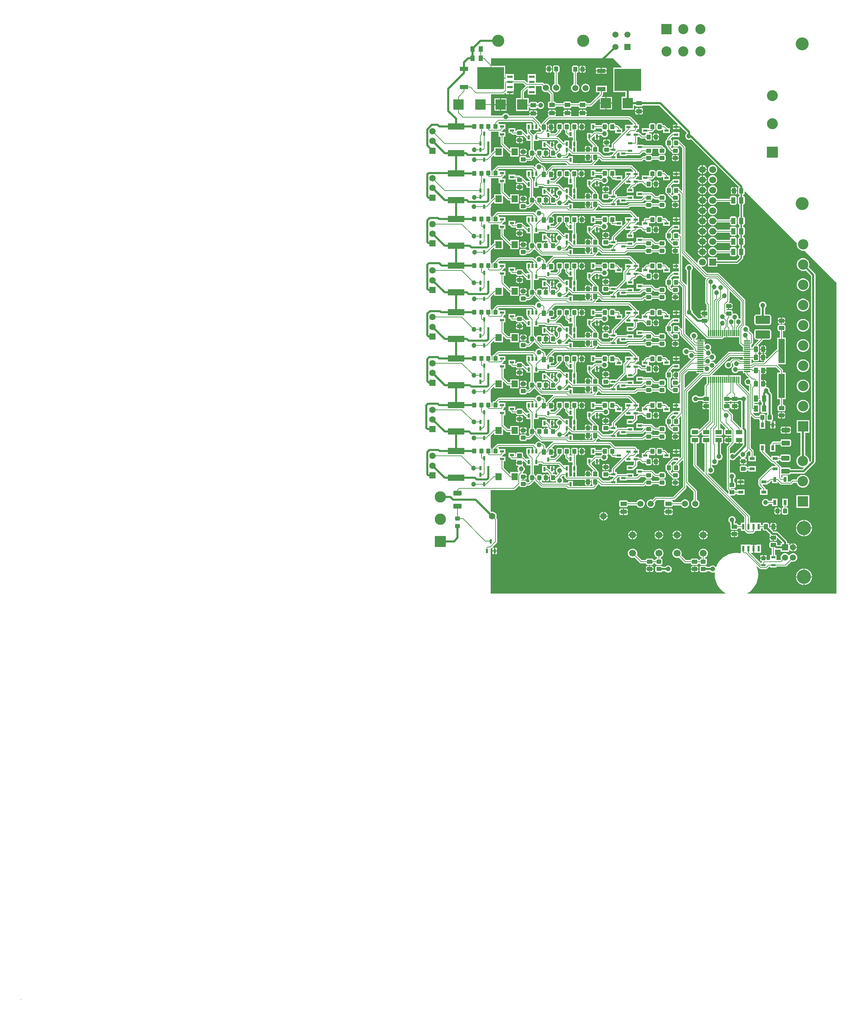
<source format=gtl>
G04*
G04 #@! TF.GenerationSoftware,Altium Limited,Altium Designer,22.5.1 (42)*
G04*
G04 Layer_Physical_Order=1*
G04 Layer_Color=255*
%FSLAX44Y44*%
%MOMM*%
G71*
G04*
G04 #@! TF.SameCoordinates,6C3A9871-7614-464A-A6E8-5A1B9E04D4B5*
G04*
G04*
G04 #@! TF.FilePolarity,Positive*
G04*
G01*
G75*
%ADD11C,0.2000*%
%ADD13C,0.3000*%
%ADD63R,1.0000X1.0000*%
%ADD64R,1.0000X0.6000*%
%ADD65R,0.6000X1.1000*%
%ADD66R,1.5500X0.3000*%
%ADD67R,0.3000X1.5500*%
G04:AMPARAMS|DCode=68|XSize=1.1mm|YSize=1.6mm|CornerRadius=0.1375mm|HoleSize=0mm|Usage=FLASHONLY|Rotation=0.000|XOffset=0mm|YOffset=0mm|HoleType=Round|Shape=RoundedRectangle|*
%AMROUNDEDRECTD68*
21,1,1.1000,1.3250,0,0,0.0*
21,1,0.8250,1.6000,0,0,0.0*
1,1,0.2750,0.4125,-0.6625*
1,1,0.2750,-0.4125,-0.6625*
1,1,0.2750,-0.4125,0.6625*
1,1,0.2750,0.4125,0.6625*
%
%ADD68ROUNDEDRECTD68*%
G04:AMPARAMS|DCode=69|XSize=2mm|YSize=3.6mm|CornerRadius=0.25mm|HoleSize=0mm|Usage=FLASHONLY|Rotation=90.000|XOffset=0mm|YOffset=0mm|HoleType=Round|Shape=RoundedRectangle|*
%AMROUNDEDRECTD69*
21,1,2.0000,3.1000,0,0,90.0*
21,1,1.5000,3.6000,0,0,90.0*
1,1,0.5000,1.5500,0.7500*
1,1,0.5000,1.5500,-0.7500*
1,1,0.5000,-1.5500,-0.7500*
1,1,0.5000,-1.5500,0.7500*
%
%ADD69ROUNDEDRECTD69*%
G04:AMPARAMS|DCode=70|XSize=1mm|YSize=1.3mm|CornerRadius=0.125mm|HoleSize=0mm|Usage=FLASHONLY|Rotation=270.000|XOffset=0mm|YOffset=0mm|HoleType=Round|Shape=RoundedRectangle|*
%AMROUNDEDRECTD70*
21,1,1.0000,1.0500,0,0,270.0*
21,1,0.7500,1.3000,0,0,270.0*
1,1,0.2500,-0.5250,-0.3750*
1,1,0.2500,-0.5250,0.3750*
1,1,0.2500,0.5250,0.3750*
1,1,0.2500,0.5250,-0.3750*
%
%ADD70ROUNDEDRECTD70*%
%ADD71R,1.5500X1.6700*%
%ADD72R,2.5000X2.6000*%
G04:AMPARAMS|DCode=73|XSize=1mm|YSize=1.2mm|CornerRadius=0.125mm|HoleSize=0mm|Usage=FLASHONLY|Rotation=0.000|XOffset=0mm|YOffset=0mm|HoleType=Round|Shape=RoundedRectangle|*
%AMROUNDEDRECTD73*
21,1,1.0000,0.9500,0,0,0.0*
21,1,0.7500,1.2000,0,0,0.0*
1,1,0.2500,0.3750,-0.4750*
1,1,0.2500,-0.3750,-0.4750*
1,1,0.2500,-0.3750,0.4750*
1,1,0.2500,0.3750,0.4750*
%
%ADD73ROUNDEDRECTD73*%
%ADD74R,0.6000X1.4500*%
G04:AMPARAMS|DCode=75|XSize=1.1mm|YSize=1.6mm|CornerRadius=0.1375mm|HoleSize=0mm|Usage=FLASHONLY|Rotation=270.000|XOffset=0mm|YOffset=0mm|HoleType=Round|Shape=RoundedRectangle|*
%AMROUNDEDRECTD75*
21,1,1.1000,1.3250,0,0,270.0*
21,1,0.8250,1.6000,0,0,270.0*
1,1,0.2750,-0.6625,-0.4125*
1,1,0.2750,-0.6625,0.4125*
1,1,0.2750,0.6625,0.4125*
1,1,0.2750,0.6625,-0.4125*
%
%ADD75ROUNDEDRECTD75*%
%ADD76R,1.5000X6.0000*%
G04:AMPARAMS|DCode=77|XSize=1mm|YSize=1.3mm|CornerRadius=0.125mm|HoleSize=0mm|Usage=FLASHONLY|Rotation=180.000|XOffset=0mm|YOffset=0mm|HoleType=Round|Shape=RoundedRectangle|*
%AMROUNDEDRECTD77*
21,1,1.0000,1.0500,0,0,180.0*
21,1,0.7500,1.3000,0,0,180.0*
1,1,0.2500,-0.3750,0.5250*
1,1,0.2500,0.3750,0.5250*
1,1,0.2500,0.3750,-0.5250*
1,1,0.2500,-0.3750,-0.5250*
%
%ADD77ROUNDEDRECTD77*%
G04:AMPARAMS|DCode=78|XSize=1.1mm|YSize=1.4mm|CornerRadius=0.1375mm|HoleSize=0mm|Usage=FLASHONLY|Rotation=90.000|XOffset=0mm|YOffset=0mm|HoleType=Round|Shape=RoundedRectangle|*
%AMROUNDEDRECTD78*
21,1,1.1000,1.1250,0,0,90.0*
21,1,0.8250,1.4000,0,0,90.0*
1,1,0.2750,0.5625,0.4125*
1,1,0.2750,0.5625,-0.4125*
1,1,0.2750,-0.5625,-0.4125*
1,1,0.2750,-0.5625,0.4125*
%
%ADD78ROUNDEDRECTD78*%
%ADD79R,1.4500X0.6000*%
%ADD80R,6.6000X5.5000*%
%ADD81R,2.1000X1.0000*%
G04:AMPARAMS|DCode=82|XSize=1.1mm|YSize=1.4mm|CornerRadius=0.1375mm|HoleSize=0mm|Usage=FLASHONLY|Rotation=180.000|XOffset=0mm|YOffset=0mm|HoleType=Round|Shape=RoundedRectangle|*
%AMROUNDEDRECTD82*
21,1,1.1000,1.1250,0,0,180.0*
21,1,0.8250,1.4000,0,0,180.0*
1,1,0.2750,-0.4125,0.5625*
1,1,0.2750,0.4125,0.5625*
1,1,0.2750,0.4125,-0.5625*
1,1,0.2750,-0.4125,-0.5625*
%
%ADD82ROUNDEDRECTD82*%
G04:AMPARAMS|DCode=83|XSize=1mm|YSize=1.2mm|CornerRadius=0.125mm|HoleSize=0mm|Usage=FLASHONLY|Rotation=90.000|XOffset=0mm|YOffset=0mm|HoleType=Round|Shape=RoundedRectangle|*
%AMROUNDEDRECTD83*
21,1,1.0000,0.9500,0,0,90.0*
21,1,0.7500,1.2000,0,0,90.0*
1,1,0.2500,0.4750,0.3750*
1,1,0.2500,0.4750,-0.3750*
1,1,0.2500,-0.4750,-0.3750*
1,1,0.2500,-0.4750,0.3750*
%
%ADD83ROUNDEDRECTD83*%
%ADD84R,0.7600X1.2700*%
%ADD85R,1.2700X0.7600*%
G04:AMPARAMS|DCode=86|XSize=1.2mm|YSize=2mm|CornerRadius=0.15mm|HoleSize=0mm|Usage=FLASHONLY|Rotation=270.000|XOffset=0mm|YOffset=0mm|HoleType=Round|Shape=RoundedRectangle|*
%AMROUNDEDRECTD86*
21,1,1.2000,1.7000,0,0,270.0*
21,1,0.9000,2.0000,0,0,270.0*
1,1,0.3000,-0.8500,-0.4500*
1,1,0.3000,-0.8500,0.4500*
1,1,0.3000,0.8500,0.4500*
1,1,0.3000,0.8500,-0.4500*
%
%ADD86ROUNDEDRECTD86*%
%ADD87R,1.1000X0.6000*%
%ADD88R,0.6000X1.0500*%
%ADD89R,4.1000X1.5500*%
%ADD90C,0.5000*%
%ADD91C,0.0500*%
%ADD92C,1.7000*%
%ADD93C,1.5000*%
%ADD94C,2.5500*%
%ADD95R,2.5500X2.5500*%
%ADD96R,2.7000X2.7000*%
%ADD97C,2.7000*%
%ADD98C,3.2000*%
%ADD99R,2.5000X2.5000*%
%ADD100C,2.5000*%
%ADD101R,1.5000X1.5000*%
%ADD102R,1.7000X1.7000*%
%ADD103C,1.6000*%
%ADD104C,3.0000*%
%ADD105R,1.5000X1.5000*%
%ADD106C,3.5000*%
%ADD107R,1.6000X1.6000*%
%ADD108C,2.8000*%
%ADD109R,2.8000X2.8000*%
%ADD110C,1.2000*%
G36*
X1485790Y2303670D02*
X1485296Y2302500D01*
X1465500D01*
Y2241500D01*
X1495892D01*
Y2230500D01*
X1486000D01*
Y2198500D01*
X1517000D01*
Y2208892D01*
X1519209D01*
X1519254Y2208668D01*
X1520221Y2207221D01*
X1521668Y2206254D01*
X1523375Y2205914D01*
X1534625D01*
X1536332Y2206254D01*
X1537779Y2207221D01*
X1538674Y2208560D01*
X1579440D01*
X1621116Y2166884D01*
X1625190Y2162810D01*
X1624664Y2161540D01*
X1622270D01*
Y2157270D01*
X1629040D01*
Y2157301D01*
X1630213Y2157787D01*
X1634439Y2153561D01*
X1639802Y2148198D01*
X1646630Y2141370D01*
X1646708Y2141081D01*
X1646556Y2139684D01*
X1645298Y2138427D01*
X1644113Y2136375D01*
X1643500Y2134086D01*
Y2131716D01*
X1644113Y2129427D01*
X1645298Y2127375D01*
X1646974Y2125699D01*
X1649026Y2124514D01*
X1651315Y2123901D01*
X1653685D01*
X1655974Y2124514D01*
X1657610Y2125459D01*
X1775419Y2007650D01*
X1775294Y2006387D01*
X1775186Y2006314D01*
X1774247Y2004908D01*
X1773917Y2003250D01*
Y1992750D01*
X1774247Y1991092D01*
X1775186Y1989686D01*
X1776592Y1988747D01*
X1777412Y1988584D01*
Y1985394D01*
X1776168Y1985146D01*
X1774721Y1984179D01*
X1773754Y1982732D01*
X1773414Y1981025D01*
Y1967775D01*
X1773754Y1966068D01*
X1774721Y1964621D01*
X1776168Y1963654D01*
X1777412Y1963407D01*
Y1934594D01*
X1776168Y1934346D01*
X1774721Y1933379D01*
X1773754Y1931932D01*
X1773414Y1930225D01*
Y1916975D01*
X1773754Y1915268D01*
X1774721Y1913821D01*
X1776168Y1912854D01*
X1777412Y1912607D01*
Y1909194D01*
X1776168Y1908946D01*
X1774721Y1907979D01*
X1773754Y1906532D01*
X1773414Y1904825D01*
Y1891575D01*
X1773754Y1889868D01*
X1774721Y1888421D01*
X1776168Y1887454D01*
X1777412Y1887207D01*
Y1883794D01*
X1776168Y1883546D01*
X1774721Y1882579D01*
X1773754Y1881132D01*
X1773414Y1879425D01*
Y1866175D01*
X1773754Y1864468D01*
X1774721Y1863021D01*
X1776168Y1862054D01*
X1777412Y1861806D01*
Y1858394D01*
X1776168Y1858146D01*
X1774721Y1857179D01*
X1773754Y1855732D01*
X1773414Y1854025D01*
Y1840775D01*
X1773754Y1839068D01*
X1774721Y1837621D01*
X1776168Y1836654D01*
X1777412Y1836407D01*
Y1833900D01*
X1770099Y1826588D01*
X1722500D01*
Y1833500D01*
X1699500D01*
Y1810500D01*
X1722500D01*
Y1817412D01*
X1772000D01*
X1773756Y1817761D01*
X1775244Y1818756D01*
X1785244Y1828756D01*
X1786239Y1830244D01*
X1786588Y1832000D01*
Y1836407D01*
X1787832Y1836654D01*
X1789279Y1837621D01*
X1790246Y1839068D01*
X1790586Y1840775D01*
Y1854025D01*
X1790246Y1855732D01*
X1789279Y1857179D01*
X1787832Y1858146D01*
X1786588Y1858394D01*
Y1861806D01*
X1787832Y1862054D01*
X1789279Y1863021D01*
X1790246Y1864468D01*
X1790586Y1866175D01*
Y1879425D01*
X1790246Y1881132D01*
X1789279Y1882579D01*
X1787832Y1883546D01*
X1786588Y1883794D01*
Y1887207D01*
X1787832Y1887454D01*
X1789279Y1888421D01*
X1790246Y1889868D01*
X1790586Y1891575D01*
Y1904825D01*
X1790246Y1906532D01*
X1789279Y1907979D01*
X1787832Y1908946D01*
X1786588Y1909194D01*
Y1912607D01*
X1787832Y1912854D01*
X1789279Y1913821D01*
X1790246Y1915268D01*
X1790586Y1916975D01*
Y1930225D01*
X1790246Y1931932D01*
X1789279Y1933379D01*
X1787832Y1934346D01*
X1786588Y1934594D01*
Y1963407D01*
X1787832Y1963654D01*
X1789279Y1964621D01*
X1790246Y1966068D01*
X1790586Y1967775D01*
Y1981025D01*
X1790246Y1982732D01*
X1789279Y1984179D01*
X1787832Y1985146D01*
X1786588Y1985394D01*
Y1988584D01*
X1787408Y1988747D01*
X1788814Y1989686D01*
X1789753Y1991092D01*
X1790083Y1992750D01*
Y1996257D01*
X1791257Y1996743D01*
X1919073Y1868927D01*
X1918750Y1867301D01*
Y1864199D01*
X1919355Y1861156D01*
X1920542Y1858290D01*
X1922266Y1855710D01*
X1924460Y1853516D01*
X1927040Y1851792D01*
X1929906Y1850605D01*
X1932949Y1850000D01*
X1936051D01*
X1937677Y1850323D01*
X2017451Y1770549D01*
X2017451Y1002549D01*
X1797568D01*
X1797182Y1003819D01*
X1802639Y1007465D01*
X1807911Y1012089D01*
X1812536Y1017361D01*
X1816432Y1023193D01*
X1819534Y1029482D01*
X1821788Y1036124D01*
X1823156Y1043002D01*
X1823615Y1050000D01*
X1823156Y1056998D01*
X1821788Y1063876D01*
X1819673Y1070106D01*
X1820781Y1070795D01*
X1826959Y1064616D01*
X1828282Y1063732D01*
X1829843Y1063422D01*
X1829843Y1063422D01*
X1843242D01*
X1843243Y1063422D01*
X1844803Y1063732D01*
X1846127Y1064616D01*
X1850932Y1069422D01*
X1853000D01*
Y1067500D01*
X1869000D01*
Y1069422D01*
X1891300D01*
X1891300Y1069422D01*
X1892861Y1069732D01*
X1894184Y1070616D01*
X1905776Y1082208D01*
X1908418Y1081500D01*
X1911182D01*
X1913853Y1082216D01*
X1916247Y1083598D01*
X1918202Y1085553D01*
X1919584Y1087947D01*
X1920300Y1090618D01*
Y1093382D01*
X1919584Y1096053D01*
X1918202Y1098447D01*
X1916247Y1100402D01*
X1913853Y1101784D01*
X1911182Y1102500D01*
X1908418D01*
X1905747Y1101784D01*
X1903353Y1100402D01*
X1901398Y1098447D01*
X1900533Y1096949D01*
X1899067D01*
X1898202Y1098447D01*
X1896247Y1100402D01*
X1893853Y1101784D01*
X1891182Y1102500D01*
X1888418D01*
X1885747Y1101784D01*
X1883353Y1100402D01*
X1881398Y1098447D01*
X1880016Y1096053D01*
X1879300Y1093382D01*
Y1090618D01*
X1880008Y1087976D01*
X1878111Y1086078D01*
X1870095D01*
X1869000Y1086500D01*
X1869000Y1087348D01*
Y1098500D01*
X1865078D01*
Y1111324D01*
X1866198Y1111923D01*
X1866354Y1111819D01*
X1868500Y1111392D01*
X1879300D01*
Y1106500D01*
X1900300D01*
Y1110835D01*
X1901570Y1111175D01*
X1901766Y1110835D01*
X1903635Y1108966D01*
X1905925Y1107644D01*
X1908478Y1106960D01*
X1908530D01*
Y1117000D01*
Y1127040D01*
X1908478D01*
X1905925Y1126356D01*
X1903635Y1125034D01*
X1901766Y1123165D01*
X1901570Y1122825D01*
X1900300Y1123166D01*
Y1127500D01*
X1895408D01*
Y1130200D01*
X1894981Y1132346D01*
X1893765Y1134165D01*
X1873465Y1154465D01*
X1871646Y1155681D01*
X1869500Y1156108D01*
X1861573D01*
X1859718Y1157962D01*
X1859730Y1157991D01*
Y1166980D01*
X1853386D01*
Y1165954D01*
X1852212Y1165468D01*
X1851083Y1166597D01*
Y1173500D01*
X1850753Y1175158D01*
X1849814Y1176564D01*
X1848408Y1177503D01*
X1846750Y1177833D01*
X1839250D01*
X1837592Y1177503D01*
X1836186Y1176564D01*
X1835247Y1175158D01*
X1834917Y1173500D01*
Y1172328D01*
X1831050D01*
Y1178500D01*
X1819620D01*
X1818700Y1178500D01*
X1817780Y1178500D01*
X1806350D01*
Y1178500D01*
X1805650D01*
Y1178500D01*
X1803728D01*
Y1193350D01*
X1803728Y1193350D01*
X1803418Y1194911D01*
X1802534Y1196234D01*
X1754821Y1243947D01*
X1755347Y1245217D01*
X1763750D01*
X1765408Y1245547D01*
X1766814Y1246486D01*
X1767753Y1247892D01*
X1768018Y1249222D01*
X1771050D01*
Y1246500D01*
X1789750D01*
Y1260100D01*
X1771050D01*
Y1257378D01*
X1768018D01*
X1767753Y1258708D01*
X1766814Y1260114D01*
X1765408Y1261053D01*
X1763750Y1261383D01*
X1756494D01*
X1756055Y1261947D01*
X1756675Y1263217D01*
X1763750D01*
X1765408Y1263547D01*
X1766814Y1264486D01*
X1767753Y1265892D01*
X1768083Y1267550D01*
Y1275050D01*
X1767753Y1276708D01*
X1766814Y1278114D01*
X1765408Y1279053D01*
X1764608Y1279213D01*
Y1285480D01*
X1766202Y1287074D01*
X1767387Y1289126D01*
X1768000Y1291415D01*
Y1293785D01*
X1767387Y1296074D01*
X1766202Y1298126D01*
X1764526Y1299802D01*
X1762474Y1300987D01*
X1760185Y1301600D01*
X1757815D01*
X1755526Y1300987D01*
X1755178Y1300786D01*
X1754078Y1301421D01*
Y1333212D01*
X1755348Y1333938D01*
X1756776Y1333113D01*
X1759065Y1332500D01*
X1761435D01*
X1763724Y1333113D01*
X1765776Y1334298D01*
X1767452Y1335974D01*
X1768416Y1337645D01*
X1768485Y1337659D01*
X1770305Y1338874D01*
X1775871Y1344440D01*
X1777287Y1344061D01*
X1777543Y1343108D01*
X1778728Y1341056D01*
X1780403Y1339380D01*
X1782455Y1338195D01*
X1782250Y1336964D01*
X1780771Y1336670D01*
X1779518Y1335832D01*
X1778680Y1334579D01*
X1778386Y1333100D01*
Y1330620D01*
X1787000D01*
X1795614D01*
Y1333100D01*
X1795320Y1334579D01*
X1794482Y1335832D01*
X1793229Y1336670D01*
X1791750Y1336964D01*
X1789716D01*
X1789403Y1338195D01*
X1791455Y1339380D01*
X1793131Y1341056D01*
X1794316Y1343108D01*
X1794929Y1345397D01*
Y1347767D01*
X1794497Y1349381D01*
X1800384Y1355269D01*
X1800384Y1355269D01*
X1800461Y1355383D01*
X1801724Y1355508D01*
X1804322Y1352911D01*
Y1343550D01*
X1799050D01*
Y1329950D01*
X1817750D01*
Y1343550D01*
X1812478D01*
Y1354600D01*
X1812168Y1356161D01*
X1811284Y1357484D01*
X1811284Y1357484D01*
X1805578Y1363189D01*
Y1440745D01*
X1806752Y1441231D01*
X1812866Y1435116D01*
X1814189Y1434232D01*
X1815750Y1433922D01*
X1815750Y1433922D01*
X1825917D01*
Y1433250D01*
X1826247Y1431592D01*
X1827186Y1430186D01*
X1827196Y1430179D01*
X1827500Y1428950D01*
X1827500D01*
X1827500Y1428950D01*
Y1410250D01*
X1841100D01*
Y1428950D01*
X1841100D01*
X1840856Y1430119D01*
X1840837Y1430220D01*
X1841753Y1431592D01*
X1842083Y1433250D01*
Y1442750D01*
X1841753Y1444408D01*
X1840814Y1445814D01*
X1839408Y1446753D01*
X1837750Y1447083D01*
X1830250D01*
X1828592Y1446753D01*
X1827186Y1445814D01*
X1826247Y1444408D01*
X1825917Y1442750D01*
Y1442078D01*
X1817439D01*
X1811033Y1448485D01*
X1811842Y1449472D01*
X1812168Y1449254D01*
X1813875Y1448914D01*
X1822125D01*
X1823832Y1449254D01*
X1825279Y1450221D01*
X1826246Y1451668D01*
X1826586Y1453375D01*
Y1466625D01*
X1826246Y1468332D01*
X1825279Y1469779D01*
X1823832Y1470746D01*
X1822125Y1471086D01*
X1813875D01*
X1813578Y1471329D01*
Y1473671D01*
X1813875Y1473914D01*
X1822125D01*
X1823832Y1474254D01*
X1825279Y1475221D01*
X1826246Y1476668D01*
X1826586Y1478375D01*
Y1481122D01*
X1827139Y1481232D01*
X1828144Y1481904D01*
X1829108Y1481543D01*
X1829414Y1481272D01*
Y1478375D01*
X1829754Y1476668D01*
X1830721Y1475221D01*
X1832168Y1474254D01*
X1832392Y1474209D01*
Y1470791D01*
X1832168Y1470746D01*
X1830721Y1469779D01*
X1829754Y1468332D01*
X1829414Y1466625D01*
Y1453375D01*
X1829754Y1451668D01*
X1830721Y1450221D01*
X1832168Y1449254D01*
X1833875Y1448914D01*
X1842125D01*
X1843832Y1449254D01*
X1845122Y1450116D01*
X1845789Y1449937D01*
X1846392Y1449601D01*
Y1446620D01*
X1845186Y1445814D01*
X1844247Y1444408D01*
X1843917Y1442750D01*
Y1433250D01*
X1844247Y1431592D01*
X1845186Y1430186D01*
X1846592Y1429247D01*
X1848250Y1428917D01*
X1852267D01*
X1853360Y1428490D01*
X1853360Y1427647D01*
Y1420870D01*
X1858430D01*
Y1428925D01*
X1858177Y1429760D01*
X1858814Y1430186D01*
X1859753Y1431592D01*
X1860083Y1433250D01*
Y1442750D01*
X1859753Y1444408D01*
X1858814Y1445814D01*
X1857608Y1446620D01*
Y1493908D01*
X1857181Y1496054D01*
X1855965Y1497873D01*
X1851938Y1501901D01*
X1852250Y1503065D01*
Y1505435D01*
X1851637Y1507724D01*
X1850452Y1509776D01*
X1848776Y1511452D01*
X1846724Y1512637D01*
X1844435Y1513250D01*
X1844049D01*
X1843370Y1514520D01*
X1843614Y1515750D01*
Y1519730D01*
X1836000D01*
Y1521000D01*
X1834730D01*
Y1530114D01*
X1832250D01*
X1831848Y1530034D01*
X1830578Y1531077D01*
Y1544423D01*
X1831848Y1545466D01*
X1832250Y1545386D01*
X1834730D01*
Y1554500D01*
X1836000D01*
Y1555770D01*
X1843614D01*
Y1559750D01*
X1843435Y1560652D01*
X1844268Y1561922D01*
X1867311D01*
X1877172Y1552061D01*
Y1549250D01*
X1870750D01*
Y1483250D01*
X1877172D01*
Y1469333D01*
X1876000D01*
X1874342Y1469003D01*
X1872936Y1468064D01*
X1871997Y1466658D01*
X1871667Y1465000D01*
Y1457500D01*
X1871997Y1455842D01*
X1872936Y1454436D01*
X1874342Y1453497D01*
X1876000Y1453167D01*
X1886500D01*
X1888158Y1453497D01*
X1889564Y1454436D01*
X1890503Y1455842D01*
X1890833Y1457500D01*
Y1465000D01*
X1890503Y1466658D01*
X1889564Y1468064D01*
X1888158Y1469003D01*
X1886500Y1469333D01*
X1885328D01*
Y1483250D01*
X1891750D01*
Y1549250D01*
X1885328D01*
Y1553750D01*
X1885018Y1555311D01*
X1884134Y1556634D01*
X1884134Y1556634D01*
X1872788Y1567980D01*
X1873314Y1569250D01*
X1891750D01*
Y1635250D01*
X1885328D01*
Y1651167D01*
X1886500D01*
X1888158Y1651497D01*
X1889564Y1652436D01*
X1890503Y1653842D01*
X1890833Y1655500D01*
Y1663000D01*
X1890503Y1664658D01*
X1889564Y1666064D01*
X1888158Y1667003D01*
X1886500Y1667333D01*
X1876000D01*
X1874342Y1667003D01*
X1872936Y1666064D01*
X1871997Y1664658D01*
X1871667Y1663000D01*
Y1655500D01*
X1871997Y1653842D01*
X1872936Y1652436D01*
X1874342Y1651497D01*
X1876000Y1651167D01*
X1877172D01*
Y1635250D01*
X1870750D01*
Y1607406D01*
X1870250Y1606328D01*
X1868689Y1606018D01*
X1867366Y1605134D01*
X1867366Y1605134D01*
X1844788Y1582555D01*
X1843614Y1583041D01*
Y1585230D01*
X1837270D01*
Y1577386D01*
X1837959D01*
X1838445Y1576212D01*
X1836311Y1574078D01*
X1811801D01*
X1811801Y1574078D01*
X1810241Y1573768D01*
X1808918Y1572884D01*
X1808918Y1572884D01*
X1808270Y1572236D01*
X1807000Y1572762D01*
Y1581000D01*
X1807000D01*
Y1581152D01*
X1808095Y1582422D01*
X1809917D01*
Y1581250D01*
X1810247Y1579592D01*
X1811186Y1578186D01*
X1812592Y1577247D01*
X1814250Y1576917D01*
X1821750D01*
X1823408Y1577247D01*
X1824814Y1578186D01*
X1825753Y1579592D01*
X1826083Y1581250D01*
Y1591750D01*
X1825753Y1593408D01*
X1824814Y1594814D01*
X1823408Y1595753D01*
X1822910Y1595853D01*
Y1597147D01*
X1823408Y1597247D01*
X1824814Y1598186D01*
X1825753Y1599592D01*
X1826083Y1601250D01*
Y1611750D01*
X1825753Y1613408D01*
X1824814Y1614814D01*
X1823953Y1615389D01*
X1823666Y1616898D01*
X1835055Y1628288D01*
X1835939Y1629611D01*
X1835995Y1629892D01*
X1850500D01*
X1852646Y1630319D01*
X1854465Y1631535D01*
X1855681Y1633354D01*
X1856108Y1635500D01*
Y1650500D01*
X1855681Y1652646D01*
X1854465Y1654465D01*
X1852646Y1655681D01*
X1850500Y1656108D01*
X1819500D01*
X1817354Y1655681D01*
X1815535Y1654465D01*
X1814319Y1652646D01*
X1813892Y1650500D01*
Y1635500D01*
X1814319Y1633354D01*
X1815535Y1631535D01*
X1817354Y1630319D01*
X1819500Y1629892D01*
X1823465D01*
X1823951Y1628719D01*
X1815116Y1619884D01*
X1814232Y1618561D01*
X1813922Y1617000D01*
X1813383Y1615911D01*
X1812592Y1615753D01*
X1811186Y1614814D01*
X1810247Y1613408D01*
X1809917Y1611750D01*
Y1610578D01*
X1807000D01*
Y1617655D01*
X1807389Y1617732D01*
X1808712Y1618616D01*
X1809884Y1619788D01*
X1809884Y1619788D01*
X1810768Y1621111D01*
X1811078Y1622672D01*
X1811078Y1622672D01*
Y1642000D01*
X1811078Y1642000D01*
X1810768Y1643561D01*
X1809884Y1644884D01*
X1809884Y1644884D01*
X1801567Y1653200D01*
X1802000Y1654815D01*
Y1657185D01*
X1801387Y1659474D01*
X1800202Y1661526D01*
X1798526Y1663202D01*
X1796474Y1664387D01*
X1794185Y1665000D01*
X1793106D01*
X1792064Y1666270D01*
X1792078Y1666343D01*
X1792078Y1666343D01*
Y1727000D01*
X1792078Y1727000D01*
X1791768Y1728561D01*
X1790884Y1729884D01*
X1790884Y1729884D01*
X1726884Y1793884D01*
X1725561Y1794768D01*
X1724000Y1795078D01*
X1724000Y1795078D01*
X1697689D01*
X1683337Y1809431D01*
X1683972Y1810531D01*
X1684086Y1810500D01*
X1687114D01*
X1690039Y1811284D01*
X1692661Y1812798D01*
X1694802Y1814939D01*
X1696316Y1817561D01*
X1697100Y1820486D01*
Y1823514D01*
X1696316Y1826439D01*
X1694802Y1829061D01*
X1692661Y1831202D01*
X1690039Y1832716D01*
X1687114Y1833500D01*
X1684086D01*
X1681161Y1832716D01*
X1678539Y1831202D01*
X1676398Y1829061D01*
X1674884Y1826439D01*
X1674100Y1823514D01*
Y1820486D01*
X1674131Y1820372D01*
X1673031Y1819737D01*
X1644078Y1848689D01*
Y2105000D01*
X1643768Y2106561D01*
X1642884Y2107884D01*
X1642884Y2107884D01*
X1631884Y2118884D01*
X1630561Y2119768D01*
X1629083Y2120062D01*
Y2120750D01*
X1628753Y2122408D01*
X1627814Y2123814D01*
X1626408Y2124753D01*
X1624750Y2125083D01*
X1617250D01*
X1615592Y2124753D01*
X1614186Y2123814D01*
X1613247Y2122408D01*
X1612917Y2120750D01*
Y2111250D01*
X1613247Y2109592D01*
X1614186Y2108186D01*
X1615592Y2107247D01*
X1617250Y2106917D01*
X1624750D01*
X1626408Y2107247D01*
X1627814Y2108186D01*
X1628389Y2109047D01*
X1629898Y2109334D01*
X1635922Y2103311D01*
Y1998505D01*
X1634748Y1998019D01*
X1630884Y2001884D01*
X1629561Y2002768D01*
X1629083Y2002863D01*
Y2003750D01*
X1628753Y2005408D01*
X1627814Y2006814D01*
X1626408Y2007753D01*
X1624750Y2008083D01*
X1617250D01*
X1615592Y2007753D01*
X1614186Y2006814D01*
X1613247Y2005408D01*
X1612917Y2003750D01*
Y1994250D01*
X1613247Y1992592D01*
X1614186Y1991186D01*
X1615432Y1990353D01*
X1615429Y1989737D01*
X1615221Y1989083D01*
X1614250D01*
X1612592Y1988753D01*
X1611186Y1987814D01*
X1610974Y1987793D01*
X1609184Y1989584D01*
X1609308Y1990848D01*
X1609814Y1991186D01*
X1610753Y1992592D01*
X1611083Y1994250D01*
Y2003750D01*
X1610753Y2005408D01*
X1609814Y2006814D01*
X1608408Y2007753D01*
X1608332Y2007769D01*
X1607914Y2009147D01*
X1613268Y2014500D01*
X1629500D01*
Y2026500D01*
X1612500D01*
Y2024379D01*
X1611939Y2024268D01*
X1610616Y2023384D01*
X1610616Y2023384D01*
X1600116Y2012884D01*
X1599232Y2011561D01*
X1598922Y2010000D01*
X1598922Y2010000D01*
Y2008018D01*
X1597592Y2007753D01*
X1596186Y2006814D01*
X1595247Y2005408D01*
X1594917Y2003750D01*
Y1994250D01*
X1595247Y1992592D01*
X1596186Y1991186D01*
X1597592Y1990247D01*
X1598925Y1989981D01*
X1599232Y1988439D01*
X1600116Y1987116D01*
X1609116Y1978116D01*
X1609116Y1978116D01*
X1609917Y1977581D01*
Y1977250D01*
X1610247Y1975592D01*
X1611186Y1974186D01*
X1612592Y1973247D01*
X1614250Y1972917D01*
X1623750D01*
X1625408Y1973247D01*
X1626814Y1974186D01*
X1627753Y1975592D01*
X1628083Y1977250D01*
Y1984750D01*
X1627753Y1986408D01*
X1626814Y1987814D01*
X1625409Y1988753D01*
X1625408Y1988756D01*
X1625410Y1990048D01*
X1626408Y1990247D01*
X1627814Y1991186D01*
X1628152Y1991692D01*
X1629416Y1991816D01*
X1631922Y1989311D01*
Y1891386D01*
X1630652Y1890707D01*
X1630561Y1890768D01*
X1629083Y1891062D01*
Y1891750D01*
X1628753Y1893408D01*
X1627814Y1894814D01*
X1626408Y1895753D01*
X1624750Y1896083D01*
X1617250D01*
X1615592Y1895753D01*
X1614186Y1894814D01*
X1613247Y1893408D01*
X1612917Y1891750D01*
Y1882250D01*
X1613247Y1880592D01*
X1614186Y1879186D01*
X1615592Y1878247D01*
X1617250Y1877917D01*
X1624750D01*
X1626408Y1878247D01*
X1626630Y1878395D01*
X1627750Y1877796D01*
Y1875525D01*
X1626480Y1875037D01*
X1625408Y1875753D01*
X1623750Y1876083D01*
X1614250D01*
X1612592Y1875753D01*
X1611186Y1874814D01*
X1610064Y1874704D01*
X1607914Y1876853D01*
X1608332Y1878232D01*
X1608408Y1878247D01*
X1609814Y1879186D01*
X1610753Y1880592D01*
X1611083Y1882250D01*
Y1891750D01*
X1610753Y1893408D01*
X1609814Y1894814D01*
X1608408Y1895753D01*
X1608332Y1895768D01*
X1607914Y1897146D01*
X1612768Y1902000D01*
X1629500D01*
Y1914000D01*
X1612500D01*
Y1911979D01*
X1611439Y1911768D01*
X1610116Y1910884D01*
X1610116Y1910884D01*
X1600116Y1900884D01*
X1599232Y1899561D01*
X1598922Y1898000D01*
X1598922Y1898000D01*
Y1896018D01*
X1597592Y1895753D01*
X1596186Y1894814D01*
X1595247Y1893408D01*
X1594917Y1891750D01*
Y1882250D01*
X1595247Y1880592D01*
X1596186Y1879186D01*
X1597592Y1878247D01*
X1598922Y1877982D01*
Y1876000D01*
X1598922Y1876000D01*
X1599232Y1874439D01*
X1600116Y1873116D01*
X1608116Y1865116D01*
X1609439Y1864232D01*
X1609940Y1864132D01*
X1610247Y1862592D01*
X1611186Y1861186D01*
X1612592Y1860247D01*
X1614250Y1859917D01*
X1623750D01*
X1625408Y1860247D01*
X1626480Y1860963D01*
X1627750Y1860475D01*
Y1856871D01*
X1626482Y1856482D01*
X1625229Y1857320D01*
X1623750Y1857614D01*
X1620270D01*
Y1850000D01*
Y1842386D01*
X1623750D01*
X1625229Y1842680D01*
X1626482Y1843517D01*
X1627750Y1843129D01*
Y1817540D01*
X1622270D01*
Y1812000D01*
Y1806460D01*
X1627750D01*
Y1799000D01*
X1612500D01*
Y1796979D01*
X1611439Y1796768D01*
X1610116Y1795884D01*
X1610116Y1795884D01*
X1600116Y1785884D01*
X1599232Y1784561D01*
X1598922Y1783000D01*
X1598922Y1783000D01*
Y1781018D01*
X1597592Y1780753D01*
X1596186Y1779814D01*
X1595247Y1778408D01*
X1594917Y1776750D01*
Y1767250D01*
X1595247Y1765592D01*
X1596186Y1764186D01*
X1597592Y1763247D01*
X1598922Y1762982D01*
Y1758250D01*
X1598922Y1758250D01*
X1599232Y1756689D01*
X1600116Y1755366D01*
X1605366Y1750116D01*
X1605366Y1750116D01*
X1606689Y1749232D01*
X1608250Y1748922D01*
X1609982D01*
X1610247Y1747592D01*
X1611186Y1746186D01*
X1612592Y1745247D01*
X1614250Y1744917D01*
X1623750D01*
X1625408Y1745247D01*
X1626814Y1746186D01*
X1627753Y1747592D01*
X1628083Y1749250D01*
Y1756750D01*
X1627753Y1758408D01*
X1626814Y1759814D01*
X1625408Y1760753D01*
X1623750Y1761083D01*
X1614250D01*
X1612592Y1760753D01*
X1611186Y1759814D01*
X1610310Y1758504D01*
X1610161Y1758390D01*
X1608895Y1758123D01*
X1607078Y1759939D01*
Y1762982D01*
X1608408Y1763247D01*
X1609814Y1764186D01*
X1610753Y1765592D01*
X1611083Y1767250D01*
Y1776750D01*
X1610753Y1778408D01*
X1609814Y1779814D01*
X1608408Y1780753D01*
X1608332Y1780768D01*
X1607914Y1782146D01*
X1612768Y1787000D01*
X1627750D01*
Y1781204D01*
X1626630Y1780605D01*
X1626408Y1780753D01*
X1624750Y1781083D01*
X1617250D01*
X1615592Y1780753D01*
X1614186Y1779814D01*
X1613247Y1778408D01*
X1612917Y1776750D01*
Y1767250D01*
X1613247Y1765592D01*
X1614186Y1764186D01*
X1615592Y1763247D01*
X1617250Y1762917D01*
X1624750D01*
X1626408Y1763247D01*
X1627814Y1764186D01*
X1628089Y1764597D01*
X1629724Y1764758D01*
X1635672Y1758811D01*
Y1657755D01*
X1634498Y1657269D01*
X1631884Y1659884D01*
X1630561Y1660768D01*
X1629083Y1661062D01*
Y1661750D01*
X1628753Y1663408D01*
X1627814Y1664814D01*
X1626408Y1665753D01*
X1624750Y1666083D01*
X1617250D01*
X1615592Y1665753D01*
X1614186Y1664814D01*
X1613247Y1663408D01*
X1612917Y1661750D01*
Y1652250D01*
X1613247Y1650592D01*
X1614186Y1649186D01*
X1615592Y1648247D01*
X1617250Y1647917D01*
X1624750D01*
X1626408Y1648247D01*
X1627814Y1649186D01*
X1628224Y1649799D01*
X1629577Y1650004D01*
X1630422Y1649274D01*
Y1643250D01*
X1630422Y1643250D01*
X1630732Y1641689D01*
X1631616Y1640366D01*
X1664422Y1607561D01*
Y1605776D01*
X1664187Y1605515D01*
X1663152Y1604901D01*
X1662258Y1605078D01*
X1662258Y1605078D01*
X1654038D01*
X1653202Y1606526D01*
X1651526Y1608202D01*
X1649474Y1609387D01*
X1647185Y1610000D01*
X1644815D01*
X1642526Y1609387D01*
X1640474Y1608202D01*
X1638798Y1606526D01*
X1637613Y1604474D01*
X1637000Y1602185D01*
Y1599815D01*
X1637613Y1597526D01*
X1638798Y1595474D01*
X1640474Y1593798D01*
X1642526Y1592613D01*
X1644815Y1592000D01*
X1647185D01*
X1648753Y1592420D01*
X1649981Y1591578D01*
X1650019Y1591502D01*
Y1590041D01*
X1650632Y1587752D01*
X1651817Y1585699D01*
X1653493Y1584024D01*
X1655545Y1582839D01*
X1656662Y1582540D01*
X1657042Y1581123D01*
X1627116Y1551198D01*
X1626899Y1550872D01*
X1626229Y1551320D01*
X1624750Y1551614D01*
X1622270D01*
Y1543000D01*
Y1534386D01*
X1624451D01*
X1625432Y1533517D01*
X1625523Y1533402D01*
X1625508Y1532743D01*
X1624469Y1531940D01*
X1623750Y1532083D01*
X1614250D01*
X1612592Y1531753D01*
X1611186Y1530814D01*
X1610247Y1529408D01*
X1609917Y1527750D01*
Y1520250D01*
X1610247Y1518592D01*
X1611186Y1517186D01*
X1612592Y1516247D01*
X1614250Y1515917D01*
X1623750D01*
X1625408Y1516247D01*
X1626814Y1517186D01*
X1627753Y1518592D01*
X1627868Y1519166D01*
X1628794Y1519521D01*
X1629922Y1518704D01*
Y1473945D01*
X1629040Y1473040D01*
X1628652Y1473040D01*
X1622270D01*
Y1467500D01*
Y1461960D01*
X1628652D01*
X1629040Y1461960D01*
X1629922Y1461055D01*
Y1455595D01*
X1629500Y1454500D01*
X1612500D01*
Y1452578D01*
X1610939Y1452268D01*
X1609616Y1451384D01*
X1600116Y1441884D01*
X1599232Y1440561D01*
X1598922Y1439000D01*
X1598922Y1439000D01*
Y1437018D01*
X1597592Y1436753D01*
X1596186Y1435814D01*
X1595247Y1434408D01*
X1594917Y1432750D01*
Y1423250D01*
X1595247Y1421592D01*
X1596186Y1420186D01*
X1597592Y1419247D01*
X1598922Y1418982D01*
Y1416000D01*
X1598922Y1416000D01*
X1599232Y1414439D01*
X1600116Y1413116D01*
X1607116Y1406116D01*
X1608439Y1405232D01*
X1609981Y1404925D01*
X1610247Y1403592D01*
X1611186Y1402186D01*
X1612592Y1401247D01*
X1614250Y1400917D01*
X1623750D01*
X1625408Y1401247D01*
X1626814Y1402186D01*
X1627753Y1403592D01*
X1628083Y1405250D01*
Y1412750D01*
X1627753Y1414408D01*
X1626814Y1415814D01*
X1625408Y1416753D01*
X1623750Y1417083D01*
X1614250D01*
X1612592Y1416753D01*
X1611186Y1415814D01*
X1610848Y1415308D01*
X1609584Y1415184D01*
X1607078Y1417689D01*
Y1418982D01*
X1608408Y1419247D01*
X1609814Y1420186D01*
X1610753Y1421592D01*
X1611083Y1423250D01*
Y1432750D01*
X1610753Y1434408D01*
X1609814Y1435814D01*
X1608408Y1436753D01*
X1608332Y1436769D01*
X1607914Y1438147D01*
X1611561Y1441794D01*
X1612500Y1442500D01*
Y1442500D01*
X1612500Y1442500D01*
X1620316D01*
X1620802Y1441327D01*
X1618187Y1438712D01*
X1617303Y1437389D01*
X1617242Y1437082D01*
X1615592Y1436753D01*
X1614186Y1435814D01*
X1613247Y1434408D01*
X1612917Y1432750D01*
Y1423250D01*
X1613247Y1421592D01*
X1614186Y1420186D01*
X1615592Y1419247D01*
X1617250Y1418917D01*
X1624750D01*
X1626408Y1419247D01*
X1627814Y1420186D01*
X1628753Y1421592D01*
X1629083Y1423250D01*
Y1432750D01*
X1628753Y1434408D01*
X1627814Y1435814D01*
X1627725Y1436715D01*
X1632748Y1441738D01*
X1633922Y1441252D01*
Y1340447D01*
X1630673Y1337198D01*
X1629500Y1337684D01*
Y1340500D01*
X1612500D01*
Y1338380D01*
X1611939Y1338268D01*
X1610616Y1337384D01*
X1600116Y1326884D01*
X1599232Y1325561D01*
X1598922Y1324000D01*
X1598383Y1322911D01*
X1597592Y1322753D01*
X1596186Y1321814D01*
X1595247Y1320408D01*
X1594917Y1318750D01*
Y1309250D01*
X1595247Y1307592D01*
X1596186Y1306186D01*
X1597592Y1305247D01*
X1598922Y1304982D01*
Y1303000D01*
X1598922Y1303000D01*
X1599232Y1301439D01*
X1600116Y1300116D01*
X1608116Y1292116D01*
X1608116Y1292116D01*
X1609439Y1291232D01*
X1609940Y1291133D01*
X1610247Y1289592D01*
X1611186Y1288186D01*
X1612592Y1287247D01*
X1614250Y1286917D01*
X1623750D01*
X1625408Y1287247D01*
X1626814Y1288186D01*
X1627753Y1289592D01*
X1628083Y1291250D01*
Y1298750D01*
X1627753Y1300408D01*
X1626814Y1301814D01*
X1625408Y1302753D01*
X1623750Y1303083D01*
X1614250D01*
X1612592Y1302753D01*
X1611186Y1301814D01*
X1610064Y1301704D01*
X1607914Y1303853D01*
X1608332Y1305231D01*
X1608408Y1305247D01*
X1609814Y1306186D01*
X1610753Y1307592D01*
X1611083Y1309250D01*
Y1318750D01*
X1610753Y1320408D01*
X1609814Y1321814D01*
X1608953Y1322389D01*
X1608666Y1323898D01*
X1613268Y1328500D01*
X1620316D01*
X1620802Y1327327D01*
X1618187Y1324712D01*
X1617303Y1323389D01*
X1617242Y1323082D01*
X1615592Y1322753D01*
X1614186Y1321814D01*
X1613247Y1320408D01*
X1612917Y1318750D01*
Y1309250D01*
X1613247Y1307592D01*
X1614186Y1306186D01*
X1615592Y1305247D01*
X1617250Y1304917D01*
X1624750D01*
X1626408Y1305247D01*
X1627814Y1306186D01*
X1628753Y1307592D01*
X1629083Y1309250D01*
Y1318750D01*
X1628753Y1320408D01*
X1627814Y1321814D01*
X1627725Y1322715D01*
X1636998Y1331988D01*
X1638172Y1331502D01*
Y1266939D01*
X1613311Y1242078D01*
X1571450D01*
X1571450Y1242078D01*
X1569889Y1241768D01*
X1568566Y1240884D01*
X1562474Y1234792D01*
X1559832Y1235500D01*
X1557068D01*
X1554397Y1234784D01*
X1552003Y1233402D01*
X1550048Y1231447D01*
X1548665Y1229053D01*
X1547950Y1226382D01*
Y1223618D01*
X1548665Y1220947D01*
X1550048Y1218553D01*
X1552003Y1216598D01*
X1554397Y1215216D01*
X1557068Y1214500D01*
X1559832D01*
X1562503Y1215216D01*
X1564897Y1216598D01*
X1566852Y1218553D01*
X1568234Y1220947D01*
X1568950Y1223618D01*
Y1226382D01*
X1568242Y1229024D01*
X1573139Y1233922D01*
X1592393D01*
X1592778Y1232652D01*
X1592221Y1232279D01*
X1591254Y1230832D01*
X1590914Y1229125D01*
Y1220875D01*
X1591254Y1219168D01*
X1592221Y1217721D01*
X1593668Y1216754D01*
X1595375Y1216414D01*
X1608625D01*
X1610332Y1216754D01*
X1611779Y1217721D01*
X1612746Y1219168D01*
X1613086Y1220875D01*
Y1220922D01*
X1633030D01*
X1634398Y1218553D01*
X1636353Y1216598D01*
X1638747Y1215216D01*
X1641418Y1214500D01*
X1644182D01*
X1646853Y1215216D01*
X1649247Y1216598D01*
X1651202Y1218553D01*
X1652584Y1220947D01*
X1653300Y1223618D01*
Y1226382D01*
X1652584Y1229053D01*
X1651202Y1231447D01*
X1649247Y1233402D01*
X1646853Y1234784D01*
X1644182Y1235500D01*
X1641418D01*
X1638747Y1234784D01*
X1636353Y1233402D01*
X1634398Y1231447D01*
X1633030Y1229078D01*
X1613086D01*
Y1229125D01*
X1612746Y1230832D01*
X1611779Y1232279D01*
X1611222Y1232652D01*
X1611607Y1233922D01*
X1615000D01*
X1615000Y1233922D01*
X1616561Y1234232D01*
X1617884Y1235116D01*
X1645134Y1262366D01*
X1645134Y1262366D01*
X1646018Y1263689D01*
X1646328Y1265250D01*
Y1270245D01*
X1647502Y1270731D01*
X1664122Y1254111D01*
Y1234770D01*
X1661753Y1233402D01*
X1659798Y1231447D01*
X1658416Y1229053D01*
X1657700Y1226382D01*
Y1223618D01*
X1658416Y1220947D01*
X1659798Y1218553D01*
X1661753Y1216598D01*
X1664147Y1215216D01*
X1666818Y1214500D01*
X1669582D01*
X1672253Y1215216D01*
X1674647Y1216598D01*
X1676602Y1218553D01*
X1677984Y1220947D01*
X1678700Y1223618D01*
Y1226382D01*
X1677984Y1229053D01*
X1676602Y1231447D01*
X1674647Y1233402D01*
X1672278Y1234770D01*
Y1255800D01*
X1671968Y1257361D01*
X1671084Y1258684D01*
X1671084Y1258684D01*
X1650328Y1279439D01*
Y1500904D01*
X1687760Y1538336D01*
X1696500D01*
Y1522268D01*
X1692116Y1517884D01*
X1691232Y1516561D01*
X1690922Y1515000D01*
X1690922Y1515000D01*
Y1492083D01*
X1689750D01*
X1688092Y1491753D01*
X1686686Y1490814D01*
X1685880Y1489608D01*
X1676120D01*
X1674526Y1491202D01*
X1672474Y1492387D01*
X1670185Y1493000D01*
X1667815D01*
X1665526Y1492387D01*
X1663474Y1491202D01*
X1661798Y1489526D01*
X1660613Y1487474D01*
X1660000Y1485185D01*
Y1482815D01*
X1660613Y1480526D01*
X1661798Y1478474D01*
X1663474Y1476798D01*
X1665526Y1475613D01*
X1667815Y1475000D01*
X1670185D01*
X1672474Y1475613D01*
X1674526Y1476798D01*
X1676120Y1478392D01*
X1685880D01*
X1686686Y1477186D01*
X1688092Y1476247D01*
X1689750Y1475917D01*
X1700039D01*
X1700748Y1475381D01*
X1701167Y1474930D01*
Y1474601D01*
X1700250Y1473614D01*
X1696270D01*
Y1466000D01*
Y1458386D01*
X1700250D01*
X1700652Y1458466D01*
X1701922Y1457423D01*
Y1431689D01*
X1678881Y1408649D01*
X1677617Y1408773D01*
X1677279Y1409279D01*
X1675832Y1410246D01*
X1674125Y1410586D01*
X1660875D01*
X1659168Y1410246D01*
X1657721Y1409279D01*
X1656754Y1407832D01*
X1656414Y1406125D01*
Y1397875D01*
X1656754Y1396168D01*
X1657721Y1394721D01*
X1659168Y1393754D01*
X1660875Y1393414D01*
X1674125D01*
X1675832Y1393754D01*
X1677279Y1394721D01*
X1678246Y1396168D01*
X1678586Y1397875D01*
Y1398038D01*
X1679561Y1398232D01*
X1680884Y1399116D01*
X1682741Y1400973D01*
X1683914Y1400487D01*
Y1397875D01*
X1684254Y1396168D01*
X1685221Y1394721D01*
X1686668Y1393754D01*
X1688375Y1393414D01*
X1701625D01*
X1701922Y1393171D01*
Y1390829D01*
X1701625Y1390586D01*
X1688375D01*
X1686668Y1390246D01*
X1685221Y1389279D01*
X1684254Y1387832D01*
X1683914Y1386125D01*
Y1377875D01*
X1684254Y1376168D01*
X1685221Y1374721D01*
X1686668Y1373754D01*
X1688375Y1373414D01*
X1690922D01*
Y1303505D01*
X1689748Y1303019D01*
X1671578Y1321189D01*
Y1373414D01*
X1674125D01*
X1675832Y1373754D01*
X1677279Y1374721D01*
X1678246Y1376168D01*
X1678586Y1377875D01*
Y1386125D01*
X1678246Y1387832D01*
X1677279Y1389279D01*
X1675832Y1390246D01*
X1674125Y1390586D01*
X1660875D01*
X1659168Y1390246D01*
X1657721Y1389279D01*
X1656754Y1387832D01*
X1656414Y1386125D01*
Y1377875D01*
X1656754Y1376168D01*
X1657721Y1374721D01*
X1659168Y1373754D01*
X1660875Y1373414D01*
X1663422D01*
Y1319500D01*
X1663422Y1319500D01*
X1663732Y1317939D01*
X1664616Y1316616D01*
X1788922Y1192311D01*
Y1178500D01*
X1780950D01*
Y1172328D01*
X1774518D01*
X1774253Y1173658D01*
X1773314Y1175064D01*
X1771908Y1176003D01*
X1770250Y1176333D01*
X1765947D01*
Y1179219D01*
X1766202Y1179474D01*
X1767387Y1181526D01*
X1768000Y1183815D01*
Y1186185D01*
X1767387Y1188474D01*
X1766202Y1190526D01*
X1764526Y1192202D01*
X1762474Y1193387D01*
X1760185Y1194000D01*
X1757815D01*
X1755526Y1193387D01*
X1753474Y1192202D01*
X1751798Y1190526D01*
X1750613Y1188474D01*
X1750000Y1186185D01*
Y1183815D01*
X1750613Y1181526D01*
X1751798Y1179474D01*
X1753474Y1177798D01*
X1754732Y1177072D01*
Y1172911D01*
X1755159Y1170765D01*
X1755417Y1170378D01*
Y1164500D01*
X1755747Y1162842D01*
X1756686Y1161436D01*
X1758092Y1160497D01*
X1759750Y1160167D01*
X1770250D01*
X1771908Y1160497D01*
X1773314Y1161436D01*
X1774253Y1162842D01*
X1774518Y1164172D01*
X1780950D01*
Y1158000D01*
X1789798D01*
X1790116Y1157524D01*
X1795524Y1152116D01*
X1796847Y1151232D01*
X1798407Y1150922D01*
X1798407Y1150922D01*
X1810000D01*
X1810000Y1150922D01*
X1811561Y1151232D01*
X1812884Y1152116D01*
X1814884Y1154116D01*
X1814884Y1154116D01*
X1815768Y1155439D01*
X1816078Y1157000D01*
Y1157102D01*
X1816976Y1158000D01*
X1818700Y1158000D01*
X1819620Y1158000D01*
X1831050D01*
Y1164172D01*
X1834917D01*
Y1163000D01*
X1835247Y1161342D01*
X1836186Y1159936D01*
X1837592Y1158997D01*
X1839250Y1158667D01*
X1843153D01*
X1853136Y1148684D01*
X1853018Y1147482D01*
X1852180Y1146229D01*
X1851886Y1144750D01*
Y1142270D01*
X1861000D01*
Y1141000D01*
X1862270D01*
Y1133386D01*
X1866250D01*
X1867729Y1133680D01*
X1868982Y1134518D01*
X1869820Y1135771D01*
X1870114Y1137250D01*
Y1140296D01*
X1871288Y1140782D01*
X1883300Y1128770D01*
X1882773Y1127500D01*
X1879300D01*
Y1122608D01*
X1870823D01*
X1870583Y1122847D01*
Y1126750D01*
X1870253Y1128408D01*
X1869314Y1129814D01*
X1867908Y1130753D01*
X1866250Y1131083D01*
X1855750D01*
X1854092Y1130753D01*
X1852686Y1129814D01*
X1851747Y1128408D01*
X1851417Y1126750D01*
Y1119250D01*
X1851747Y1117592D01*
X1852686Y1116186D01*
X1854092Y1115247D01*
X1855750Y1114917D01*
X1856922D01*
Y1098500D01*
X1853000D01*
X1853000Y1086500D01*
X1851905Y1086078D01*
X1844540D01*
Y1089230D01*
X1837000D01*
X1829460D01*
Y1082960D01*
X1832640D01*
X1833318Y1081690D01*
X1833232Y1081561D01*
X1832922Y1080000D01*
X1831844Y1079500D01*
X1829268D01*
X1806241Y1102527D01*
X1806637Y1103902D01*
X1806736Y1103943D01*
X1806810Y1103960D01*
X1806920Y1103960D01*
X1811080D01*
Y1113750D01*
Y1123540D01*
X1806920D01*
X1806810Y1123540D01*
X1805650Y1123805D01*
Y1124000D01*
X1793650D01*
Y1124000D01*
X1792950D01*
Y1124000D01*
X1780950D01*
Y1103665D01*
X1780300Y1102499D01*
X1776998Y1103156D01*
X1770000Y1103615D01*
X1763002Y1103156D01*
X1756124Y1101788D01*
X1749483Y1099534D01*
X1743193Y1096432D01*
X1737361Y1092535D01*
X1732089Y1087911D01*
X1727464Y1082639D01*
X1723568Y1076807D01*
X1720466Y1070518D01*
X1719804Y1068565D01*
X1718540Y1068441D01*
X1718202Y1069026D01*
X1716526Y1070702D01*
X1714474Y1071887D01*
X1712185Y1072500D01*
X1709815D01*
X1707526Y1071887D01*
X1705474Y1070702D01*
X1703880Y1069108D01*
X1696620D01*
X1695814Y1070314D01*
X1694408Y1071253D01*
X1692750Y1071583D01*
X1683250D01*
X1681592Y1071253D01*
X1680186Y1070314D01*
X1679247Y1068908D01*
X1678917Y1067250D01*
Y1059750D01*
X1679247Y1058092D01*
X1680186Y1056686D01*
X1681592Y1055747D01*
X1683250Y1055417D01*
X1692750D01*
X1694408Y1055747D01*
X1695814Y1056686D01*
X1696620Y1057892D01*
X1703880D01*
X1705474Y1056298D01*
X1707526Y1055113D01*
X1709815Y1054500D01*
X1712185D01*
X1714474Y1055113D01*
X1715486Y1055698D01*
X1716709Y1054937D01*
X1716385Y1050000D01*
X1716844Y1043002D01*
X1718212Y1036124D01*
X1720466Y1029482D01*
X1723568Y1023193D01*
X1727464Y1017361D01*
X1732089Y1012089D01*
X1737361Y1007465D01*
X1742818Y1003819D01*
X1742432Y1002549D01*
X1163403D01*
X1162505Y1003447D01*
X1162583Y1114089D01*
X1163303Y1114232D01*
X1164626Y1115116D01*
X1165789Y1116279D01*
X1166960Y1115654D01*
X1166960Y1114930D01*
Y1109270D01*
X1171230D01*
Y1116040D01*
X1168161D01*
X1167346Y1116040D01*
X1166721Y1117211D01*
X1177884Y1128373D01*
X1177884Y1128373D01*
X1178768Y1129697D01*
X1179078Y1131257D01*
Y1185500D01*
X1179078Y1185500D01*
X1178768Y1187061D01*
X1177884Y1188384D01*
X1176664Y1189604D01*
X1176750Y1189754D01*
X1177500Y1192552D01*
Y1195448D01*
X1176750Y1198246D01*
X1175302Y1200754D01*
X1173254Y1202802D01*
X1170746Y1204250D01*
X1167948Y1205000D01*
X1165052D01*
X1163773Y1204657D01*
X1162648Y1205783D01*
X1162685Y1258922D01*
X1220598D01*
X1220598Y1258922D01*
X1222159Y1259232D01*
X1223482Y1260116D01*
X1232787Y1269421D01*
X1234165Y1269003D01*
X1234247Y1268592D01*
X1235186Y1267186D01*
X1236592Y1266247D01*
X1238250Y1265917D01*
X1247750D01*
X1249408Y1266247D01*
X1250814Y1267186D01*
X1251753Y1268592D01*
X1252018Y1269922D01*
X1258000D01*
X1258000Y1269922D01*
X1259561Y1270232D01*
X1260884Y1271116D01*
X1267884Y1278116D01*
X1268768Y1279439D01*
X1268867Y1279940D01*
X1270408Y1280247D01*
X1270468Y1280287D01*
X1271714Y1280039D01*
X1271775Y1279947D01*
X1285606Y1266116D01*
X1286929Y1265232D01*
X1288490Y1264922D01*
X1288490Y1264922D01*
X1347913D01*
X1351218Y1261616D01*
X1352541Y1260732D01*
X1354102Y1260422D01*
X1354102Y1260422D01*
X1416500D01*
X1416500Y1260422D01*
X1418061Y1260732D01*
X1419384Y1261616D01*
X1423884Y1266116D01*
X1423884Y1266116D01*
X1424768Y1267439D01*
X1425078Y1269000D01*
Y1269482D01*
X1426408Y1269747D01*
X1427814Y1270686D01*
X1428753Y1272092D01*
X1428851Y1272585D01*
X1430229Y1273003D01*
X1434116Y1269116D01*
X1434116Y1269116D01*
X1435439Y1268232D01*
X1437000Y1267922D01*
X1437000Y1267922D01*
X1540000D01*
X1540000Y1267922D01*
X1541561Y1268232D01*
X1542884Y1269116D01*
X1544064Y1270296D01*
X1545186Y1270186D01*
X1546592Y1269247D01*
X1548250Y1268917D01*
X1557750D01*
X1559408Y1269247D01*
X1560814Y1270186D01*
X1561753Y1271592D01*
X1562018Y1272922D01*
X1576982D01*
X1577247Y1271592D01*
X1578186Y1270186D01*
X1579592Y1269247D01*
X1581250Y1268917D01*
X1590750D01*
X1592408Y1269247D01*
X1593814Y1270186D01*
X1594753Y1271592D01*
X1595083Y1273250D01*
Y1280750D01*
X1594753Y1282408D01*
X1593814Y1283814D01*
X1592408Y1284753D01*
X1590750Y1285083D01*
X1581250D01*
X1579592Y1284753D01*
X1578186Y1283814D01*
X1577247Y1282408D01*
X1576982Y1281078D01*
X1562018D01*
X1561753Y1282408D01*
X1560814Y1283814D01*
X1559408Y1284753D01*
X1557750Y1285083D01*
X1548250D01*
X1546592Y1284753D01*
X1545186Y1283814D01*
X1544247Y1282408D01*
X1543940Y1280867D01*
X1543439Y1280768D01*
X1542116Y1279884D01*
X1542116Y1279884D01*
X1538311Y1276078D01*
X1474500D01*
Y1284500D01*
X1473927D01*
X1473441Y1285673D01*
X1478189Y1290422D01*
X1481500D01*
Y1282000D01*
X1498500D01*
Y1283922D01*
X1525000D01*
X1525000Y1283922D01*
X1526561Y1284232D01*
X1527884Y1285116D01*
X1533689Y1290922D01*
X1543982D01*
X1544247Y1289592D01*
X1545186Y1288186D01*
X1546592Y1287247D01*
X1548250Y1286917D01*
X1557750D01*
X1559408Y1287247D01*
X1560814Y1288186D01*
X1561753Y1289592D01*
X1562083Y1291250D01*
Y1294990D01*
X1563257Y1295476D01*
X1566616Y1292116D01*
X1566616Y1292116D01*
X1567939Y1291232D01*
X1569500Y1290922D01*
X1569500Y1290922D01*
X1576982D01*
X1577247Y1289592D01*
X1578186Y1288186D01*
X1579592Y1287247D01*
X1581250Y1286917D01*
X1590750D01*
X1592408Y1287247D01*
X1593814Y1288186D01*
X1594753Y1289592D01*
X1595083Y1291250D01*
Y1298750D01*
X1594753Y1300408D01*
X1593814Y1301814D01*
X1592408Y1302753D01*
X1590750Y1303083D01*
X1581250D01*
X1579592Y1302753D01*
X1578186Y1301814D01*
X1577247Y1300408D01*
X1576982Y1299078D01*
X1571189D01*
X1563384Y1306884D01*
X1562061Y1307768D01*
X1560500Y1308078D01*
X1560500Y1308078D01*
X1539500D01*
Y1310000D01*
X1522500D01*
Y1298000D01*
X1527436D01*
X1527962Y1296730D01*
X1523311Y1292078D01*
X1515500D01*
Y1300500D01*
X1498500D01*
Y1298578D01*
X1476500D01*
X1476500Y1298578D01*
X1475770Y1298433D01*
X1474500Y1299386D01*
Y1303500D01*
X1470078D01*
Y1309311D01*
X1493327Y1332559D01*
X1494500Y1332073D01*
Y1328500D01*
X1511500D01*
Y1328500D01*
X1512500D01*
Y1328500D01*
X1516922D01*
Y1321689D01*
X1514732Y1319500D01*
X1498500D01*
Y1307500D01*
X1515500D01*
Y1309621D01*
X1516061Y1309732D01*
X1517384Y1310616D01*
X1523884Y1317116D01*
X1523884Y1317116D01*
X1524768Y1318439D01*
X1525078Y1320000D01*
X1525078Y1320000D01*
Y1328500D01*
X1529500D01*
Y1330422D01*
X1530811D01*
X1535116Y1326116D01*
X1535116Y1326116D01*
X1536439Y1325232D01*
X1538000Y1324922D01*
X1538000Y1324922D01*
X1544917D01*
Y1324250D01*
X1545247Y1322592D01*
X1546186Y1321186D01*
X1547592Y1320247D01*
X1549250Y1319917D01*
X1556750D01*
X1558408Y1320247D01*
X1559814Y1321186D01*
X1560753Y1322592D01*
X1561083Y1324250D01*
Y1333750D01*
X1560753Y1335408D01*
X1559814Y1336814D01*
X1558408Y1337753D01*
X1556750Y1338083D01*
X1553500D01*
Y1346423D01*
X1554770Y1346808D01*
X1555186Y1346186D01*
X1556592Y1345247D01*
X1558250Y1344917D01*
X1565750D01*
X1567408Y1345247D01*
X1568814Y1346186D01*
X1569753Y1347592D01*
X1570083Y1349250D01*
Y1358750D01*
X1569753Y1360408D01*
X1568814Y1361814D01*
X1567408Y1362753D01*
X1565750Y1363083D01*
X1558250D01*
X1556592Y1362753D01*
X1555186Y1361814D01*
X1554247Y1360408D01*
X1553917Y1358750D01*
Y1358078D01*
X1550000D01*
X1548439Y1357768D01*
X1547116Y1356884D01*
X1547116Y1356884D01*
X1542116Y1351884D01*
X1541232Y1350561D01*
X1541121Y1350000D01*
X1536500D01*
Y1338064D01*
X1535557Y1337211D01*
X1535384Y1337384D01*
X1534061Y1338268D01*
X1532500Y1338578D01*
X1532500Y1338578D01*
X1529500D01*
Y1340500D01*
X1520064D01*
X1519538Y1341770D01*
X1523884Y1346116D01*
X1524768Y1347439D01*
X1524780Y1347500D01*
X1529500D01*
Y1359500D01*
X1524979D01*
X1524768Y1360561D01*
X1523884Y1361884D01*
X1520634Y1365134D01*
X1519311Y1366018D01*
X1517750Y1366328D01*
X1517750Y1366328D01*
X1470950D01*
X1460644Y1376634D01*
X1459321Y1377518D01*
X1457760Y1377828D01*
X1457760Y1377828D01*
X1423255D01*
X1422769Y1379002D01*
X1423884Y1380116D01*
X1423884Y1380116D01*
X1424768Y1381439D01*
X1425078Y1383000D01*
X1426040Y1383673D01*
X1426408Y1383747D01*
X1427814Y1384686D01*
X1428590Y1385847D01*
X1429981Y1386251D01*
X1433116Y1383116D01*
X1434439Y1382232D01*
X1436000Y1381922D01*
X1436000Y1381922D01*
X1539000D01*
X1539000Y1381922D01*
X1540561Y1382232D01*
X1541884Y1383116D01*
X1543584Y1384816D01*
X1544848Y1384692D01*
X1545186Y1384186D01*
X1546592Y1383247D01*
X1548250Y1382917D01*
X1557750D01*
X1559408Y1383247D01*
X1560814Y1384186D01*
X1561753Y1385592D01*
X1562018Y1386922D01*
X1576982D01*
X1577247Y1385592D01*
X1578186Y1384186D01*
X1579592Y1383247D01*
X1581250Y1382917D01*
X1590750D01*
X1592408Y1383247D01*
X1593814Y1384186D01*
X1594753Y1385592D01*
X1595083Y1387250D01*
Y1394750D01*
X1594753Y1396408D01*
X1593814Y1397814D01*
X1592408Y1398753D01*
X1590750Y1399083D01*
X1581250D01*
X1579592Y1398753D01*
X1578186Y1397814D01*
X1577247Y1396408D01*
X1576982Y1395078D01*
X1562018D01*
X1561753Y1396408D01*
X1560814Y1397814D01*
X1559408Y1398753D01*
X1557750Y1399083D01*
X1548250D01*
X1546592Y1398753D01*
X1545186Y1397814D01*
X1544247Y1396408D01*
X1543981Y1395075D01*
X1542439Y1394768D01*
X1541116Y1393884D01*
X1541116Y1393884D01*
X1537311Y1390078D01*
X1474500D01*
Y1398500D01*
X1474500D01*
X1474139Y1399371D01*
X1479189Y1404422D01*
X1481500D01*
Y1396000D01*
X1498500D01*
Y1397922D01*
X1537000D01*
X1537000Y1397922D01*
X1538561Y1398232D01*
X1539884Y1399116D01*
X1543584Y1402816D01*
X1544848Y1402692D01*
X1545186Y1402186D01*
X1546592Y1401247D01*
X1548250Y1400917D01*
X1557750D01*
X1559408Y1401247D01*
X1560814Y1402186D01*
X1561753Y1403592D01*
X1562083Y1405250D01*
Y1407000D01*
X1563257Y1407486D01*
X1564627Y1406116D01*
X1565950Y1405232D01*
X1567511Y1404922D01*
X1576982D01*
X1577247Y1403592D01*
X1578186Y1402186D01*
X1579592Y1401247D01*
X1581250Y1400917D01*
X1590750D01*
X1592408Y1401247D01*
X1593814Y1402186D01*
X1594753Y1403592D01*
X1595083Y1405250D01*
Y1412750D01*
X1594753Y1414408D01*
X1593814Y1415814D01*
X1592408Y1416753D01*
X1590750Y1417083D01*
X1581250D01*
X1579592Y1416753D01*
X1578186Y1415814D01*
X1577247Y1414408D01*
X1576982Y1413078D01*
X1569200D01*
X1561394Y1420884D01*
X1560071Y1421768D01*
X1558510Y1422078D01*
X1558510Y1422078D01*
X1539500D01*
Y1424000D01*
X1522500D01*
Y1412000D01*
X1539436D01*
X1540289Y1411057D01*
X1535311Y1406078D01*
X1515500D01*
Y1414500D01*
X1498500D01*
Y1412578D01*
X1477500D01*
X1477500Y1412578D01*
X1475939Y1412268D01*
X1475770Y1412155D01*
X1474500Y1412834D01*
Y1417500D01*
X1470078D01*
Y1422553D01*
X1493327Y1445802D01*
X1494500Y1445316D01*
Y1442500D01*
X1511500D01*
Y1442500D01*
X1512500D01*
Y1442500D01*
X1516922D01*
Y1435689D01*
X1514732Y1433500D01*
X1498500D01*
Y1421500D01*
X1515500D01*
Y1423621D01*
X1516061Y1423732D01*
X1517384Y1424616D01*
X1523884Y1431116D01*
X1523884Y1431116D01*
X1524768Y1432439D01*
X1525078Y1434000D01*
Y1442500D01*
X1529500D01*
Y1444422D01*
X1535811D01*
X1540116Y1440116D01*
X1540116Y1440116D01*
X1541439Y1439232D01*
X1543000Y1438922D01*
X1544917D01*
Y1438250D01*
X1545247Y1436592D01*
X1546186Y1435186D01*
X1547592Y1434247D01*
X1549250Y1433917D01*
X1556750D01*
X1558408Y1434247D01*
X1559814Y1435186D01*
X1560753Y1436592D01*
X1561083Y1438250D01*
Y1447750D01*
X1560753Y1449408D01*
X1559814Y1450814D01*
X1558408Y1451753D01*
X1556750Y1452083D01*
X1553500D01*
Y1460423D01*
X1554770Y1460809D01*
X1555186Y1460186D01*
X1556592Y1459247D01*
X1558250Y1458917D01*
X1565750D01*
X1567408Y1459247D01*
X1568814Y1460186D01*
X1569753Y1461592D01*
X1570083Y1463250D01*
Y1472750D01*
X1569753Y1474408D01*
X1568814Y1475814D01*
X1567408Y1476753D01*
X1565750Y1477083D01*
X1558250D01*
X1556592Y1476753D01*
X1555186Y1475814D01*
X1554247Y1474408D01*
X1553917Y1472750D01*
Y1472078D01*
X1550000D01*
X1550000Y1472078D01*
X1548439Y1471768D01*
X1547116Y1470884D01*
X1547116Y1470884D01*
X1542116Y1465884D01*
X1541232Y1464561D01*
X1541121Y1464000D01*
X1536500D01*
Y1452578D01*
X1529500D01*
Y1454500D01*
X1521927D01*
X1521441Y1455673D01*
X1523884Y1458116D01*
X1523884Y1458116D01*
X1524768Y1459439D01*
X1525078Y1461000D01*
X1526156Y1461500D01*
X1529500D01*
Y1473500D01*
X1524979D01*
X1524768Y1474561D01*
X1523884Y1475884D01*
X1507634Y1492134D01*
X1506311Y1493018D01*
X1504750Y1493328D01*
X1504750Y1493328D01*
X1424255D01*
X1423769Y1494502D01*
X1423884Y1494616D01*
X1423884Y1494616D01*
X1424768Y1495939D01*
X1425078Y1497500D01*
X1425617Y1498589D01*
X1426408Y1498747D01*
X1427814Y1499686D01*
X1428753Y1501092D01*
X1429017Y1502419D01*
X1429870Y1502830D01*
X1430353Y1502879D01*
X1435116Y1498116D01*
X1436439Y1497232D01*
X1438000Y1496922D01*
X1519500D01*
X1519500Y1496922D01*
X1521061Y1497232D01*
X1522384Y1498116D01*
X1526189Y1501922D01*
X1543982D01*
X1544247Y1500592D01*
X1545186Y1499186D01*
X1546592Y1498247D01*
X1548250Y1497917D01*
X1557750D01*
X1559408Y1498247D01*
X1560814Y1499186D01*
X1561753Y1500592D01*
X1562018Y1501922D01*
X1576982D01*
X1577247Y1500592D01*
X1578186Y1499186D01*
X1579592Y1498247D01*
X1581250Y1497917D01*
X1590750D01*
X1592408Y1498247D01*
X1593814Y1499186D01*
X1594753Y1500592D01*
X1595083Y1502250D01*
Y1509750D01*
X1594753Y1511408D01*
X1593814Y1512814D01*
X1592408Y1513753D01*
X1590750Y1514083D01*
X1581250D01*
X1579592Y1513753D01*
X1578186Y1512814D01*
X1577247Y1511408D01*
X1576982Y1510078D01*
X1562018D01*
X1561753Y1511408D01*
X1560814Y1512814D01*
X1559408Y1513753D01*
X1557750Y1514083D01*
X1548250D01*
X1546592Y1513753D01*
X1545186Y1512814D01*
X1544247Y1511408D01*
X1543982Y1510078D01*
X1524500D01*
X1524500Y1510078D01*
X1522939Y1509768D01*
X1521616Y1508884D01*
X1517811Y1505078D01*
X1474500D01*
Y1513500D01*
X1474427D01*
X1473941Y1514673D01*
X1478689Y1519422D01*
X1481500D01*
Y1511000D01*
X1498500D01*
Y1512922D01*
X1535500D01*
X1535500Y1512922D01*
X1537061Y1513232D01*
X1538384Y1514116D01*
X1543019Y1518751D01*
X1544410Y1518347D01*
X1545186Y1517186D01*
X1546592Y1516247D01*
X1548250Y1515917D01*
X1557750D01*
X1559408Y1516247D01*
X1560814Y1517186D01*
X1561753Y1518592D01*
X1562083Y1520250D01*
Y1522240D01*
X1563257Y1522726D01*
X1564866Y1521116D01*
X1564866Y1521116D01*
X1566189Y1520232D01*
X1567750Y1519922D01*
X1567750Y1519922D01*
X1576982D01*
X1577247Y1518592D01*
X1578186Y1517186D01*
X1579592Y1516247D01*
X1581250Y1515917D01*
X1590750D01*
X1592408Y1516247D01*
X1593814Y1517186D01*
X1594753Y1518592D01*
X1595083Y1520250D01*
Y1527750D01*
X1594753Y1529408D01*
X1593814Y1530814D01*
X1592408Y1531753D01*
X1590750Y1532083D01*
X1581250D01*
X1579592Y1531753D01*
X1578186Y1530814D01*
X1577247Y1529408D01*
X1576982Y1528078D01*
X1569439D01*
X1561634Y1535884D01*
X1560311Y1536768D01*
X1558750Y1537078D01*
X1558750Y1537078D01*
X1539500D01*
Y1539000D01*
X1522500D01*
Y1527000D01*
X1537936D01*
X1538462Y1525730D01*
X1533811Y1521078D01*
X1515500D01*
Y1529500D01*
X1498500D01*
Y1527578D01*
X1482005D01*
X1481519Y1528752D01*
X1497230Y1544462D01*
X1497858Y1544355D01*
X1498500Y1544001D01*
Y1536500D01*
X1515500D01*
Y1538620D01*
X1516061Y1538732D01*
X1517384Y1539616D01*
X1523884Y1546116D01*
X1523884Y1546116D01*
X1524768Y1547439D01*
X1525078Y1549000D01*
Y1557500D01*
X1529500D01*
Y1557500D01*
X1530371Y1557861D01*
X1533116Y1555116D01*
X1533116Y1555116D01*
X1534439Y1554232D01*
X1536000Y1553922D01*
X1536000Y1553922D01*
X1544917D01*
Y1553250D01*
X1545247Y1551592D01*
X1546186Y1550186D01*
X1547592Y1549247D01*
X1549250Y1548917D01*
X1556750D01*
X1558408Y1549247D01*
X1559814Y1550186D01*
X1560753Y1551592D01*
X1561083Y1553250D01*
Y1562750D01*
X1560753Y1564408D01*
X1559814Y1565814D01*
X1558408Y1566753D01*
X1556750Y1567083D01*
X1553500D01*
Y1575423D01*
X1554770Y1575809D01*
X1555186Y1575186D01*
X1556592Y1574247D01*
X1558250Y1573917D01*
X1565750D01*
X1567408Y1574247D01*
X1568814Y1575186D01*
X1569753Y1576592D01*
X1570083Y1578250D01*
Y1587750D01*
X1569753Y1589408D01*
X1568814Y1590814D01*
X1567408Y1591753D01*
X1565750Y1592083D01*
X1558250D01*
X1556592Y1591753D01*
X1555186Y1590814D01*
X1554247Y1589408D01*
X1553917Y1587750D01*
Y1587078D01*
X1549000D01*
X1549000Y1587078D01*
X1547439Y1586768D01*
X1546116Y1585884D01*
X1542116Y1581884D01*
X1541232Y1580561D01*
X1540922Y1579000D01*
X1540922Y1579000D01*
X1536500D01*
Y1567000D01*
X1545675D01*
X1546032Y1566170D01*
X1546130Y1565730D01*
X1545247Y1564408D01*
X1544917Y1562750D01*
Y1562078D01*
X1537689D01*
X1533384Y1566384D01*
X1532061Y1567268D01*
X1530500Y1567578D01*
X1529500Y1568321D01*
Y1569500D01*
X1520251D01*
X1519866Y1570770D01*
X1520384Y1571116D01*
X1523884Y1574616D01*
X1523884Y1574616D01*
X1524768Y1575939D01*
X1524879Y1576500D01*
X1529500D01*
Y1588500D01*
X1526156D01*
X1525078Y1589000D01*
X1524768Y1590561D01*
X1523884Y1591884D01*
X1523884Y1591884D01*
X1509634Y1606134D01*
X1508311Y1607018D01*
X1506750Y1607328D01*
X1506750Y1607328D01*
X1423755D01*
X1423269Y1608502D01*
X1423884Y1609116D01*
X1423884Y1609116D01*
X1424768Y1610439D01*
X1425078Y1612000D01*
X1426040Y1612673D01*
X1426408Y1612747D01*
X1427814Y1613686D01*
X1428189Y1614247D01*
X1429816Y1614417D01*
X1431616Y1612616D01*
X1431616Y1612616D01*
X1432939Y1611732D01*
X1434500Y1611422D01*
X1497815D01*
X1497815Y1611422D01*
X1499376Y1611732D01*
X1500699Y1612616D01*
X1504005Y1615922D01*
X1543982D01*
X1544247Y1614592D01*
X1545186Y1613186D01*
X1546592Y1612247D01*
X1548250Y1611917D01*
X1557750D01*
X1559408Y1612247D01*
X1560814Y1613186D01*
X1561753Y1614592D01*
X1562018Y1615922D01*
X1576982D01*
X1577247Y1614592D01*
X1578186Y1613186D01*
X1579592Y1612247D01*
X1581250Y1611917D01*
X1590750D01*
X1592408Y1612247D01*
X1593814Y1613186D01*
X1594753Y1614592D01*
X1595083Y1616250D01*
Y1623750D01*
X1594753Y1625408D01*
X1593814Y1626814D01*
X1592408Y1627753D01*
X1590750Y1628083D01*
X1581250D01*
X1579592Y1627753D01*
X1578186Y1626814D01*
X1577247Y1625408D01*
X1576982Y1624078D01*
X1562018D01*
X1561753Y1625408D01*
X1560814Y1626814D01*
X1559408Y1627753D01*
X1557750Y1628083D01*
X1548250D01*
X1546592Y1627753D01*
X1545186Y1626814D01*
X1544247Y1625408D01*
X1543982Y1624078D01*
X1502316D01*
X1502315Y1624078D01*
X1500755Y1623768D01*
X1499432Y1622884D01*
X1499431Y1622884D01*
X1496126Y1619578D01*
X1474500D01*
Y1627500D01*
X1473927D01*
X1473441Y1628673D01*
X1478189Y1633422D01*
X1481500D01*
Y1625000D01*
X1498500D01*
Y1626922D01*
X1536000D01*
X1536000Y1626922D01*
X1537561Y1627232D01*
X1538884Y1628116D01*
X1543102Y1632334D01*
X1544611Y1632047D01*
X1545186Y1631186D01*
X1546592Y1630247D01*
X1548250Y1629917D01*
X1557750D01*
X1559408Y1630247D01*
X1560814Y1631186D01*
X1561753Y1632592D01*
X1562083Y1634250D01*
Y1636490D01*
X1563257Y1636976D01*
X1565116Y1635116D01*
X1565116Y1635116D01*
X1566439Y1634232D01*
X1568000Y1633922D01*
X1576982D01*
X1577247Y1632592D01*
X1578186Y1631186D01*
X1579592Y1630247D01*
X1581250Y1629917D01*
X1590750D01*
X1592408Y1630247D01*
X1593814Y1631186D01*
X1594753Y1632592D01*
X1595083Y1634250D01*
Y1641750D01*
X1594753Y1643408D01*
X1593814Y1644814D01*
X1592408Y1645753D01*
X1590750Y1646083D01*
X1581250D01*
X1579592Y1645753D01*
X1578186Y1644814D01*
X1577247Y1643408D01*
X1576982Y1642078D01*
X1569689D01*
X1561884Y1649884D01*
X1560561Y1650768D01*
X1559000Y1651078D01*
X1559000Y1651078D01*
X1539500D01*
Y1653000D01*
X1522500D01*
Y1641000D01*
X1538436D01*
X1538962Y1639730D01*
X1534311Y1635078D01*
X1515500D01*
Y1643500D01*
X1498500D01*
Y1641578D01*
X1476500D01*
X1476500Y1641578D01*
X1475770Y1641433D01*
X1474500Y1642386D01*
Y1646500D01*
X1470078D01*
Y1651553D01*
X1493327Y1674802D01*
X1494500Y1674316D01*
Y1671500D01*
X1511500D01*
Y1671500D01*
X1512500Y1671500D01*
Y1671500D01*
X1515922D01*
Y1663689D01*
X1514732Y1662500D01*
X1498500D01*
Y1650500D01*
X1515500D01*
Y1652621D01*
X1516061Y1652732D01*
X1517384Y1653616D01*
X1522884Y1659116D01*
X1522884Y1659116D01*
X1523768Y1660439D01*
X1524078Y1662000D01*
X1524078Y1662000D01*
Y1671500D01*
X1529500D01*
Y1673422D01*
X1538811D01*
X1543116Y1669116D01*
X1543116Y1669116D01*
X1544439Y1668232D01*
X1544917Y1668137D01*
Y1667250D01*
X1545247Y1665592D01*
X1546186Y1664186D01*
X1547592Y1663247D01*
X1549250Y1662917D01*
X1556750D01*
X1558408Y1663247D01*
X1559814Y1664186D01*
X1560753Y1665592D01*
X1561083Y1667250D01*
Y1676750D01*
X1560753Y1678408D01*
X1559814Y1679814D01*
X1558408Y1680753D01*
X1556750Y1681083D01*
X1553500D01*
Y1689423D01*
X1554770Y1689809D01*
X1555186Y1689186D01*
X1556592Y1688247D01*
X1558250Y1687917D01*
X1565750D01*
X1567408Y1688247D01*
X1568814Y1689186D01*
X1569753Y1690592D01*
X1570083Y1692250D01*
Y1701750D01*
X1569753Y1703408D01*
X1568814Y1704814D01*
X1567408Y1705753D01*
X1565750Y1706083D01*
X1558250D01*
X1556592Y1705753D01*
X1555186Y1704814D01*
X1554247Y1703408D01*
X1553917Y1701750D01*
Y1701078D01*
X1550000D01*
X1548439Y1700768D01*
X1547116Y1699884D01*
X1547116Y1699884D01*
X1542116Y1694884D01*
X1541232Y1693561D01*
X1541121Y1693000D01*
X1536500D01*
Y1681578D01*
X1529500D01*
Y1683500D01*
X1520064D01*
X1519538Y1684770D01*
X1523884Y1689116D01*
X1524768Y1690439D01*
X1524780Y1690500D01*
X1529500D01*
Y1702500D01*
X1524979D01*
X1524768Y1703561D01*
X1523884Y1704884D01*
X1523884Y1704884D01*
X1507384Y1721384D01*
X1506061Y1722268D01*
X1504500Y1722578D01*
X1504500Y1722578D01*
X1423005D01*
X1422519Y1723752D01*
X1423884Y1725116D01*
X1423884Y1725116D01*
X1424768Y1726439D01*
X1424971Y1727461D01*
X1426408Y1727747D01*
X1427814Y1728686D01*
X1428753Y1730092D01*
X1429083Y1731750D01*
Y1732922D01*
X1430811D01*
X1436616Y1727116D01*
X1437939Y1726232D01*
X1439500Y1725922D01*
X1536750D01*
X1536750Y1725922D01*
X1538311Y1726232D01*
X1539634Y1727116D01*
X1542812Y1730294D01*
X1544190Y1729876D01*
X1544247Y1729592D01*
X1545186Y1728186D01*
X1546592Y1727247D01*
X1548250Y1726917D01*
X1557750D01*
X1559408Y1727247D01*
X1560814Y1728186D01*
X1561753Y1729592D01*
X1562018Y1730922D01*
X1576982D01*
X1577247Y1729592D01*
X1578186Y1728186D01*
X1579592Y1727247D01*
X1581250Y1726917D01*
X1590750D01*
X1592408Y1727247D01*
X1593814Y1728186D01*
X1594753Y1729592D01*
X1595083Y1731250D01*
Y1738750D01*
X1594753Y1740408D01*
X1593814Y1741814D01*
X1592408Y1742753D01*
X1590750Y1743083D01*
X1581250D01*
X1579592Y1742753D01*
X1578186Y1741814D01*
X1577247Y1740408D01*
X1576982Y1739078D01*
X1562018D01*
X1561753Y1740408D01*
X1560814Y1741814D01*
X1559408Y1742753D01*
X1557750Y1743083D01*
X1548250D01*
X1546592Y1742753D01*
X1545186Y1741814D01*
X1544247Y1740408D01*
X1543982Y1739078D01*
X1541750D01*
X1540189Y1738768D01*
X1538866Y1737884D01*
X1538866Y1737884D01*
X1535061Y1734078D01*
X1474500D01*
Y1742500D01*
X1473927D01*
X1473441Y1743673D01*
X1478189Y1748422D01*
X1481500D01*
Y1740000D01*
X1498500D01*
Y1741922D01*
X1531000D01*
X1531000Y1741922D01*
X1532561Y1742232D01*
X1533884Y1743116D01*
X1539689Y1748922D01*
X1543982D01*
X1544247Y1747592D01*
X1545186Y1746186D01*
X1546592Y1745247D01*
X1548250Y1744917D01*
X1557750D01*
X1559408Y1745247D01*
X1560814Y1746186D01*
X1561753Y1747592D01*
X1562083Y1749250D01*
Y1751740D01*
X1563257Y1752226D01*
X1565366Y1750116D01*
X1565366Y1750116D01*
X1566689Y1749232D01*
X1568250Y1748922D01*
X1576982D01*
X1577247Y1747592D01*
X1578186Y1746186D01*
X1579592Y1745247D01*
X1581250Y1744917D01*
X1590750D01*
X1592408Y1745247D01*
X1593814Y1746186D01*
X1594753Y1747592D01*
X1595083Y1749250D01*
Y1756750D01*
X1594753Y1758408D01*
X1593814Y1759814D01*
X1592408Y1760753D01*
X1590750Y1761083D01*
X1581250D01*
X1579592Y1760753D01*
X1578186Y1759814D01*
X1577247Y1758408D01*
X1576982Y1757078D01*
X1569939D01*
X1562134Y1764884D01*
X1560811Y1765768D01*
X1559250Y1766078D01*
X1559250Y1766078D01*
X1539500D01*
Y1768000D01*
X1522500D01*
Y1756000D01*
X1533436D01*
X1533962Y1754730D01*
X1529311Y1750078D01*
X1515500D01*
Y1758500D01*
X1498500D01*
Y1756578D01*
X1481983D01*
X1481497Y1757752D01*
X1497230Y1773484D01*
X1497858Y1773377D01*
X1498500Y1773023D01*
Y1765500D01*
X1515500D01*
Y1777500D01*
X1515500D01*
X1515031Y1778709D01*
X1515602Y1779422D01*
X1517500D01*
X1517500Y1779422D01*
X1519061Y1779732D01*
X1520384Y1780616D01*
X1523884Y1784116D01*
X1523884Y1784116D01*
X1524768Y1785439D01*
X1525078Y1787000D01*
X1529500D01*
Y1788922D01*
X1532811D01*
X1537616Y1784116D01*
X1538939Y1783232D01*
X1540500Y1782922D01*
X1544917D01*
Y1782250D01*
X1545247Y1780592D01*
X1546186Y1779186D01*
X1547592Y1778247D01*
X1549250Y1777917D01*
X1556750D01*
X1558408Y1778247D01*
X1559814Y1779186D01*
X1560753Y1780592D01*
X1561083Y1782250D01*
Y1791750D01*
X1560753Y1793408D01*
X1559814Y1794814D01*
X1558408Y1795753D01*
X1556750Y1796083D01*
X1554597D01*
X1553500Y1796500D01*
X1553500Y1797353D01*
Y1804423D01*
X1554770Y1804809D01*
X1555186Y1804186D01*
X1556592Y1803247D01*
X1558250Y1802917D01*
X1565750D01*
X1567408Y1803247D01*
X1568814Y1804186D01*
X1569753Y1805592D01*
X1570083Y1807250D01*
Y1816750D01*
X1569753Y1818408D01*
X1568814Y1819814D01*
X1567408Y1820753D01*
X1565750Y1821083D01*
X1558250D01*
X1556592Y1820753D01*
X1555186Y1819814D01*
X1554247Y1818408D01*
X1553917Y1816750D01*
Y1816078D01*
X1549000D01*
X1549000Y1816078D01*
X1547439Y1815768D01*
X1546116Y1814884D01*
X1542116Y1810884D01*
X1541232Y1809561D01*
X1541021Y1808500D01*
X1536500D01*
Y1797885D01*
X1536361Y1797673D01*
X1535230Y1796933D01*
X1534500Y1797078D01*
X1534500Y1797078D01*
X1529500D01*
Y1799000D01*
X1520127D01*
X1519742Y1800270D01*
X1520634Y1800866D01*
X1523884Y1804116D01*
X1523884Y1804116D01*
X1524768Y1805439D01*
X1524879Y1806000D01*
X1529500D01*
Y1818000D01*
X1525078D01*
X1524768Y1819561D01*
X1523884Y1820884D01*
X1523884Y1820884D01*
X1508634Y1836134D01*
X1507311Y1837018D01*
X1505750Y1837328D01*
X1505750Y1837328D01*
X1422755D01*
X1422269Y1838502D01*
X1423884Y1840116D01*
X1423884Y1840116D01*
X1424768Y1841439D01*
X1424971Y1842461D01*
X1426408Y1842747D01*
X1427814Y1843686D01*
X1428753Y1845092D01*
X1429083Y1846750D01*
Y1847796D01*
X1430353Y1847870D01*
X1435607Y1842616D01*
X1435607Y1842616D01*
X1436930Y1841732D01*
X1438490Y1841422D01*
X1438491Y1841422D01*
X1494509D01*
X1494509Y1841422D01*
X1496070Y1841732D01*
X1497393Y1842616D01*
X1500699Y1845922D01*
X1543982D01*
X1544247Y1844592D01*
X1545186Y1843186D01*
X1546592Y1842247D01*
X1548250Y1841917D01*
X1557750D01*
X1559408Y1842247D01*
X1560814Y1843186D01*
X1561753Y1844592D01*
X1562018Y1845922D01*
X1576982D01*
X1577247Y1844592D01*
X1578186Y1843186D01*
X1579592Y1842247D01*
X1581250Y1841917D01*
X1590750D01*
X1592408Y1842247D01*
X1593814Y1843186D01*
X1594753Y1844592D01*
X1595083Y1846250D01*
Y1853750D01*
X1594753Y1855408D01*
X1593814Y1856814D01*
X1592408Y1857753D01*
X1590750Y1858083D01*
X1581250D01*
X1579592Y1857753D01*
X1578186Y1856814D01*
X1577247Y1855408D01*
X1576982Y1854078D01*
X1562018D01*
X1561753Y1855408D01*
X1560814Y1856814D01*
X1559408Y1857753D01*
X1557750Y1858083D01*
X1548250D01*
X1546592Y1857753D01*
X1545186Y1856814D01*
X1544247Y1855408D01*
X1543982Y1854078D01*
X1499341D01*
X1498718Y1854761D01*
X1498500Y1855272D01*
Y1856922D01*
X1515000D01*
X1515000Y1856922D01*
X1516561Y1857232D01*
X1517884Y1858116D01*
X1523689Y1863922D01*
X1543982D01*
X1544247Y1862592D01*
X1545186Y1861186D01*
X1546592Y1860247D01*
X1548250Y1859917D01*
X1557750D01*
X1559408Y1860247D01*
X1560814Y1861186D01*
X1561753Y1862592D01*
X1562083Y1864250D01*
Y1867490D01*
X1563257Y1867976D01*
X1566116Y1865116D01*
X1566116Y1865116D01*
X1567439Y1864232D01*
X1569000Y1863922D01*
X1576982D01*
X1577247Y1862592D01*
X1578186Y1861186D01*
X1579592Y1860247D01*
X1581250Y1859917D01*
X1590750D01*
X1592408Y1860247D01*
X1593814Y1861186D01*
X1594753Y1862592D01*
X1595083Y1864250D01*
Y1871750D01*
X1594753Y1873408D01*
X1593814Y1874814D01*
X1592408Y1875753D01*
X1590750Y1876083D01*
X1581250D01*
X1579592Y1875753D01*
X1578186Y1874814D01*
X1577247Y1873408D01*
X1576982Y1872078D01*
X1570689D01*
X1562884Y1879884D01*
X1561561Y1880768D01*
X1560000Y1881078D01*
X1560000Y1881078D01*
X1539500D01*
Y1883000D01*
X1522500D01*
Y1873156D01*
X1522000Y1872078D01*
X1520439Y1871768D01*
X1519116Y1870884D01*
X1519116Y1870884D01*
X1516673Y1868441D01*
X1515500Y1868927D01*
Y1873500D01*
X1498500D01*
Y1871578D01*
X1475743D01*
X1475743Y1871578D01*
X1475482Y1871526D01*
X1474500Y1872332D01*
Y1876500D01*
X1470078D01*
Y1881553D01*
X1493327Y1904802D01*
X1494500Y1904316D01*
Y1901500D01*
X1508573D01*
X1509059Y1900327D01*
X1504116Y1895384D01*
X1503232Y1894061D01*
X1502922Y1892500D01*
X1502922Y1892500D01*
X1498500D01*
Y1880500D01*
X1515500D01*
Y1892500D01*
X1514427D01*
X1513941Y1893673D01*
X1516189Y1895922D01*
X1517966D01*
X1517966Y1895922D01*
X1519526Y1896232D01*
X1520849Y1897116D01*
X1523884Y1900150D01*
X1523884Y1900150D01*
X1524768Y1901474D01*
X1524873Y1902000D01*
X1529500D01*
Y1903922D01*
X1533311D01*
X1538116Y1899116D01*
X1538116Y1899116D01*
X1539439Y1898232D01*
X1541000Y1897922D01*
X1541000Y1897922D01*
X1544917D01*
Y1897250D01*
X1545247Y1895592D01*
X1546186Y1894186D01*
X1547592Y1893247D01*
X1549250Y1892917D01*
X1556750D01*
X1558408Y1893247D01*
X1559814Y1894186D01*
X1560753Y1895592D01*
X1561083Y1897250D01*
Y1906750D01*
X1560753Y1908408D01*
X1559814Y1909814D01*
X1558408Y1910753D01*
X1556750Y1911083D01*
X1554597D01*
X1553500Y1911500D01*
Y1919423D01*
X1554770Y1919809D01*
X1555186Y1919186D01*
X1556592Y1918247D01*
X1558250Y1917917D01*
X1565750D01*
X1567408Y1918247D01*
X1568814Y1919186D01*
X1569753Y1920592D01*
X1570083Y1922250D01*
Y1931750D01*
X1569753Y1933408D01*
X1568814Y1934814D01*
X1567408Y1935753D01*
X1565750Y1936083D01*
X1558250D01*
X1556592Y1935753D01*
X1555186Y1934814D01*
X1554247Y1933408D01*
X1553917Y1931750D01*
Y1931078D01*
X1546172D01*
X1546172Y1931078D01*
X1544611Y1930768D01*
X1543288Y1929884D01*
X1543288Y1929884D01*
X1542116Y1928712D01*
X1541232Y1927389D01*
X1540922Y1925828D01*
X1540922Y1925828D01*
Y1923500D01*
X1536500D01*
Y1913075D01*
X1535230Y1912033D01*
X1535000Y1912078D01*
X1535000Y1912078D01*
X1529500D01*
Y1914000D01*
X1520127D01*
X1519742Y1915270D01*
X1520634Y1915866D01*
X1523884Y1919116D01*
X1524768Y1920439D01*
X1524879Y1921000D01*
X1529500D01*
Y1933000D01*
X1524879D01*
X1524768Y1933561D01*
X1523884Y1934884D01*
X1510884Y1947884D01*
X1509561Y1948768D01*
X1508000Y1949078D01*
X1508000Y1949078D01*
X1422005D01*
X1421519Y1950252D01*
X1423884Y1952616D01*
X1424768Y1953939D01*
X1425075Y1955481D01*
X1426408Y1955747D01*
X1427814Y1956686D01*
X1428753Y1958092D01*
X1429017Y1959419D01*
X1429870Y1959830D01*
X1430353Y1959879D01*
X1434616Y1955616D01*
X1434616Y1955616D01*
X1435939Y1954732D01*
X1437500Y1954422D01*
X1501388D01*
X1501388Y1954422D01*
X1502949Y1954732D01*
X1504272Y1955616D01*
X1507578Y1958922D01*
X1543982D01*
X1544247Y1957592D01*
X1545186Y1956186D01*
X1546592Y1955247D01*
X1548250Y1954917D01*
X1557750D01*
X1559408Y1955247D01*
X1560814Y1956186D01*
X1561753Y1957592D01*
X1562018Y1958922D01*
X1576982D01*
X1577247Y1957592D01*
X1578186Y1956186D01*
X1579592Y1955247D01*
X1581250Y1954917D01*
X1590750D01*
X1592408Y1955247D01*
X1593814Y1956186D01*
X1594753Y1957592D01*
X1595083Y1959250D01*
Y1966750D01*
X1594753Y1968408D01*
X1593814Y1969814D01*
X1592408Y1970753D01*
X1590750Y1971083D01*
X1581250D01*
X1579592Y1970753D01*
X1578186Y1969814D01*
X1577247Y1968408D01*
X1576982Y1967078D01*
X1562018D01*
X1561753Y1968408D01*
X1560814Y1969814D01*
X1559408Y1970753D01*
X1557750Y1971083D01*
X1548250D01*
X1546592Y1970753D01*
X1545186Y1969814D01*
X1544247Y1968408D01*
X1543982Y1967078D01*
X1505888D01*
X1505888Y1967078D01*
X1504328Y1966768D01*
X1503004Y1965884D01*
X1503004Y1965884D01*
X1499699Y1962578D01*
X1474500D01*
Y1970500D01*
X1473170D01*
X1472684Y1971673D01*
X1477432Y1976422D01*
X1481500D01*
Y1968000D01*
X1498500D01*
Y1969922D01*
X1536250D01*
X1536250Y1969922D01*
X1537811Y1970232D01*
X1539134Y1971116D01*
X1543143Y1975125D01*
X1544711Y1974897D01*
X1545186Y1974186D01*
X1546592Y1973247D01*
X1548250Y1972917D01*
X1557750D01*
X1559408Y1973247D01*
X1560814Y1974186D01*
X1561753Y1975592D01*
X1562083Y1977250D01*
Y1980240D01*
X1563257Y1980726D01*
X1565866Y1978116D01*
X1565866Y1978116D01*
X1567189Y1977232D01*
X1568750Y1976922D01*
X1576982D01*
X1577247Y1975592D01*
X1578186Y1974186D01*
X1579592Y1973247D01*
X1581250Y1972917D01*
X1590750D01*
X1592408Y1973247D01*
X1593814Y1974186D01*
X1594753Y1975592D01*
X1595083Y1977250D01*
Y1984750D01*
X1594753Y1986408D01*
X1593814Y1987814D01*
X1592408Y1988753D01*
X1590750Y1989083D01*
X1581250D01*
X1579592Y1988753D01*
X1578186Y1987814D01*
X1577247Y1986408D01*
X1576982Y1985078D01*
X1570439D01*
X1562634Y1992884D01*
X1561311Y1993768D01*
X1559750Y1994078D01*
X1559750Y1994078D01*
X1539500D01*
Y1996000D01*
X1522500D01*
Y1984000D01*
X1538686D01*
X1539212Y1982730D01*
X1534561Y1978078D01*
X1515500D01*
Y1986500D01*
X1498500D01*
Y1984578D01*
X1475743D01*
X1475743Y1984578D01*
X1475482Y1984527D01*
X1474500Y1985332D01*
Y1989500D01*
X1470078D01*
Y1995561D01*
X1493327Y2018809D01*
X1494500Y2018323D01*
Y2014500D01*
X1507823D01*
X1508309Y2013327D01*
X1504116Y2009134D01*
X1503232Y2007811D01*
X1502922Y2006250D01*
X1502012Y2005500D01*
X1498500D01*
Y1993500D01*
X1515500D01*
Y2005500D01*
X1513677D01*
X1513191Y2006673D01*
X1514689Y2008172D01*
X1517250D01*
X1517250Y2008172D01*
X1518811Y2008482D01*
X1520134Y2009366D01*
X1523884Y2013116D01*
X1523884Y2013116D01*
X1524768Y2014439D01*
X1524780Y2014500D01*
X1529500D01*
Y2016422D01*
X1536811D01*
X1541116Y2012116D01*
X1541116Y2012116D01*
X1542439Y2011232D01*
X1544000Y2010922D01*
X1544939Y2010138D01*
X1545247Y2008592D01*
X1546186Y2007186D01*
X1547592Y2006247D01*
X1549250Y2005917D01*
X1556750D01*
X1558408Y2006247D01*
X1559814Y2007186D01*
X1560753Y2008592D01*
X1561083Y2010250D01*
Y2019750D01*
X1560753Y2021408D01*
X1559814Y2022814D01*
X1558408Y2023753D01*
X1556750Y2024083D01*
X1553500D01*
Y2025922D01*
X1561078D01*
X1561078Y2025922D01*
X1562639Y2026232D01*
X1563962Y2027116D01*
X1565134Y2028288D01*
X1565134Y2028288D01*
X1566018Y2029611D01*
X1566299Y2031026D01*
X1567408Y2031247D01*
X1568814Y2032186D01*
X1569753Y2033592D01*
X1570083Y2035250D01*
Y2044750D01*
X1569753Y2046408D01*
X1568814Y2047814D01*
X1567408Y2048753D01*
X1565750Y2049083D01*
X1558250D01*
X1556592Y2048753D01*
X1555186Y2047814D01*
X1554247Y2046408D01*
X1553917Y2044750D01*
Y2037097D01*
X1553500Y2036000D01*
X1552927Y2036000D01*
X1536500D01*
Y2024578D01*
X1529500D01*
Y2026500D01*
X1520564D01*
X1520038Y2027770D01*
X1523884Y2031616D01*
X1523884Y2031616D01*
X1524768Y2032939D01*
X1524879Y2033500D01*
X1529500D01*
Y2045500D01*
X1526156D01*
X1525078Y2046000D01*
X1524768Y2047561D01*
X1523884Y2048884D01*
X1512884Y2059884D01*
X1511561Y2060768D01*
X1510000Y2061078D01*
X1510000Y2061078D01*
X1417755D01*
X1417269Y2062252D01*
X1423884Y2068866D01*
X1423884Y2068866D01*
X1424768Y2070189D01*
X1425023Y2071471D01*
X1426408Y2071747D01*
X1427814Y2072686D01*
X1428753Y2074092D01*
X1429083Y2075750D01*
Y2076922D01*
X1431311D01*
X1436616Y2071616D01*
X1436616Y2071616D01*
X1437939Y2070732D01*
X1439500Y2070422D01*
X1534500D01*
X1534500Y2070422D01*
X1536061Y2070732D01*
X1537384Y2071616D01*
X1540689Y2074922D01*
X1543982D01*
X1544247Y2073592D01*
X1545186Y2072186D01*
X1546592Y2071247D01*
X1548250Y2070917D01*
X1557750D01*
X1559408Y2071247D01*
X1560814Y2072186D01*
X1561753Y2073592D01*
X1562018Y2074922D01*
X1576982D01*
X1577247Y2073592D01*
X1578186Y2072186D01*
X1579592Y2071247D01*
X1581250Y2070917D01*
X1590750D01*
X1592408Y2071247D01*
X1593814Y2072186D01*
X1594753Y2073592D01*
X1595083Y2075250D01*
Y2082750D01*
X1594753Y2084408D01*
X1593814Y2085814D01*
X1592408Y2086753D01*
X1590750Y2087083D01*
X1581250D01*
X1579592Y2086753D01*
X1578186Y2085814D01*
X1577247Y2084408D01*
X1576982Y2083078D01*
X1562018D01*
X1561753Y2084408D01*
X1560814Y2085814D01*
X1559408Y2086753D01*
X1557750Y2087083D01*
X1548250D01*
X1546592Y2086753D01*
X1545186Y2085814D01*
X1544247Y2084408D01*
X1543982Y2083078D01*
X1539000D01*
X1539000Y2083078D01*
X1537439Y2082768D01*
X1536116Y2081884D01*
X1536116Y2081884D01*
X1532811Y2078578D01*
X1474500D01*
Y2086500D01*
X1473927D01*
X1473441Y2087673D01*
X1478189Y2092422D01*
X1481500D01*
Y2084000D01*
X1498500D01*
Y2085922D01*
X1530000D01*
X1530000Y2085922D01*
X1531561Y2086232D01*
X1532884Y2087116D01*
X1538689Y2092922D01*
X1543982D01*
X1544247Y2091592D01*
X1545186Y2090186D01*
X1546592Y2089247D01*
X1548250Y2088917D01*
X1557750D01*
X1559408Y2089247D01*
X1560814Y2090186D01*
X1561753Y2091592D01*
X1562083Y2093250D01*
Y2100750D01*
X1562045Y2100940D01*
X1562851Y2101922D01*
X1576149D01*
X1576954Y2100940D01*
X1576917Y2100750D01*
Y2093250D01*
X1577247Y2091592D01*
X1578186Y2090186D01*
X1579592Y2089247D01*
X1581250Y2088917D01*
X1590750D01*
X1592408Y2089247D01*
X1593814Y2090186D01*
X1594753Y2091592D01*
X1595083Y2093250D01*
Y2100750D01*
X1594753Y2102408D01*
X1593814Y2103814D01*
X1592408Y2104753D01*
X1590750Y2105083D01*
X1590028D01*
X1589768Y2106389D01*
X1588884Y2107712D01*
X1588884Y2107712D01*
X1587712Y2108884D01*
X1586389Y2109768D01*
X1584828Y2110078D01*
X1584828Y2110078D01*
X1539500D01*
Y2112000D01*
X1523892D01*
X1523366Y2113270D01*
X1523884Y2113788D01*
X1523884Y2113788D01*
X1524768Y2115111D01*
X1525078Y2116672D01*
X1525078Y2116672D01*
Y2131000D01*
X1529500D01*
X1529500Y2131000D01*
Y2131000D01*
X1530632Y2130601D01*
X1533116Y2128116D01*
X1533116Y2128116D01*
X1534439Y2127232D01*
X1536000Y2126922D01*
X1536000Y2126922D01*
X1544917D01*
Y2126250D01*
X1545247Y2124592D01*
X1546186Y2123186D01*
X1547592Y2122247D01*
X1549250Y2121917D01*
X1556750D01*
X1558408Y2122247D01*
X1559814Y2123186D01*
X1560753Y2124592D01*
X1561083Y2126250D01*
Y2135750D01*
X1560753Y2137408D01*
X1559814Y2138814D01*
X1558408Y2139753D01*
X1556750Y2140083D01*
X1554597D01*
X1553810Y2140382D01*
X1553655Y2141678D01*
X1554398Y2142422D01*
X1560828D01*
X1560828Y2142422D01*
X1562389Y2142732D01*
X1563712Y2143616D01*
X1564884Y2144788D01*
X1564884Y2144788D01*
X1565768Y2146111D01*
X1565936Y2146954D01*
X1567408Y2147247D01*
X1568814Y2148186D01*
X1569753Y2149592D01*
X1570083Y2151250D01*
Y2160750D01*
X1569753Y2162408D01*
X1568814Y2163814D01*
X1567408Y2164753D01*
X1565750Y2165083D01*
X1558250D01*
X1556592Y2164753D01*
X1555186Y2163814D01*
X1554247Y2162408D01*
X1553917Y2160750D01*
Y2153597D01*
X1553500Y2152500D01*
X1536500D01*
Y2140500D01*
X1546423D01*
X1546808Y2139230D01*
X1546186Y2138814D01*
X1545247Y2137408D01*
X1544917Y2135750D01*
Y2135078D01*
X1537689D01*
X1532884Y2139884D01*
X1531561Y2140768D01*
X1530000Y2141078D01*
X1529500Y2142155D01*
Y2143000D01*
X1521499D01*
X1521145Y2143642D01*
X1521038Y2144270D01*
X1523884Y2147116D01*
X1523884Y2147116D01*
X1524768Y2148439D01*
X1525078Y2150000D01*
X1525078Y2150000D01*
X1529500D01*
Y2162000D01*
X1525821D01*
X1525078Y2163000D01*
X1524768Y2164561D01*
X1523884Y2165884D01*
X1523884Y2165884D01*
X1508884Y2180884D01*
X1507561Y2181768D01*
X1506000Y2182078D01*
X1506000Y2182078D01*
X1399208D01*
X1399011Y2182331D01*
X1398645Y2183348D01*
X1399313Y2184348D01*
X1399617Y2185875D01*
Y2188730D01*
X1390000D01*
X1380383D01*
Y2185875D01*
X1380687Y2184348D01*
X1381355Y2183348D01*
X1380989Y2182331D01*
X1380792Y2182078D01*
X1361208D01*
X1361011Y2182331D01*
X1360645Y2183348D01*
X1361313Y2184348D01*
X1361617Y2185875D01*
Y2188730D01*
X1352000D01*
X1342383D01*
Y2185875D01*
X1342687Y2184348D01*
X1343355Y2183348D01*
X1342989Y2182331D01*
X1342792Y2182078D01*
X1323208D01*
X1323011Y2182331D01*
X1322645Y2183348D01*
X1323313Y2184348D01*
X1323617Y2185875D01*
Y2188730D01*
X1314000D01*
X1304383D01*
Y2185875D01*
X1304687Y2184348D01*
X1305553Y2183053D01*
X1305501Y2182468D01*
X1305314Y2181684D01*
X1304116Y2180884D01*
X1304116Y2180884D01*
X1291116Y2167884D01*
X1290232Y2166561D01*
X1289922Y2165000D01*
X1288960Y2164327D01*
X1288592Y2164253D01*
X1287348Y2163423D01*
X1286668Y2163608D01*
X1286078Y2163942D01*
Y2164000D01*
X1285768Y2165561D01*
X1284884Y2166884D01*
X1284884Y2166884D01*
X1272058Y2179710D01*
X1272544Y2180883D01*
X1273625D01*
X1275153Y2181187D01*
X1276448Y2182052D01*
X1277313Y2183347D01*
X1277617Y2184875D01*
Y2187730D01*
X1268000D01*
X1258383D01*
Y2184875D01*
X1257729Y2184078D01*
X1208493D01*
X1208387Y2184474D01*
X1207202Y2186526D01*
X1205526Y2188202D01*
X1203474Y2189387D01*
X1201185Y2190000D01*
X1198815D01*
X1196526Y2189387D01*
X1194474Y2188202D01*
X1192798Y2186526D01*
X1191613Y2184474D01*
X1191507Y2184078D01*
X1164234D01*
X1163336Y2184977D01*
X1163372Y2236172D01*
X1193250D01*
X1193250Y2236172D01*
X1194811Y2236482D01*
X1196134Y2237366D01*
X1198787Y2240019D01*
X1199960Y2239533D01*
Y2236410D01*
X1208480D01*
Y2241950D01*
X1209750D01*
Y2243220D01*
X1219540D01*
Y2247490D01*
X1219540D01*
X1219806Y2248650D01*
X1220000D01*
Y2260650D01*
X1220000D01*
Y2261350D01*
X1220000D01*
Y2263272D01*
X1243386D01*
X1248291Y2258366D01*
X1248291Y2258366D01*
X1248598Y2258161D01*
X1248759Y2256526D01*
X1238116Y2245884D01*
X1237232Y2244561D01*
X1236922Y2243000D01*
X1236922Y2243000D01*
Y2227000D01*
X1225500D01*
Y2195000D01*
X1256500D01*
Y2204922D01*
X1257914D01*
Y2204875D01*
X1258254Y2203168D01*
X1259221Y2201721D01*
X1260668Y2200754D01*
X1262375Y2200414D01*
X1273625D01*
X1275332Y2200754D01*
X1276779Y2201721D01*
X1277619Y2202977D01*
X1277997Y2203136D01*
X1278316Y2203191D01*
X1279052Y2203221D01*
X1280474Y2201798D01*
X1282526Y2200613D01*
X1284815Y2200000D01*
X1287185D01*
X1289474Y2200613D01*
X1291526Y2201798D01*
X1293202Y2203474D01*
X1294387Y2205526D01*
X1295000Y2207815D01*
Y2210185D01*
X1294387Y2212474D01*
X1293202Y2214526D01*
X1291526Y2216202D01*
X1289474Y2217387D01*
X1287185Y2218000D01*
X1284815D01*
X1282526Y2217387D01*
X1280474Y2216202D01*
X1279052Y2214779D01*
X1278316Y2214809D01*
X1277997Y2214864D01*
X1277619Y2215023D01*
X1276779Y2216279D01*
X1275332Y2217246D01*
X1273625Y2217586D01*
X1262375D01*
X1260668Y2217246D01*
X1259221Y2216279D01*
X1258254Y2214832D01*
X1257914Y2213125D01*
Y2213078D01*
X1256500D01*
Y2227000D01*
X1245078D01*
Y2241311D01*
X1252881Y2249113D01*
X1254000Y2248650D01*
X1254000Y2247380D01*
Y2235950D01*
X1274500D01*
Y2247380D01*
X1274500Y2248300D01*
X1274500Y2249220D01*
Y2257172D01*
X1288361D01*
X1289297Y2256235D01*
X1288600Y2253632D01*
Y2250868D01*
X1289316Y2248197D01*
X1290698Y2245803D01*
X1292653Y2243848D01*
X1295047Y2242466D01*
X1297718Y2241750D01*
X1300482D01*
X1303085Y2242447D01*
X1309922Y2235611D01*
Y2218586D01*
X1308375D01*
X1306668Y2218246D01*
X1305221Y2217279D01*
X1304254Y2215832D01*
X1303914Y2214125D01*
Y2205875D01*
X1304254Y2204168D01*
X1305221Y2202721D01*
X1306668Y2201754D01*
X1308375Y2201414D01*
X1319625D01*
X1321332Y2201754D01*
X1322779Y2202721D01*
X1323746Y2204168D01*
X1324086Y2205875D01*
Y2205922D01*
X1341914D01*
Y2205875D01*
X1342254Y2204168D01*
X1343221Y2202721D01*
X1344668Y2201754D01*
X1346375Y2201414D01*
X1357625D01*
X1359332Y2201754D01*
X1360779Y2202721D01*
X1361746Y2204168D01*
X1362086Y2205875D01*
Y2205922D01*
X1379914D01*
Y2205875D01*
X1380254Y2204168D01*
X1381221Y2202721D01*
X1382668Y2201754D01*
X1384375Y2201414D01*
X1395625D01*
X1397332Y2201754D01*
X1398779Y2202721D01*
X1399746Y2204168D01*
X1400086Y2205875D01*
Y2205922D01*
X1410250D01*
X1410250Y2205922D01*
X1411811Y2206232D01*
X1413134Y2207116D01*
X1431287Y2225269D01*
X1432460Y2224783D01*
Y2215770D01*
X1446230D01*
Y2230040D01*
X1437717D01*
X1437231Y2231213D01*
X1438884Y2232866D01*
X1438884Y2232866D01*
X1439768Y2234189D01*
X1440078Y2235750D01*
X1440078Y2235750D01*
Y2241500D01*
X1449500D01*
Y2257500D01*
X1422500D01*
Y2241500D01*
X1431922D01*
Y2237439D01*
X1408561Y2214078D01*
X1400086D01*
Y2214125D01*
X1399746Y2215832D01*
X1398779Y2217279D01*
X1397332Y2218246D01*
X1395625Y2218586D01*
X1384375D01*
X1382668Y2218246D01*
X1381221Y2217279D01*
X1380254Y2215832D01*
X1379914Y2214125D01*
Y2214078D01*
X1362086D01*
Y2214125D01*
X1361746Y2215832D01*
X1360779Y2217279D01*
X1359332Y2218246D01*
X1357625Y2218586D01*
X1346375D01*
X1344668Y2218246D01*
X1343221Y2217279D01*
X1342254Y2215832D01*
X1341914Y2214125D01*
Y2214078D01*
X1324086D01*
Y2214125D01*
X1323746Y2215832D01*
X1322779Y2217279D01*
X1321332Y2218246D01*
X1319625Y2218586D01*
X1318078D01*
Y2237300D01*
X1318078Y2237300D01*
X1317768Y2238861D01*
X1316884Y2240184D01*
X1316884Y2240184D01*
X1308879Y2248188D01*
X1308884Y2248197D01*
X1309600Y2250868D01*
Y2253632D01*
X1308884Y2256303D01*
X1307502Y2258697D01*
X1305547Y2260652D01*
X1303153Y2262034D01*
X1300482Y2262750D01*
X1297718D01*
X1295047Y2262034D01*
X1295038Y2262029D01*
X1292934Y2264134D01*
X1291611Y2265018D01*
X1290050Y2265328D01*
X1290050Y2265328D01*
X1274500D01*
X1274500Y2273700D01*
X1274500Y2274620D01*
Y2286050D01*
X1254000D01*
Y2274620D01*
X1254000Y2273700D01*
X1254000Y2272780D01*
Y2265653D01*
X1252730Y2265463D01*
X1247959Y2270234D01*
X1246636Y2271118D01*
X1245075Y2271428D01*
X1245075Y2271428D01*
X1220898D01*
X1220000Y2272326D01*
X1220000Y2273700D01*
X1220000Y2274620D01*
Y2286050D01*
X1199500D01*
Y2274620D01*
X1199500Y2273700D01*
X1199500Y2272508D01*
X1199310Y2272395D01*
X1198040Y2273120D01*
Y2275230D01*
X1162500D01*
Y2277770D01*
X1198040D01*
Y2306540D01*
X1164500D01*
X1163422Y2307810D01*
X1163434Y2325000D01*
X1465000D01*
X1485790Y2303670D01*
D02*
G37*
G36*
X1515059Y2163173D02*
X1514573Y2162000D01*
X1512500D01*
Y2162000D01*
X1511500Y2161500D01*
X1494500D01*
Y2149500D01*
X1495073D01*
X1495559Y2148327D01*
X1488673Y2141441D01*
X1487500Y2141927D01*
Y2152000D01*
X1483078D01*
X1482768Y2153561D01*
X1481884Y2154884D01*
X1481884Y2154884D01*
X1477884Y2158884D01*
X1476561Y2159768D01*
X1475000Y2160078D01*
X1475000Y2160078D01*
X1471083D01*
Y2160750D01*
X1470753Y2162408D01*
X1469814Y2163814D01*
X1468408Y2164753D01*
X1466750Y2165083D01*
X1459250D01*
X1457592Y2164753D01*
X1456186Y2163814D01*
X1455247Y2162408D01*
X1454917Y2160750D01*
Y2151250D01*
X1455247Y2149592D01*
X1456186Y2148186D01*
X1457592Y2147247D01*
X1459250Y2146917D01*
X1466750D01*
X1468408Y2147247D01*
X1469230Y2147796D01*
X1470500Y2147117D01*
Y2140000D01*
X1485573D01*
X1486059Y2138827D01*
X1463116Y2115884D01*
X1462232Y2114561D01*
X1461922Y2113000D01*
X1461922Y2113000D01*
Y2105500D01*
X1457500D01*
X1457037Y2106004D01*
X1456815Y2106313D01*
X1456814Y2106314D01*
X1455408Y2107253D01*
X1453750Y2107583D01*
X1444250D01*
X1442592Y2107253D01*
X1441186Y2106314D01*
X1440247Y2104908D01*
X1439917Y2103250D01*
Y2095750D01*
X1440247Y2094092D01*
X1441186Y2092686D01*
X1442592Y2091747D01*
X1444250Y2091417D01*
X1453750D01*
X1455408Y2091747D01*
X1456814Y2092686D01*
X1456815Y2092686D01*
X1457037Y2092995D01*
X1457500Y2093500D01*
X1466073D01*
X1466559Y2092327D01*
X1463116Y2088884D01*
X1462232Y2087561D01*
X1462021Y2086500D01*
X1457500D01*
Y2084578D01*
X1442189D01*
X1433384Y2093384D01*
X1432061Y2094268D01*
X1430500Y2094578D01*
X1430500Y2094578D01*
X1429635D01*
X1429083Y2095250D01*
Y2104750D01*
X1428753Y2106408D01*
X1427814Y2107814D01*
X1426408Y2108753D01*
X1425617Y2108911D01*
X1425078Y2110000D01*
X1424768Y2111561D01*
X1423884Y2112884D01*
X1423884Y2112884D01*
X1412500Y2124268D01*
Y2128021D01*
X1413561Y2128232D01*
X1414884Y2129116D01*
X1418787Y2133019D01*
X1419960Y2132533D01*
Y2123960D01*
X1424230D01*
Y2132000D01*
X1425500D01*
Y2133270D01*
X1431040D01*
Y2134755D01*
X1431243Y2134922D01*
X1435962D01*
X1436798Y2133474D01*
X1438474Y2131798D01*
X1440526Y2130613D01*
X1442815Y2130000D01*
X1445185D01*
X1447474Y2130613D01*
X1449526Y2131798D01*
X1451202Y2133474D01*
X1452387Y2135526D01*
X1453000Y2137815D01*
Y2140185D01*
X1452387Y2142474D01*
X1451202Y2144526D01*
X1449881Y2145847D01*
X1450159Y2147109D01*
X1450231Y2147211D01*
X1450408Y2147247D01*
X1451814Y2148186D01*
X1452753Y2149592D01*
X1453083Y2151250D01*
Y2160750D01*
X1452753Y2162408D01*
X1451814Y2163814D01*
X1450408Y2164753D01*
X1448750Y2165083D01*
X1441250D01*
X1439592Y2164753D01*
X1438186Y2163814D01*
X1437247Y2162408D01*
X1436917Y2160750D01*
Y2160078D01*
X1422000D01*
Y2164500D01*
X1410000D01*
Y2147500D01*
X1422000D01*
Y2151922D01*
X1436917D01*
Y2151250D01*
X1437247Y2149592D01*
X1438186Y2148186D01*
X1438735Y2147819D01*
X1438686Y2146324D01*
X1438474Y2146202D01*
X1436798Y2144526D01*
X1435962Y2143078D01*
X1432932D01*
X1432626Y2143384D01*
X1431303Y2144268D01*
X1429743Y2144578D01*
X1429742Y2144578D01*
X1420500D01*
X1420500Y2144578D01*
X1418939Y2144268D01*
X1417616Y2143384D01*
X1413673Y2139441D01*
X1412500Y2139927D01*
Y2140500D01*
X1400500D01*
Y2123500D01*
X1402621D01*
X1402732Y2122939D01*
X1403616Y2121616D01*
X1415334Y2109898D01*
X1415047Y2108389D01*
X1414186Y2107814D01*
X1413247Y2106408D01*
X1412917Y2104750D01*
Y2095651D01*
X1411915Y2094602D01*
X1411146D01*
X1410614Y2095250D01*
Y2098730D01*
X1395386D01*
Y2095250D01*
X1394834Y2094578D01*
X1375500D01*
Y2105500D01*
Y2122500D01*
X1373828D01*
Y2146982D01*
X1375158Y2147247D01*
X1376564Y2148186D01*
X1377503Y2149592D01*
X1377833Y2151250D01*
Y2160750D01*
X1377503Y2162408D01*
X1376564Y2163814D01*
X1375158Y2164753D01*
X1373500Y2165083D01*
X1366000D01*
X1364342Y2164753D01*
X1362936Y2163814D01*
X1361997Y2162408D01*
X1361667Y2160750D01*
Y2151250D01*
X1361997Y2149592D01*
X1362936Y2148186D01*
X1363558Y2147770D01*
X1363173Y2146500D01*
X1357577D01*
X1357192Y2147770D01*
X1357814Y2148186D01*
X1358753Y2149592D01*
X1359083Y2151250D01*
Y2160750D01*
X1358753Y2162408D01*
X1357814Y2163814D01*
X1356408Y2164753D01*
X1354750Y2165083D01*
X1347250D01*
X1345592Y2164753D01*
X1344186Y2163814D01*
X1343247Y2162408D01*
X1342917Y2160750D01*
Y2151250D01*
X1343247Y2149592D01*
X1344186Y2148186D01*
X1345592Y2147247D01*
X1346922Y2146982D01*
Y2141000D01*
X1346922Y2141000D01*
X1347232Y2139439D01*
X1348116Y2138116D01*
X1351116Y2135116D01*
X1351116Y2135116D01*
X1352439Y2134232D01*
X1354000Y2133922D01*
X1354000Y2133922D01*
Y2129500D01*
X1365672D01*
Y2122500D01*
X1363500D01*
Y2105500D01*
Y2099684D01*
X1362327Y2099198D01*
X1359641Y2101884D01*
X1358318Y2102768D01*
X1356757Y2103078D01*
X1356500Y2104318D01*
Y2122500D01*
X1344500D01*
Y2118078D01*
X1342689D01*
X1330884Y2129884D01*
X1329561Y2130768D01*
X1328000Y2131078D01*
X1328000Y2131078D01*
X1325346D01*
X1325157Y2131645D01*
X1325135Y2132348D01*
X1326284Y2133116D01*
X1335884Y2142716D01*
X1335884Y2142716D01*
X1336768Y2144039D01*
X1337078Y2145600D01*
Y2146982D01*
X1338408Y2147247D01*
X1339814Y2148186D01*
X1340753Y2149592D01*
X1341083Y2151250D01*
Y2160750D01*
X1340753Y2162408D01*
X1339814Y2163814D01*
X1338408Y2164753D01*
X1336750Y2165083D01*
X1329250D01*
X1327592Y2164753D01*
X1326186Y2163814D01*
X1325247Y2162408D01*
X1324917Y2160750D01*
Y2151250D01*
X1325247Y2149592D01*
X1326186Y2148186D01*
X1327287Y2147450D01*
X1327668Y2146035D01*
X1321711Y2140078D01*
X1311000D01*
Y2144500D01*
X1299651D01*
X1299408Y2145747D01*
X1300814Y2146686D01*
X1301753Y2148092D01*
X1302083Y2149750D01*
Y2160250D01*
X1301753Y2161908D01*
X1300814Y2163314D01*
X1300253Y2163689D01*
X1300083Y2165316D01*
X1308689Y2173922D01*
X1504311D01*
X1515059Y2163173D01*
D02*
G37*
G36*
X1268269Y2164963D02*
X1267783Y2163790D01*
X1267270D01*
Y2156000D01*
Y2148210D01*
X1269600D01*
Y2147750D01*
X1281600D01*
Y2152973D01*
X1282773Y2153459D01*
X1284116Y2152116D01*
X1285439Y2151232D01*
X1285917Y2151137D01*
Y2149750D01*
X1286247Y2148092D01*
X1287186Y2146686D01*
X1287392Y2146548D01*
X1287517Y2145284D01*
X1286311Y2144078D01*
X1278000D01*
X1278000Y2144078D01*
X1276439Y2143768D01*
X1275116Y2142884D01*
X1272616Y2140384D01*
X1271732Y2139061D01*
X1271571Y2138250D01*
X1269500D01*
Y2136744D01*
X1268230Y2136358D01*
X1267884Y2136877D01*
X1267884Y2136877D01*
X1260478Y2144282D01*
Y2147750D01*
X1262400D01*
Y2148210D01*
X1264730D01*
Y2156000D01*
Y2163790D01*
X1262400D01*
Y2164250D01*
X1250400D01*
Y2147750D01*
X1252322D01*
Y2142593D01*
X1252322Y2142593D01*
X1252632Y2141032D01*
X1253516Y2139709D01*
X1253802Y2139423D01*
X1253316Y2138250D01*
X1250518D01*
X1244884Y2143884D01*
X1243561Y2144768D01*
X1243060Y2144868D01*
X1242753Y2146408D01*
X1241814Y2147814D01*
X1240408Y2148753D01*
X1238750Y2149083D01*
X1229250D01*
X1227592Y2148753D01*
X1226186Y2147814D01*
X1225247Y2146408D01*
X1224982Y2145078D01*
X1223500D01*
Y2153000D01*
X1206500D01*
Y2141000D01*
X1212155D01*
X1212232Y2140611D01*
X1213116Y2139288D01*
X1214288Y2138116D01*
X1214288Y2138116D01*
X1215611Y2137232D01*
X1217172Y2136922D01*
X1217172Y2136922D01*
X1224982D01*
X1225247Y2135592D01*
X1226186Y2134186D01*
X1227592Y2133247D01*
X1229250Y2132917D01*
X1238750D01*
X1240408Y2133247D01*
X1241814Y2134186D01*
X1242936Y2134296D01*
X1250116Y2127116D01*
X1250500Y2126860D01*
Y2121750D01*
X1260922D01*
Y2100018D01*
X1259592Y2099753D01*
X1258186Y2098814D01*
X1257247Y2097408D01*
X1256917Y2095750D01*
Y2086250D01*
X1257247Y2084592D01*
X1258186Y2083186D01*
X1259592Y2082247D01*
X1260922Y2081982D01*
Y2080689D01*
X1260311Y2080078D01*
X1252018D01*
X1251753Y2081408D01*
X1250814Y2082814D01*
X1249408Y2083753D01*
X1247750Y2084083D01*
X1238250D01*
X1236592Y2083753D01*
X1235186Y2082814D01*
X1234247Y2081408D01*
X1233917Y2079750D01*
Y2072250D01*
X1234247Y2070592D01*
X1235186Y2069186D01*
X1236592Y2068247D01*
X1238250Y2067917D01*
X1247750D01*
X1249408Y2068247D01*
X1250814Y2069186D01*
X1251753Y2070592D01*
X1252018Y2071922D01*
X1262000D01*
X1262000Y2071922D01*
X1263561Y2072232D01*
X1264884Y2073116D01*
X1267884Y2076116D01*
X1267884Y2076116D01*
X1268768Y2077439D01*
X1269078Y2079000D01*
Y2081982D01*
X1270206Y2082206D01*
X1270408Y2082247D01*
X1271931Y2081737D01*
X1272116Y2081459D01*
X1285709Y2067866D01*
X1285709Y2067866D01*
X1287032Y2066982D01*
X1288593Y2066672D01*
X1288593Y2066672D01*
X1348061D01*
X1352481Y2062252D01*
X1351995Y2061078D01*
X1315490D01*
X1315490Y2061078D01*
X1313929Y2060768D01*
X1312606Y2059884D01*
X1312606Y2059884D01*
X1300775Y2048053D01*
X1300714Y2047961D01*
X1299468Y2047713D01*
X1299408Y2047753D01*
X1298078Y2048018D01*
Y2054000D01*
X1297768Y2055561D01*
X1296884Y2056884D01*
X1296884Y2056884D01*
X1293884Y2059884D01*
X1292561Y2060768D01*
X1291000Y2061078D01*
X1291000Y2061078D01*
X1290038D01*
X1289202Y2062526D01*
X1287526Y2064202D01*
X1285474Y2065387D01*
X1283185Y2066000D01*
X1280815D01*
X1278526Y2065387D01*
X1276474Y2064202D01*
X1274798Y2062526D01*
X1273613Y2060474D01*
X1273000Y2058185D01*
Y2057564D01*
X1271730Y2057038D01*
X1269884Y2058884D01*
X1268561Y2059768D01*
X1267000Y2060078D01*
X1267000Y2060078D01*
X1181000D01*
X1181000Y2060078D01*
X1179439Y2059768D01*
X1178116Y2058884D01*
X1178116Y2058884D01*
X1172116Y2052884D01*
X1171232Y2051561D01*
X1171133Y2051060D01*
X1169592Y2050753D01*
X1168186Y2049814D01*
X1167247Y2048408D01*
X1166917Y2046750D01*
Y2037250D01*
X1166776Y2037078D01*
X1165224D01*
X1165083Y2037250D01*
Y2046750D01*
X1164753Y2048408D01*
X1163814Y2049814D01*
X1163241Y2050197D01*
X1163261Y2078493D01*
X1170427Y2085659D01*
X1171600Y2085173D01*
Y2082650D01*
X1193100D01*
Y2104336D01*
X1194370Y2104862D01*
X1208116Y2091116D01*
X1208116Y2091116D01*
X1209439Y2090232D01*
X1210900Y2089942D01*
Y2082650D01*
X1232400D01*
Y2105350D01*
X1210900D01*
Y2101527D01*
X1209727Y2101041D01*
X1195078Y2115689D01*
Y2131500D01*
X1199500D01*
Y2143500D01*
X1189751D01*
X1189366Y2144770D01*
X1189884Y2145116D01*
X1193884Y2149116D01*
X1193884Y2149116D01*
X1194768Y2150439D01*
X1194780Y2150500D01*
X1199500D01*
Y2162500D01*
X1182934D01*
X1182753Y2163408D01*
X1181814Y2164814D01*
X1181704Y2165936D01*
X1183689Y2167922D01*
X1265311D01*
X1268269Y2164963D01*
D02*
G37*
G36*
X1282770Y2123220D02*
X1284272Y2122922D01*
X1326311D01*
X1330660Y2118572D01*
X1330280Y2117156D01*
X1329276Y2116887D01*
X1327224Y2115702D01*
X1325548Y2114026D01*
X1324363Y2111974D01*
X1323750Y2109685D01*
Y2107315D01*
X1324363Y2105026D01*
X1325548Y2102974D01*
X1327224Y2101298D01*
X1327548Y2101111D01*
X1327757Y2099524D01*
X1325898Y2097666D01*
X1324389Y2097953D01*
X1323814Y2098814D01*
X1322408Y2099753D01*
X1321617Y2099911D01*
X1321078Y2101000D01*
X1320768Y2102561D01*
X1320542Y2102898D01*
X1320040Y2103960D01*
Y2110730D01*
X1314500D01*
Y2112000D01*
X1313230D01*
Y2120040D01*
X1308960D01*
Y2112224D01*
X1307787Y2111738D01*
X1306884Y2112641D01*
X1306884Y2112641D01*
X1306884Y2112641D01*
X1304641Y2114884D01*
X1303318Y2115768D01*
X1301757Y2116078D01*
X1301500Y2117318D01*
Y2120500D01*
X1289500D01*
Y2103500D01*
X1301500D01*
Y2104830D01*
X1302673Y2105316D01*
X1307374Y2100616D01*
X1307374Y2100616D01*
X1308697Y2099732D01*
X1309276Y2099617D01*
X1309789Y2098220D01*
X1309247Y2097408D01*
X1308917Y2095750D01*
Y2086250D01*
X1309247Y2084592D01*
X1310186Y2083186D01*
X1311592Y2082247D01*
X1313250Y2081917D01*
X1320750D01*
X1322408Y2082247D01*
X1323534Y2081823D01*
X1323613Y2081526D01*
X1324293Y2080348D01*
X1323560Y2079078D01*
X1291689D01*
X1289184Y2081584D01*
X1289308Y2082848D01*
X1289814Y2083186D01*
X1290571Y2084319D01*
X1290579Y2084322D01*
X1291626Y2084398D01*
X1291982Y2084319D01*
X1292518Y2083518D01*
X1293771Y2082680D01*
X1295250Y2082386D01*
X1297730D01*
Y2091000D01*
Y2099614D01*
X1295250D01*
X1293771Y2099320D01*
X1292518Y2098482D01*
X1291982Y2097681D01*
X1291626Y2097602D01*
X1290579Y2097678D01*
X1290571Y2097681D01*
X1289814Y2098814D01*
X1288408Y2099753D01*
X1286750Y2100083D01*
X1279250D01*
X1277592Y2099753D01*
X1276186Y2098814D01*
X1275247Y2097408D01*
X1274996Y2096148D01*
X1274066Y2095553D01*
X1273647Y2095456D01*
X1273083Y2095750D01*
X1272753Y2097408D01*
X1271814Y2098814D01*
X1270408Y2099753D01*
X1269078Y2100018D01*
Y2120655D01*
X1269500Y2121750D01*
X1281500D01*
Y2122580D01*
X1282546Y2123235D01*
X1282770Y2123220D01*
D02*
G37*
G36*
X1182500Y2143500D02*
X1182500Y2142652D01*
Y2131500D01*
X1186922D01*
Y2114000D01*
X1186922Y2114000D01*
X1187232Y2112439D01*
X1188116Y2111116D01*
X1192612Y2106620D01*
X1192086Y2105350D01*
X1171600D01*
Y2097800D01*
X1171439Y2097768D01*
X1170116Y2096884D01*
X1170116Y2096884D01*
X1164540Y2091308D01*
X1163270Y2091834D01*
X1163303Y2138482D01*
X1163307Y2143922D01*
X1181405D01*
X1182500Y2143500D01*
D02*
G37*
G36*
X1362374Y2087616D02*
X1363697Y2086732D01*
X1365257Y2086422D01*
X1365258Y2086422D01*
X1395245D01*
X1395386Y2086250D01*
Y2082270D01*
X1410614D01*
Y2086250D01*
X1410755Y2086422D01*
X1412776D01*
X1412917Y2086250D01*
Y2075750D01*
X1413247Y2074092D01*
X1414186Y2072686D01*
X1414542Y2072448D01*
X1414666Y2071184D01*
X1409561Y2066078D01*
X1367095D01*
X1366000Y2066500D01*
Y2083500D01*
X1354000D01*
Y2079078D01*
X1341244D01*
X1340511Y2080348D01*
X1340842Y2080922D01*
X1347000D01*
X1347000Y2080922D01*
X1348561Y2081232D01*
X1349884Y2082116D01*
X1353384Y2085616D01*
X1353384Y2085616D01*
X1354268Y2086939D01*
X1354578Y2088500D01*
X1354578Y2088500D01*
Y2090500D01*
X1356500D01*
Y2091830D01*
X1357673Y2092316D01*
X1362374Y2087616D01*
D02*
G37*
G36*
X1514559Y2046673D02*
X1514073Y2045500D01*
X1512500D01*
Y2045500D01*
X1511500D01*
Y2045500D01*
X1494500D01*
Y2033500D01*
X1494823D01*
X1495309Y2032327D01*
X1488673Y2025691D01*
X1487500Y2026177D01*
Y2036000D01*
X1471288D01*
X1471083Y2036250D01*
Y2045750D01*
X1470753Y2047408D01*
X1469814Y2048814D01*
X1468408Y2049753D01*
X1466750Y2050083D01*
X1459250D01*
X1457592Y2049753D01*
X1456186Y2048814D01*
X1455247Y2047408D01*
X1454917Y2045750D01*
Y2036250D01*
X1455247Y2034592D01*
X1456186Y2033186D01*
X1457592Y2032247D01*
X1459250Y2031917D01*
X1459258D01*
X1460172Y2031172D01*
X1460482Y2029611D01*
X1461366Y2028288D01*
X1462538Y2027116D01*
X1462538Y2027116D01*
X1463861Y2026232D01*
X1465422Y2025922D01*
X1465422Y2025922D01*
X1470500D01*
Y2024000D01*
X1485323D01*
X1485809Y2022827D01*
X1463116Y2000134D01*
X1462232Y1998811D01*
X1461922Y1997250D01*
X1461922Y1997250D01*
Y1989500D01*
X1457500D01*
Y1988078D01*
X1456018D01*
X1455753Y1989408D01*
X1454814Y1990814D01*
X1453408Y1991753D01*
X1451750Y1992083D01*
X1442250D01*
X1440592Y1991753D01*
X1439186Y1990814D01*
X1438247Y1989408D01*
X1437917Y1987750D01*
Y1980250D01*
X1438247Y1978592D01*
X1439186Y1977186D01*
X1440592Y1976247D01*
X1442250Y1975917D01*
X1451750D01*
X1453408Y1976247D01*
X1454814Y1977186D01*
X1455753Y1978592D01*
X1456018Y1979922D01*
X1457500D01*
Y1977500D01*
X1465316D01*
X1465802Y1976327D01*
X1463116Y1973641D01*
X1462232Y1972318D01*
X1461922Y1970757D01*
X1460682Y1970500D01*
X1457500D01*
Y1968578D01*
X1440189D01*
X1431384Y1977384D01*
X1430061Y1978268D01*
X1429083Y1979250D01*
Y1988750D01*
X1428753Y1990408D01*
X1427814Y1991814D01*
X1426408Y1992753D01*
X1425078Y1993018D01*
Y1995000D01*
X1424768Y1996561D01*
X1423884Y1997884D01*
X1423884Y1997884D01*
X1412500Y2009268D01*
Y2013220D01*
X1412561Y2013232D01*
X1413884Y2014116D01*
X1418787Y2019019D01*
X1419960Y2018533D01*
Y2018270D01*
X1425500D01*
X1431040D01*
Y2019755D01*
X1431243Y2019922D01*
X1435962D01*
X1436798Y2018474D01*
X1438474Y2016798D01*
X1440526Y2015613D01*
X1442815Y2015000D01*
X1445185D01*
X1447474Y2015613D01*
X1449526Y2016798D01*
X1451202Y2018474D01*
X1452387Y2020526D01*
X1453000Y2022815D01*
Y2025185D01*
X1452387Y2027474D01*
X1451202Y2029526D01*
X1449881Y2030847D01*
X1450159Y2032109D01*
X1450231Y2032211D01*
X1450408Y2032247D01*
X1451814Y2033186D01*
X1452753Y2034592D01*
X1453083Y2036250D01*
Y2045750D01*
X1452753Y2047408D01*
X1451814Y2048814D01*
X1450408Y2049753D01*
X1448750Y2050083D01*
X1441250D01*
X1439592Y2049753D01*
X1438186Y2048814D01*
X1437247Y2047408D01*
X1436917Y2045750D01*
Y2045078D01*
X1422000D01*
Y2049500D01*
X1410000D01*
Y2032500D01*
X1422000D01*
Y2036922D01*
X1436917D01*
Y2036250D01*
X1437247Y2034592D01*
X1438186Y2033186D01*
X1438735Y2032819D01*
X1438686Y2031324D01*
X1438474Y2031202D01*
X1436798Y2029526D01*
X1435962Y2028078D01*
X1432932D01*
X1432126Y2028884D01*
X1430803Y2029768D01*
X1429243Y2030078D01*
X1429243Y2030078D01*
X1420000D01*
X1420000Y2030078D01*
X1418439Y2029768D01*
X1417116Y2028884D01*
X1417116Y2028884D01*
X1413371Y2025139D01*
X1412500Y2025500D01*
Y2025500D01*
X1400500D01*
Y2008500D01*
X1402621D01*
X1402732Y2007939D01*
X1403616Y2006616D01*
X1416086Y1994147D01*
X1415668Y1992769D01*
X1415592Y1992753D01*
X1414186Y1991814D01*
X1413247Y1990408D01*
X1412917Y1988750D01*
Y1979651D01*
X1411915Y1978602D01*
X1411146D01*
X1410614Y1979250D01*
Y1982730D01*
X1395386D01*
Y1979250D01*
X1394834Y1978578D01*
X1375500D01*
Y1989500D01*
Y2006500D01*
X1373578D01*
Y2031082D01*
X1374408Y2031247D01*
X1375814Y2032186D01*
X1376753Y2033592D01*
X1377083Y2035250D01*
Y2044750D01*
X1376753Y2046408D01*
X1375814Y2047814D01*
X1374408Y2048753D01*
X1372750Y2049083D01*
X1365250D01*
X1363592Y2048753D01*
X1362186Y2047814D01*
X1361247Y2046408D01*
X1361030Y2045318D01*
X1360043Y2044678D01*
X1359656Y2044601D01*
X1359028Y2045027D01*
X1358753Y2046408D01*
X1357814Y2047814D01*
X1356408Y2048753D01*
X1354750Y2049083D01*
X1347250D01*
X1345592Y2048753D01*
X1344186Y2047814D01*
X1343247Y2046408D01*
X1342917Y2044750D01*
Y2035250D01*
X1343247Y2033592D01*
X1344186Y2032186D01*
X1345592Y2031247D01*
X1347250Y2030917D01*
X1352903D01*
X1354000Y2030500D01*
X1354000Y2029927D01*
Y2013500D01*
X1365422D01*
Y2006500D01*
X1363500D01*
Y1989500D01*
Y1983184D01*
X1362327Y1982698D01*
X1359141Y1985884D01*
X1357818Y1986768D01*
X1356500Y1987030D01*
Y1989500D01*
Y2006500D01*
X1344500D01*
Y2003814D01*
X1343230Y2003288D01*
X1332134Y2014384D01*
X1330811Y2015268D01*
X1329250Y2015578D01*
X1329250Y2015578D01*
X1323868D01*
X1323483Y2016848D01*
X1323884Y2017116D01*
X1335884Y2029116D01*
X1335884Y2029116D01*
X1336768Y2030439D01*
X1336868Y2030940D01*
X1338408Y2031247D01*
X1339814Y2032186D01*
X1340753Y2033592D01*
X1341083Y2035250D01*
Y2044750D01*
X1340753Y2046408D01*
X1339814Y2047814D01*
X1338408Y2048753D01*
X1336750Y2049083D01*
X1329250D01*
X1327592Y2048753D01*
X1326186Y2047814D01*
X1325247Y2046408D01*
X1324917Y2044750D01*
Y2035250D01*
X1325247Y2033592D01*
X1326186Y2032186D01*
X1326296Y2031064D01*
X1319311Y2024078D01*
X1311000D01*
Y2028500D01*
X1311903Y2029386D01*
X1315750D01*
X1317229Y2029680D01*
X1318483Y2030518D01*
X1319320Y2031771D01*
X1319614Y2033250D01*
Y2037230D01*
X1312000D01*
Y2039770D01*
X1319614D01*
Y2043750D01*
X1319320Y2045229D01*
X1318483Y2046482D01*
X1317229Y2047320D01*
X1315750Y2047614D01*
X1313531D01*
X1313045Y2048788D01*
X1317179Y2052922D01*
X1508311D01*
X1514559Y2046673D01*
D02*
G37*
G36*
X1268269Y2048963D02*
X1267783Y2047790D01*
X1267270D01*
Y2040000D01*
Y2032210D01*
X1269600D01*
Y2031750D01*
X1272416D01*
X1272902Y2030577D01*
X1272616Y2030291D01*
X1271732Y2028968D01*
X1271422Y2027407D01*
X1271422Y2027407D01*
Y2022250D01*
X1269500D01*
Y2005750D01*
X1281500D01*
Y2009922D01*
X1291311D01*
X1292616Y2008616D01*
X1293939Y2007732D01*
X1295500Y2007422D01*
X1295500Y2007422D01*
X1327561D01*
X1331759Y2003224D01*
X1331372Y2001814D01*
X1329776Y2001387D01*
X1327724Y2000202D01*
X1326048Y1998526D01*
X1324863Y1996474D01*
X1324250Y1994185D01*
Y1991815D01*
X1324863Y1989526D01*
X1326048Y1987474D01*
X1327724Y1985798D01*
X1329172Y1984962D01*
Y1982667D01*
X1326324Y1979820D01*
X1326201Y1979813D01*
X1324980Y1980271D01*
X1324753Y1981408D01*
X1323814Y1982814D01*
X1322408Y1983753D01*
X1320750Y1984083D01*
X1318604D01*
X1315901Y1986787D01*
X1316387Y1987960D01*
X1320040D01*
Y1994730D01*
X1314500D01*
Y1996000D01*
X1313230D01*
Y2004040D01*
X1308960D01*
Y1995387D01*
X1307787Y1994901D01*
X1303804Y1998884D01*
X1302481Y1999768D01*
X1301500Y1999963D01*
Y2004500D01*
X1289500D01*
Y1987500D01*
X1301500D01*
Y1987993D01*
X1302673Y1988479D01*
X1309446Y1981707D01*
X1309247Y1981408D01*
X1308917Y1979750D01*
Y1970250D01*
X1309247Y1968592D01*
X1310186Y1967186D01*
X1311592Y1966247D01*
X1313250Y1965917D01*
X1320750D01*
X1322408Y1966247D01*
X1323041Y1966669D01*
X1324503Y1966119D01*
X1324863Y1964776D01*
X1325209Y1964178D01*
X1324574Y1963078D01*
X1291836D01*
X1289271Y1965643D01*
X1289396Y1966907D01*
X1289814Y1967186D01*
X1290571Y1968319D01*
X1290579Y1968322D01*
X1291626Y1968398D01*
X1291982Y1968319D01*
X1292518Y1967518D01*
X1293771Y1966680D01*
X1295250Y1966386D01*
X1297730D01*
Y1975000D01*
Y1983614D01*
X1295250D01*
X1293771Y1983320D01*
X1292518Y1982482D01*
X1291982Y1981681D01*
X1291626Y1981602D01*
X1290579Y1981678D01*
X1290571Y1981681D01*
X1289814Y1982814D01*
X1288408Y1983753D01*
X1286750Y1984083D01*
X1279250D01*
X1277592Y1983753D01*
X1276186Y1982814D01*
X1275247Y1981408D01*
X1274982Y1980077D01*
X1274181Y1979545D01*
X1273647Y1979397D01*
X1273083Y1979735D01*
Y1979750D01*
X1272753Y1981408D01*
X1271814Y1982814D01*
X1270408Y1983753D01*
X1268750Y1984083D01*
X1267328D01*
Y2025750D01*
X1267018Y2027311D01*
X1266134Y2028634D01*
X1266134Y2028634D01*
X1263731Y2031037D01*
X1264217Y2032210D01*
X1264730D01*
Y2040000D01*
Y2047790D01*
X1262400D01*
Y2048250D01*
X1250400D01*
Y2031750D01*
X1252491D01*
X1252632Y2031039D01*
X1253516Y2029716D01*
X1259172Y2024061D01*
Y2022250D01*
X1250518D01*
X1244884Y2027884D01*
X1243561Y2028768D01*
X1243060Y2028867D01*
X1242753Y2030408D01*
X1241814Y2031814D01*
X1240408Y2032753D01*
X1238750Y2033083D01*
X1237304D01*
X1236884Y2033712D01*
X1236884Y2033712D01*
X1235712Y2034884D01*
X1234389Y2035768D01*
X1232828Y2036078D01*
X1232828Y2036078D01*
X1223500D01*
Y2038000D01*
X1206500D01*
Y2026000D01*
X1223500D01*
Y2027922D01*
X1224917D01*
Y2021250D01*
X1225247Y2019592D01*
X1226186Y2018186D01*
X1227592Y2017247D01*
X1229250Y2016917D01*
X1238750D01*
X1240408Y2017247D01*
X1241814Y2018186D01*
X1242936Y2018296D01*
X1250116Y2011116D01*
X1250116Y2011116D01*
X1250500Y2010860D01*
Y2005750D01*
X1259172D01*
Y1983473D01*
X1258186Y1982814D01*
X1257247Y1981408D01*
X1256917Y1979750D01*
Y1970250D01*
X1257247Y1968592D01*
X1258186Y1967186D01*
X1258296Y1966064D01*
X1256311Y1964078D01*
X1252018D01*
X1251753Y1965408D01*
X1250814Y1966814D01*
X1249408Y1967753D01*
X1247750Y1968083D01*
X1238250D01*
X1236592Y1967753D01*
X1235186Y1966814D01*
X1234247Y1965408D01*
X1233917Y1963750D01*
Y1956250D01*
X1234247Y1954592D01*
X1235186Y1953186D01*
X1236592Y1952247D01*
X1238250Y1951917D01*
X1247750D01*
X1249408Y1952247D01*
X1250814Y1953186D01*
X1251753Y1954592D01*
X1252018Y1955922D01*
X1258000D01*
X1258000Y1955922D01*
X1259561Y1956232D01*
X1260884Y1957116D01*
X1267884Y1964116D01*
X1268768Y1965439D01*
X1268867Y1965940D01*
X1270408Y1966247D01*
X1270468Y1966286D01*
X1271714Y1966039D01*
X1271775Y1965947D01*
X1284854Y1952867D01*
X1284197Y1951729D01*
X1283185Y1952000D01*
X1280815D01*
X1278526Y1951387D01*
X1276474Y1950202D01*
X1274798Y1948526D01*
X1273613Y1946474D01*
X1273080Y1944484D01*
X1271852Y1943916D01*
X1270884Y1944884D01*
X1269561Y1945768D01*
X1268000Y1946078D01*
X1268000Y1946078D01*
X1180250D01*
X1180250Y1946078D01*
X1178689Y1945768D01*
X1177366Y1944884D01*
X1172116Y1939634D01*
X1171232Y1938311D01*
X1170977Y1937029D01*
X1169592Y1936753D01*
X1168186Y1935814D01*
X1167247Y1934408D01*
X1166917Y1932750D01*
Y1923250D01*
X1166776Y1923078D01*
X1165224D01*
X1165083Y1923250D01*
Y1932750D01*
X1164753Y1934408D01*
X1163814Y1935814D01*
X1163161Y1936250D01*
X1163170Y1948526D01*
X1163180Y1963913D01*
X1170427Y1971159D01*
X1171600Y1970673D01*
Y1966650D01*
X1193100D01*
Y1985473D01*
X1194273Y1985959D01*
X1205116Y1975116D01*
X1205116Y1975116D01*
X1206439Y1974232D01*
X1208000Y1973922D01*
X1210900D01*
Y1966650D01*
X1232400D01*
Y1989350D01*
X1210900D01*
Y1982222D01*
X1209630Y1982138D01*
X1195078Y1996689D01*
Y2016500D01*
X1199500D01*
Y2028500D01*
X1190751D01*
X1190366Y2029770D01*
X1190884Y2030116D01*
X1193884Y2033116D01*
X1193884Y2033116D01*
X1194768Y2034439D01*
X1194979Y2035500D01*
X1199500D01*
Y2047500D01*
X1182934D01*
X1182753Y2048408D01*
X1181814Y2049814D01*
X1181704Y2050936D01*
X1182689Y2051922D01*
X1265311D01*
X1268269Y2048963D01*
D02*
G37*
G36*
X1182500Y2028500D02*
Y2016500D01*
X1186922D01*
Y1995000D01*
X1186922Y1995000D01*
X1187232Y1993439D01*
X1188116Y1992116D01*
X1189709Y1990523D01*
X1189223Y1989350D01*
X1171600D01*
Y1983295D01*
X1171500Y1982078D01*
X1169939Y1981768D01*
X1168616Y1980884D01*
X1168616Y1980884D01*
X1164363Y1976631D01*
X1163190Y1977117D01*
X1163226Y2028922D01*
X1181405D01*
X1182500Y2028500D01*
D02*
G37*
G36*
X1361874Y1971616D02*
X1363197Y1970732D01*
X1364757Y1970422D01*
X1364758Y1970422D01*
X1395245D01*
X1395386Y1970250D01*
Y1966270D01*
X1410614D01*
Y1970250D01*
X1410755Y1970422D01*
X1412776D01*
X1412917Y1970250D01*
Y1959750D01*
X1413247Y1958092D01*
X1414186Y1956686D01*
X1414350Y1955220D01*
X1413756Y1954578D01*
X1366000D01*
Y1967500D01*
X1354000D01*
Y1963078D01*
X1344264D01*
X1344138Y1964348D01*
X1344811Y1964482D01*
X1346134Y1965366D01*
X1353384Y1972616D01*
X1353384Y1972616D01*
X1354268Y1973939D01*
X1354379Y1974500D01*
X1356500D01*
Y1975330D01*
X1357673Y1975816D01*
X1361874Y1971616D01*
D02*
G37*
G36*
X1268269Y1935963D02*
X1267783Y1934790D01*
X1267270D01*
Y1927000D01*
X1264730D01*
Y1934790D01*
X1262400D01*
Y1935250D01*
X1250400D01*
Y1918750D01*
X1252491D01*
X1252632Y1918039D01*
X1253516Y1916716D01*
X1259712Y1910520D01*
X1259186Y1909250D01*
X1250518D01*
X1245884Y1913884D01*
X1244561Y1914768D01*
X1243019Y1915075D01*
X1242753Y1916408D01*
X1241814Y1917814D01*
X1240408Y1918753D01*
X1238750Y1919083D01*
X1229250D01*
X1227592Y1918753D01*
X1226186Y1917814D01*
X1225247Y1916408D01*
X1224982Y1915078D01*
X1223500D01*
Y1924000D01*
X1206500D01*
Y1912000D01*
X1211121D01*
X1211232Y1911439D01*
X1212116Y1910116D01*
X1214116Y1908116D01*
X1214116Y1908116D01*
X1215439Y1907232D01*
X1217000Y1906922D01*
X1217000Y1906922D01*
X1224982D01*
X1225247Y1905592D01*
X1226186Y1904186D01*
X1227592Y1903247D01*
X1229250Y1902917D01*
X1238750D01*
X1240408Y1903247D01*
X1241814Y1904186D01*
X1242152Y1904692D01*
X1243416Y1904816D01*
X1250116Y1898116D01*
X1250116Y1898116D01*
X1250500Y1897860D01*
Y1892750D01*
X1260922D01*
Y1871018D01*
X1259592Y1870753D01*
X1258186Y1869814D01*
X1257247Y1868408D01*
X1256917Y1866750D01*
Y1857250D01*
X1257247Y1855592D01*
X1258186Y1854186D01*
X1258296Y1853064D01*
X1256311Y1851078D01*
X1252018D01*
X1251753Y1852408D01*
X1250814Y1853814D01*
X1249408Y1854753D01*
X1247750Y1855083D01*
X1238250D01*
X1236592Y1854753D01*
X1235186Y1853814D01*
X1234247Y1852408D01*
X1233917Y1850750D01*
Y1843250D01*
X1234247Y1841592D01*
X1235186Y1840186D01*
X1236592Y1839247D01*
X1238250Y1838917D01*
X1247750D01*
X1249408Y1839247D01*
X1250814Y1840186D01*
X1251753Y1841592D01*
X1252018Y1842922D01*
X1258000D01*
X1258000Y1842922D01*
X1259561Y1843232D01*
X1260884Y1844116D01*
X1267884Y1851116D01*
X1268768Y1852439D01*
X1268868Y1852940D01*
X1270408Y1853247D01*
X1270468Y1853286D01*
X1271714Y1853039D01*
X1271775Y1852947D01*
X1285606Y1839116D01*
X1286929Y1838232D01*
X1288490Y1837922D01*
X1288490Y1837922D01*
X1317245D01*
X1317631Y1836652D01*
X1316856Y1836134D01*
X1316856Y1836134D01*
X1301116Y1820394D01*
X1300792Y1819909D01*
X1299546Y1819661D01*
X1299408Y1819753D01*
X1298078Y1820018D01*
Y1825000D01*
X1297768Y1826561D01*
X1296884Y1827884D01*
X1296884Y1827884D01*
X1293884Y1830884D01*
X1292561Y1831768D01*
X1291000Y1832078D01*
X1291000Y1832078D01*
X1290038D01*
X1289202Y1833526D01*
X1287526Y1835202D01*
X1285474Y1836387D01*
X1283185Y1837000D01*
X1280815D01*
X1278526Y1836387D01*
X1276474Y1835202D01*
X1274798Y1833526D01*
X1273613Y1831474D01*
X1273291Y1830272D01*
X1271875Y1829893D01*
X1269884Y1831884D01*
X1268561Y1832768D01*
X1267000Y1833078D01*
X1267000Y1833078D01*
X1183000D01*
X1183000Y1833078D01*
X1181439Y1832768D01*
X1180116Y1831884D01*
X1180116Y1831884D01*
X1172116Y1823884D01*
X1171232Y1822561D01*
X1171133Y1822060D01*
X1169592Y1821753D01*
X1168186Y1820814D01*
X1167247Y1819408D01*
X1166917Y1817750D01*
Y1808250D01*
X1166943Y1808120D01*
X1166000Y1806948D01*
X1165057Y1808120D01*
X1165083Y1808250D01*
Y1817750D01*
X1164753Y1819408D01*
X1163814Y1820814D01*
X1163080Y1821304D01*
X1163101Y1850333D01*
X1170427Y1857659D01*
X1171600Y1857173D01*
Y1853650D01*
X1193100D01*
Y1876336D01*
X1194008Y1877225D01*
X1209116Y1862116D01*
X1209116Y1862116D01*
X1210439Y1861232D01*
X1210900Y1861140D01*
Y1853650D01*
X1232400D01*
Y1876350D01*
X1210900D01*
Y1873527D01*
X1209727Y1873041D01*
X1195078Y1887689D01*
Y1902500D01*
X1199500D01*
Y1914500D01*
X1190751D01*
X1190366Y1915770D01*
X1190884Y1916116D01*
X1193884Y1919116D01*
X1193884Y1919116D01*
X1194768Y1920439D01*
X1194979Y1921500D01*
X1199500D01*
Y1933500D01*
X1182934D01*
X1182753Y1934408D01*
X1181814Y1935814D01*
X1181674Y1937205D01*
X1182340Y1937922D01*
X1266311D01*
X1268269Y1935963D01*
D02*
G37*
G36*
X1513059Y1934173D02*
X1513011Y1934058D01*
X1512500Y1933000D01*
X1511500Y1932500D01*
X1494500D01*
Y1920500D01*
X1495830D01*
X1496316Y1919327D01*
X1488770Y1911780D01*
X1487500Y1912306D01*
Y1923000D01*
X1471083D01*
Y1931750D01*
X1470753Y1933408D01*
X1469814Y1934814D01*
X1468408Y1935753D01*
X1466750Y1936083D01*
X1459250D01*
X1457592Y1935753D01*
X1456186Y1934814D01*
X1455247Y1933408D01*
X1454917Y1931750D01*
Y1922250D01*
X1455247Y1920592D01*
X1456186Y1919186D01*
X1457592Y1918247D01*
X1458977Y1917971D01*
X1459232Y1916689D01*
X1460116Y1915366D01*
X1461366Y1914116D01*
X1461366Y1914116D01*
X1462689Y1913232D01*
X1464250Y1912922D01*
X1464250Y1912922D01*
X1470500D01*
Y1911000D01*
X1486194D01*
X1486720Y1909730D01*
X1463116Y1886126D01*
X1462232Y1884803D01*
X1461922Y1883243D01*
X1461922Y1883242D01*
Y1876500D01*
X1457500D01*
Y1874578D01*
X1456018D01*
X1455753Y1875908D01*
X1454814Y1877314D01*
X1453408Y1878253D01*
X1451750Y1878583D01*
X1442250D01*
X1440592Y1878253D01*
X1439186Y1877314D01*
X1438247Y1875908D01*
X1437917Y1874250D01*
Y1866750D01*
X1438247Y1865092D01*
X1439186Y1863686D01*
X1440592Y1862747D01*
X1442250Y1862417D01*
X1451750D01*
X1453408Y1862747D01*
X1454814Y1863686D01*
X1455753Y1865092D01*
X1456018Y1866422D01*
X1457500D01*
Y1864500D01*
X1465316D01*
X1465802Y1863327D01*
X1463116Y1860641D01*
X1462232Y1859318D01*
X1461922Y1857757D01*
X1460682Y1857500D01*
X1457500D01*
Y1855578D01*
X1441189D01*
X1432384Y1864384D01*
X1431061Y1865268D01*
X1429500Y1865578D01*
X1429083Y1866711D01*
Y1875750D01*
X1428753Y1877408D01*
X1427814Y1878814D01*
X1426408Y1879753D01*
X1425078Y1880018D01*
Y1881000D01*
X1424768Y1882561D01*
X1423884Y1883884D01*
X1423884Y1883884D01*
X1412500Y1895268D01*
Y1899021D01*
X1413561Y1899232D01*
X1414884Y1900116D01*
X1418787Y1904019D01*
X1419960Y1903533D01*
Y1894960D01*
X1424230D01*
Y1903000D01*
X1425500D01*
Y1904270D01*
X1431040D01*
Y1905755D01*
X1431243Y1905922D01*
X1431243Y1905922D01*
X1434962D01*
X1435798Y1904474D01*
X1437474Y1902798D01*
X1439526Y1901613D01*
X1441815Y1901000D01*
X1444185D01*
X1446474Y1901613D01*
X1448526Y1902798D01*
X1450202Y1904474D01*
X1451387Y1906526D01*
X1452000Y1908815D01*
Y1911185D01*
X1451387Y1913474D01*
X1450202Y1915526D01*
X1449047Y1916681D01*
X1449465Y1918059D01*
X1450408Y1918247D01*
X1451814Y1919186D01*
X1452753Y1920592D01*
X1453083Y1922250D01*
Y1931750D01*
X1452753Y1933408D01*
X1451814Y1934814D01*
X1450408Y1935753D01*
X1448750Y1936083D01*
X1441250D01*
X1439592Y1935753D01*
X1438186Y1934814D01*
X1437247Y1933408D01*
X1436917Y1931750D01*
Y1931078D01*
X1422000D01*
Y1935500D01*
X1410000D01*
Y1918500D01*
X1422000D01*
Y1922922D01*
X1436917D01*
Y1922250D01*
X1437247Y1920592D01*
X1438186Y1919186D01*
X1438449Y1919010D01*
X1438407Y1917741D01*
X1437474Y1917202D01*
X1435798Y1915526D01*
X1434962Y1914078D01*
X1432932D01*
X1432626Y1914384D01*
X1431303Y1915268D01*
X1429743Y1915578D01*
X1429742Y1915578D01*
X1420500D01*
X1420500Y1915578D01*
X1418939Y1915268D01*
X1417616Y1914384D01*
X1413673Y1910441D01*
X1412500Y1910927D01*
Y1911500D01*
X1400500D01*
Y1894500D01*
X1402621D01*
X1402732Y1893939D01*
X1403616Y1892616D01*
X1415334Y1880898D01*
X1415047Y1879389D01*
X1414186Y1878814D01*
X1413247Y1877408D01*
X1412917Y1875750D01*
Y1866651D01*
X1411915Y1865602D01*
X1411146D01*
X1410614Y1866250D01*
Y1869730D01*
X1395386D01*
Y1866250D01*
X1394834Y1865578D01*
X1375500D01*
Y1876500D01*
Y1893500D01*
X1373578D01*
Y1912493D01*
X1373828Y1913750D01*
Y1917982D01*
X1375158Y1918247D01*
X1376564Y1919186D01*
X1377503Y1920592D01*
X1377833Y1922250D01*
Y1931750D01*
X1377503Y1933408D01*
X1376564Y1934814D01*
X1375158Y1935753D01*
X1373500Y1936083D01*
X1366000D01*
X1364342Y1935753D01*
X1362936Y1934814D01*
X1361997Y1933408D01*
X1361667Y1931750D01*
Y1922250D01*
X1361997Y1920592D01*
X1362936Y1919186D01*
X1363558Y1918770D01*
X1363173Y1917500D01*
X1357577D01*
X1357192Y1918770D01*
X1357814Y1919186D01*
X1358753Y1920592D01*
X1359083Y1922250D01*
Y1931750D01*
X1358753Y1933408D01*
X1357814Y1934814D01*
X1356408Y1935753D01*
X1354750Y1936083D01*
X1347250D01*
X1345592Y1935753D01*
X1344186Y1934814D01*
X1343247Y1933408D01*
X1342917Y1931750D01*
Y1922250D01*
X1343247Y1920592D01*
X1344186Y1919186D01*
X1345592Y1918247D01*
X1346922Y1917982D01*
Y1913000D01*
X1346922Y1913000D01*
X1347232Y1911439D01*
X1348116Y1910116D01*
X1352116Y1906116D01*
X1352116Y1906116D01*
X1353439Y1905232D01*
X1354000Y1905121D01*
Y1900500D01*
X1365422D01*
Y1893500D01*
X1363500D01*
Y1876500D01*
Y1870684D01*
X1362327Y1870198D01*
X1359641Y1872884D01*
X1358318Y1873768D01*
X1356757Y1874078D01*
X1356500Y1875318D01*
Y1893500D01*
X1344500D01*
Y1890064D01*
X1343230Y1889538D01*
X1331384Y1901384D01*
X1330061Y1902268D01*
X1328500Y1902578D01*
X1328500Y1902578D01*
X1324697D01*
X1324312Y1903848D01*
X1324712Y1904116D01*
X1335884Y1915288D01*
X1335884Y1915288D01*
X1336768Y1916611D01*
X1337039Y1917974D01*
X1338408Y1918247D01*
X1339814Y1919186D01*
X1340753Y1920592D01*
X1341083Y1922250D01*
Y1931750D01*
X1340753Y1933408D01*
X1339814Y1934814D01*
X1338408Y1935753D01*
X1336750Y1936083D01*
X1329250D01*
X1327592Y1935753D01*
X1326186Y1934814D01*
X1325247Y1933408D01*
X1324917Y1931750D01*
Y1922250D01*
X1325247Y1920592D01*
X1326186Y1919186D01*
X1326589Y1918917D01*
X1326714Y1917653D01*
X1320139Y1911078D01*
X1311000D01*
Y1915500D01*
X1311903Y1916386D01*
X1315750D01*
X1317229Y1916680D01*
X1318483Y1917518D01*
X1319320Y1918771D01*
X1319614Y1920250D01*
Y1924230D01*
X1312000D01*
Y1926770D01*
X1319614D01*
Y1930750D01*
X1319320Y1932229D01*
X1318483Y1933482D01*
X1317229Y1934320D01*
X1315750Y1934614D01*
X1313531D01*
X1313045Y1935788D01*
X1318179Y1940922D01*
X1506311D01*
X1513059Y1934173D01*
D02*
G37*
G36*
X1297874Y1895616D02*
X1297874Y1895616D01*
X1299197Y1894732D01*
X1300757Y1894422D01*
X1300757Y1894422D01*
X1326811D01*
X1329760Y1891472D01*
X1329432Y1890245D01*
X1329026Y1890137D01*
X1326974Y1888952D01*
X1325298Y1887276D01*
X1324113Y1885224D01*
X1323500Y1882935D01*
Y1880565D01*
X1324113Y1878276D01*
X1325298Y1876224D01*
X1326974Y1874548D01*
X1328173Y1873856D01*
X1328280Y1872548D01*
X1325216Y1869483D01*
X1323952Y1869608D01*
X1323814Y1869814D01*
X1322408Y1870753D01*
X1320750Y1871083D01*
X1314684D01*
X1311981Y1873787D01*
X1312467Y1874960D01*
X1313230D01*
Y1881730D01*
X1308960D01*
Y1881717D01*
X1307787Y1881231D01*
X1303134Y1885884D01*
X1301811Y1886768D01*
X1301500Y1886830D01*
Y1891500D01*
X1289500D01*
Y1874500D01*
X1301500D01*
X1301500Y1874500D01*
X1302624Y1874147D01*
Y1873298D01*
X1302624Y1873298D01*
X1302913Y1871843D01*
X1302901Y1871756D01*
X1302868Y1871641D01*
X1302157Y1870614D01*
X1300270D01*
Y1862000D01*
X1297730D01*
Y1870614D01*
X1295250D01*
X1293771Y1870320D01*
X1292518Y1869482D01*
X1291982Y1868681D01*
X1291626Y1868602D01*
X1290579Y1868678D01*
X1290571Y1868681D01*
X1289814Y1869814D01*
X1288408Y1870753D01*
X1286750Y1871083D01*
X1279250D01*
X1277592Y1870753D01*
X1276186Y1869814D01*
X1275247Y1868408D01*
X1274982Y1867077D01*
X1274181Y1866546D01*
X1273647Y1866397D01*
X1273083Y1866735D01*
Y1866750D01*
X1272753Y1868408D01*
X1271814Y1869814D01*
X1270408Y1870753D01*
X1269078Y1871018D01*
Y1891655D01*
X1269500Y1892750D01*
X1281500D01*
Y1896922D01*
X1296568D01*
X1297874Y1895616D01*
D02*
G37*
G36*
X1182500Y1914500D02*
X1182500Y1913652D01*
Y1902500D01*
X1186922D01*
Y1886000D01*
X1186922Y1886000D01*
X1187232Y1884439D01*
X1188116Y1883116D01*
X1193975Y1877258D01*
X1193086Y1876350D01*
X1171600D01*
Y1868999D01*
X1170439Y1868768D01*
X1169116Y1867884D01*
X1164283Y1863051D01*
X1163110Y1863537D01*
X1163143Y1910116D01*
X1163146Y1914922D01*
X1181405D01*
X1182500Y1914500D01*
D02*
G37*
G36*
X1362374Y1858616D02*
X1363697Y1857732D01*
X1365257Y1857422D01*
X1365258Y1857422D01*
X1395245D01*
X1395386Y1857250D01*
Y1853270D01*
X1410614D01*
Y1857250D01*
X1410755Y1857422D01*
X1412776D01*
X1412917Y1857250D01*
Y1846750D01*
X1413247Y1845092D01*
X1414186Y1843686D01*
X1414303Y1842370D01*
X1413564Y1841578D01*
X1366000D01*
Y1854500D01*
X1354000D01*
Y1850078D01*
X1340948D01*
X1340329Y1851158D01*
X1340916Y1852172D01*
X1345250D01*
X1345250Y1852172D01*
X1346811Y1852482D01*
X1348134Y1853366D01*
X1353384Y1858616D01*
X1353384Y1858616D01*
X1354268Y1859939D01*
X1354578Y1861500D01*
X1354578Y1861500D01*
X1356500D01*
Y1862830D01*
X1357673Y1863316D01*
X1362374Y1858616D01*
D02*
G37*
G36*
X1513830Y1819402D02*
X1513390Y1818181D01*
X1512500Y1818000D01*
D01*
X1511436Y1817500D01*
X1494500D01*
Y1805500D01*
X1495073D01*
X1495559Y1804327D01*
X1491616Y1800384D01*
X1490732Y1799061D01*
X1490422Y1797500D01*
X1490422Y1797500D01*
Y1778211D01*
X1473710Y1761500D01*
X1457500D01*
Y1759578D01*
X1456018D01*
X1455753Y1760908D01*
X1454814Y1762314D01*
X1453408Y1763253D01*
X1451750Y1763583D01*
X1442250D01*
X1440592Y1763253D01*
X1439186Y1762314D01*
X1438247Y1760908D01*
X1437917Y1759250D01*
Y1751750D01*
X1438247Y1750092D01*
X1439186Y1748686D01*
X1440592Y1747747D01*
X1442250Y1747417D01*
X1451750D01*
X1453408Y1747747D01*
X1454814Y1748686D01*
X1455753Y1750092D01*
X1456018Y1751422D01*
X1457500D01*
Y1749500D01*
X1466073D01*
X1466559Y1748327D01*
X1463116Y1744884D01*
X1462232Y1743561D01*
X1462021Y1742500D01*
X1457500D01*
Y1740578D01*
X1440346D01*
X1431541Y1749384D01*
X1430218Y1750268D01*
X1430184Y1750275D01*
X1429047Y1751067D01*
X1429083Y1751250D01*
Y1760750D01*
X1428753Y1762408D01*
X1427814Y1763814D01*
X1426408Y1764753D01*
X1425075Y1765019D01*
X1424768Y1766561D01*
X1423884Y1767884D01*
X1423884Y1767884D01*
X1413206Y1778562D01*
X1412500Y1779500D01*
X1412500D01*
X1412500Y1779500D01*
Y1784220D01*
X1412561Y1784232D01*
X1413884Y1785116D01*
X1418787Y1790019D01*
X1419960Y1789533D01*
Y1789270D01*
X1425500D01*
X1431040D01*
Y1790755D01*
X1431243Y1790922D01*
X1431243Y1790922D01*
X1435962D01*
X1436798Y1789474D01*
X1438474Y1787798D01*
X1440526Y1786613D01*
X1442815Y1786000D01*
X1445185D01*
X1447474Y1786613D01*
X1449526Y1787798D01*
X1451202Y1789474D01*
X1452387Y1791526D01*
X1453000Y1793815D01*
Y1796185D01*
X1452387Y1798474D01*
X1451202Y1800526D01*
X1449881Y1801847D01*
X1450159Y1803109D01*
X1450231Y1803211D01*
X1450408Y1803247D01*
X1451814Y1804186D01*
X1452753Y1805592D01*
X1453083Y1807250D01*
Y1816750D01*
X1452753Y1818408D01*
X1451814Y1819814D01*
X1450408Y1820753D01*
X1448750Y1821083D01*
X1441250D01*
X1439592Y1820753D01*
X1438186Y1819814D01*
X1437247Y1818408D01*
X1436917Y1816750D01*
Y1816078D01*
X1422000D01*
Y1820500D01*
X1410000D01*
Y1803500D01*
X1422000D01*
Y1807922D01*
X1436917D01*
Y1807250D01*
X1437247Y1805592D01*
X1438186Y1804186D01*
X1438735Y1803819D01*
X1438686Y1802324D01*
X1438474Y1802202D01*
X1436798Y1800526D01*
X1435962Y1799078D01*
X1432932D01*
X1432626Y1799384D01*
X1431303Y1800268D01*
X1429743Y1800578D01*
X1429742Y1800578D01*
X1419500D01*
X1417939Y1800268D01*
X1416616Y1799384D01*
X1416616Y1799384D01*
X1413371Y1796139D01*
X1412500Y1796500D01*
Y1796500D01*
X1400500D01*
Y1779500D01*
X1402422D01*
X1402732Y1777939D01*
X1403616Y1776616D01*
X1414816Y1765416D01*
X1414692Y1764152D01*
X1414186Y1763814D01*
X1413247Y1762408D01*
X1412917Y1760750D01*
Y1751651D01*
X1411915Y1750602D01*
X1411146D01*
X1410614Y1751250D01*
Y1754730D01*
X1395386D01*
Y1751250D01*
X1394834Y1750578D01*
X1375500D01*
Y1761500D01*
Y1778500D01*
X1373578D01*
Y1794993D01*
X1373828Y1796250D01*
Y1802982D01*
X1375158Y1803247D01*
X1376564Y1804186D01*
X1377503Y1805592D01*
X1377833Y1807250D01*
Y1816750D01*
X1377503Y1818408D01*
X1376564Y1819814D01*
X1375158Y1820753D01*
X1373500Y1821083D01*
X1366000D01*
X1364342Y1820753D01*
X1362936Y1819814D01*
X1361997Y1818408D01*
X1361667Y1816750D01*
Y1807250D01*
X1361997Y1805592D01*
X1362936Y1804186D01*
X1363558Y1803770D01*
X1363173Y1802500D01*
X1357577D01*
X1357192Y1803770D01*
X1357814Y1804186D01*
X1358753Y1805592D01*
X1359083Y1807250D01*
Y1816750D01*
X1358753Y1818408D01*
X1357814Y1819814D01*
X1356408Y1820753D01*
X1354750Y1821083D01*
X1347250D01*
X1345592Y1820753D01*
X1344186Y1819814D01*
X1343247Y1818408D01*
X1342917Y1816750D01*
Y1807250D01*
X1343247Y1805592D01*
X1344186Y1804186D01*
X1345592Y1803247D01*
X1346922Y1802982D01*
Y1798000D01*
X1346922Y1798000D01*
X1347232Y1796439D01*
X1348116Y1795116D01*
X1352116Y1791116D01*
X1352116Y1791116D01*
X1353439Y1790232D01*
X1354000Y1790121D01*
Y1785500D01*
X1365422D01*
Y1778500D01*
X1363500D01*
Y1761500D01*
Y1755684D01*
X1362327Y1755198D01*
X1359891Y1757634D01*
X1358568Y1758518D01*
X1357007Y1758828D01*
X1356500Y1759901D01*
Y1778500D01*
X1344500D01*
Y1775927D01*
X1343327Y1775441D01*
X1332884Y1785884D01*
X1331561Y1786768D01*
X1330000Y1787078D01*
X1330000Y1787078D01*
X1328946D01*
X1328757Y1787644D01*
X1328735Y1788348D01*
X1329884Y1789116D01*
X1335884Y1795116D01*
X1336768Y1796439D01*
X1337078Y1798000D01*
X1337078Y1798000D01*
Y1802982D01*
X1338408Y1803247D01*
X1339814Y1804186D01*
X1340753Y1805592D01*
X1341083Y1807250D01*
Y1816750D01*
X1340753Y1818408D01*
X1339814Y1819814D01*
X1338408Y1820753D01*
X1336750Y1821083D01*
X1329250D01*
X1327592Y1820753D01*
X1326186Y1819814D01*
X1325247Y1818408D01*
X1324917Y1816750D01*
Y1807250D01*
X1325247Y1805592D01*
X1326186Y1804186D01*
X1327592Y1803247D01*
X1328922Y1802982D01*
Y1799689D01*
X1325311Y1796078D01*
X1311000D01*
Y1800500D01*
X1312097Y1800917D01*
X1315750D01*
X1317408Y1801247D01*
X1318814Y1802186D01*
X1319753Y1803592D01*
X1320083Y1805250D01*
Y1815750D01*
X1319753Y1817408D01*
X1318814Y1818814D01*
X1317408Y1819753D01*
X1315750Y1820083D01*
X1314000D01*
X1313514Y1821257D01*
X1321429Y1829172D01*
X1504061D01*
X1513830Y1819402D01*
D02*
G37*
G36*
X1269172Y1821060D02*
X1268646Y1819790D01*
X1267270D01*
Y1812000D01*
X1264730D01*
Y1819790D01*
X1262400D01*
Y1820250D01*
X1250400D01*
Y1803750D01*
X1251096D01*
X1252322Y1803600D01*
X1252632Y1802039D01*
X1253516Y1800716D01*
X1258809Y1795423D01*
X1258323Y1794250D01*
X1250500D01*
Y1793927D01*
X1249327Y1793441D01*
X1243884Y1798884D01*
X1243083Y1799419D01*
Y1799750D01*
X1242753Y1801408D01*
X1241814Y1802814D01*
X1240408Y1803753D01*
X1238750Y1804083D01*
X1229250D01*
X1227592Y1803753D01*
X1226186Y1802814D01*
X1225247Y1801408D01*
X1224982Y1800078D01*
X1223500D01*
Y1809000D01*
X1206500D01*
Y1797000D01*
X1210956D01*
X1211232Y1795611D01*
X1212116Y1794288D01*
X1213288Y1793116D01*
X1213288Y1793116D01*
X1214611Y1792232D01*
X1216172Y1791922D01*
X1216172Y1791922D01*
X1224982D01*
X1225247Y1790592D01*
X1226186Y1789186D01*
X1227592Y1788247D01*
X1229250Y1787917D01*
X1238750D01*
X1240408Y1788247D01*
X1241814Y1789186D01*
X1242026Y1789207D01*
X1248116Y1783116D01*
X1248116Y1783116D01*
X1249439Y1782232D01*
X1250500Y1782021D01*
Y1777750D01*
X1260922D01*
Y1756018D01*
X1259592Y1755753D01*
X1258186Y1754814D01*
X1257247Y1753408D01*
X1256917Y1751750D01*
Y1742250D01*
X1257247Y1740592D01*
X1258186Y1739186D01*
X1258296Y1738064D01*
X1256311Y1736078D01*
X1252018D01*
X1251753Y1737408D01*
X1250814Y1738814D01*
X1249408Y1739753D01*
X1247750Y1740083D01*
X1238250D01*
X1236592Y1739753D01*
X1235186Y1738814D01*
X1234247Y1737408D01*
X1233917Y1735750D01*
Y1728250D01*
X1234247Y1726592D01*
X1235186Y1725186D01*
X1236592Y1724247D01*
X1238250Y1723917D01*
X1247750D01*
X1249408Y1724247D01*
X1250814Y1725186D01*
X1251753Y1726592D01*
X1252018Y1727922D01*
X1258000D01*
X1258000Y1727922D01*
X1259561Y1728232D01*
X1260884Y1729116D01*
X1267884Y1736116D01*
X1268768Y1737439D01*
X1268868Y1737940D01*
X1270408Y1738247D01*
X1270468Y1738286D01*
X1271714Y1738039D01*
X1271775Y1737947D01*
X1284854Y1724867D01*
X1284197Y1723729D01*
X1283185Y1724000D01*
X1280815D01*
X1278526Y1723387D01*
X1276474Y1722202D01*
X1274798Y1720526D01*
X1273613Y1718474D01*
X1273000Y1716185D01*
Y1714564D01*
X1271730Y1714038D01*
X1270884Y1714884D01*
X1269561Y1715768D01*
X1268000Y1716078D01*
X1268000Y1716078D01*
X1180250D01*
X1180250Y1716078D01*
X1178689Y1715768D01*
X1177366Y1714884D01*
X1172116Y1709634D01*
X1171232Y1708311D01*
X1170977Y1707029D01*
X1169592Y1706753D01*
X1168186Y1705814D01*
X1167247Y1704408D01*
X1166917Y1702750D01*
Y1693250D01*
X1166100Y1693015D01*
X1165083Y1694129D01*
Y1702750D01*
X1164753Y1704408D01*
X1163814Y1705814D01*
X1162999Y1706358D01*
X1163013Y1726181D01*
X1163020Y1735002D01*
X1170427Y1742409D01*
X1171600Y1741923D01*
Y1738650D01*
X1193100D01*
Y1760086D01*
X1194370Y1760612D01*
X1207866Y1747116D01*
X1209189Y1746232D01*
X1210750Y1745922D01*
X1210900Y1744695D01*
Y1738650D01*
X1232400D01*
Y1761350D01*
X1210900D01*
Y1757277D01*
X1209727Y1756791D01*
X1195078Y1771439D01*
Y1787500D01*
X1199500D01*
Y1799500D01*
X1190927D01*
X1190441Y1800673D01*
X1193884Y1804116D01*
X1194768Y1805439D01*
X1194979Y1806500D01*
X1199500D01*
Y1818500D01*
X1182934D01*
X1182753Y1819408D01*
X1181814Y1820814D01*
X1181704Y1821936D01*
X1184689Y1824922D01*
X1265311D01*
X1269172Y1821060D01*
D02*
G37*
G36*
X1298374Y1780116D02*
X1298374Y1780116D01*
X1299697Y1779232D01*
X1301257Y1778922D01*
X1328311D01*
X1332962Y1774270D01*
X1332436Y1773000D01*
X1331815D01*
X1329526Y1772387D01*
X1327474Y1771202D01*
X1325798Y1769526D01*
X1324613Y1767474D01*
X1324000Y1765185D01*
Y1762815D01*
X1324613Y1760526D01*
X1325798Y1758474D01*
X1327316Y1756956D01*
X1327567Y1756334D01*
X1327675Y1755519D01*
X1325886Y1753730D01*
X1324359Y1753999D01*
X1323814Y1754814D01*
X1322408Y1755753D01*
X1320750Y1756083D01*
X1313250D01*
X1313060Y1756046D01*
X1312078Y1756851D01*
Y1759960D01*
X1313230D01*
Y1768000D01*
Y1776040D01*
X1308960D01*
Y1767467D01*
X1307787Y1766981D01*
X1303884Y1770884D01*
X1302561Y1771768D01*
X1301500Y1771979D01*
Y1776500D01*
X1289500D01*
Y1759500D01*
X1301500D01*
Y1760073D01*
X1302673Y1760559D01*
X1303922Y1759311D01*
Y1756382D01*
X1302940Y1755576D01*
X1302750Y1755614D01*
X1300270D01*
Y1747000D01*
X1297730D01*
Y1755614D01*
X1295250D01*
X1293771Y1755320D01*
X1292518Y1754482D01*
X1291982Y1753681D01*
X1291626Y1753602D01*
X1290579Y1753678D01*
X1290571Y1753681D01*
X1289814Y1754814D01*
X1288408Y1755753D01*
X1286750Y1756083D01*
X1279250D01*
X1277592Y1755753D01*
X1276186Y1754814D01*
X1275247Y1753408D01*
X1274982Y1752077D01*
X1274181Y1751546D01*
X1273647Y1751397D01*
X1273083Y1751735D01*
Y1751750D01*
X1272753Y1753408D01*
X1271814Y1754814D01*
X1270408Y1755753D01*
X1269078Y1756018D01*
Y1776655D01*
X1269500Y1777750D01*
X1281500D01*
Y1781922D01*
X1296568D01*
X1298374Y1780116D01*
D02*
G37*
G36*
X1362374Y1743616D02*
X1362374Y1743616D01*
X1363697Y1742732D01*
X1365257Y1742422D01*
X1365258Y1742422D01*
X1395245D01*
X1395386Y1742250D01*
Y1738270D01*
X1410614D01*
Y1742250D01*
X1410755Y1742422D01*
X1412776D01*
X1412917Y1742250D01*
Y1731750D01*
X1413247Y1730092D01*
X1414186Y1728686D01*
X1414303Y1727369D01*
X1413564Y1726578D01*
X1366000D01*
Y1739500D01*
X1354000D01*
Y1735078D01*
X1342244D01*
X1341511Y1736348D01*
X1341842Y1736922D01*
X1344000D01*
X1344000Y1736922D01*
X1345561Y1737232D01*
X1346884Y1738116D01*
X1353384Y1744616D01*
X1353384Y1744616D01*
X1354268Y1745939D01*
X1354379Y1746500D01*
X1356500D01*
Y1747830D01*
X1357673Y1748316D01*
X1362374Y1743616D01*
D02*
G37*
G36*
X1512850Y1704382D02*
X1512758Y1702735D01*
X1512500Y1702500D01*
X1511500Y1702500D01*
Y1702500D01*
X1494500D01*
Y1690500D01*
X1495830D01*
X1496316Y1689327D01*
X1488770Y1681780D01*
X1487500Y1682306D01*
Y1693000D01*
X1483078D01*
Y1695828D01*
X1483078Y1695828D01*
X1482768Y1697389D01*
X1481884Y1698712D01*
X1481884Y1698712D01*
X1480712Y1699884D01*
X1479389Y1700768D01*
X1477828Y1701078D01*
X1477828Y1701078D01*
X1471083D01*
Y1701750D01*
X1470753Y1703408D01*
X1469814Y1704814D01*
X1468408Y1705753D01*
X1466750Y1706083D01*
X1459250D01*
X1457592Y1705753D01*
X1456186Y1704814D01*
X1455247Y1703408D01*
X1454917Y1701750D01*
Y1692250D01*
X1455247Y1690592D01*
X1456186Y1689186D01*
X1457592Y1688247D01*
X1459250Y1687917D01*
X1466750D01*
X1468408Y1688247D01*
X1469230Y1688796D01*
X1470500Y1688117D01*
Y1681000D01*
X1486194D01*
X1486720Y1679730D01*
X1463116Y1656127D01*
X1462232Y1654803D01*
X1461922Y1653243D01*
X1461922Y1653242D01*
Y1646500D01*
X1457500D01*
Y1644578D01*
X1456018D01*
X1455753Y1645908D01*
X1454814Y1647314D01*
X1453408Y1648253D01*
X1451750Y1648583D01*
X1442250D01*
X1440592Y1648253D01*
X1439186Y1647314D01*
X1438247Y1645908D01*
X1437917Y1644250D01*
Y1636750D01*
X1438247Y1635092D01*
X1439186Y1633686D01*
X1440592Y1632747D01*
X1442250Y1632417D01*
X1451750D01*
X1453408Y1632747D01*
X1454814Y1633686D01*
X1455753Y1635092D01*
X1456018Y1636422D01*
X1457500D01*
Y1634500D01*
X1466073D01*
X1466559Y1633327D01*
X1463116Y1629884D01*
X1462232Y1628561D01*
X1462021Y1627500D01*
X1457500D01*
Y1625578D01*
X1438189D01*
X1431905Y1631863D01*
X1431884Y1631894D01*
X1431884Y1631894D01*
X1429394Y1634384D01*
X1428792Y1634786D01*
X1429083Y1636250D01*
Y1645750D01*
X1428753Y1647408D01*
X1427814Y1648814D01*
X1426408Y1649753D01*
X1425078Y1650018D01*
Y1651288D01*
X1424768Y1652849D01*
X1423884Y1654172D01*
X1423884Y1654172D01*
X1412500Y1665556D01*
Y1669378D01*
X1412641Y1670602D01*
X1414201Y1670912D01*
X1415524Y1671797D01*
X1418787Y1675059D01*
X1419960Y1674573D01*
Y1674270D01*
X1425500D01*
X1431040D01*
Y1677922D01*
X1435962D01*
X1436798Y1676474D01*
X1438474Y1674798D01*
X1440526Y1673613D01*
X1442815Y1673000D01*
X1445185D01*
X1447474Y1673613D01*
X1449526Y1674798D01*
X1451202Y1676474D01*
X1452387Y1678526D01*
X1453000Y1680815D01*
Y1683185D01*
X1452387Y1685474D01*
X1451202Y1687526D01*
X1451160Y1687568D01*
X1451284Y1688832D01*
X1451814Y1689186D01*
X1452753Y1690592D01*
X1453083Y1692250D01*
Y1701750D01*
X1452753Y1703408D01*
X1451814Y1704814D01*
X1450408Y1705753D01*
X1448750Y1706083D01*
X1441250D01*
X1439592Y1705753D01*
X1438186Y1704814D01*
X1437247Y1703408D01*
X1436917Y1701750D01*
Y1701078D01*
X1422000D01*
Y1705500D01*
X1410000D01*
Y1688500D01*
X1422000D01*
Y1692922D01*
X1436917D01*
Y1692250D01*
X1437247Y1690592D01*
X1438186Y1689186D01*
X1438210Y1688938D01*
X1436798Y1687526D01*
X1435962Y1686078D01*
X1419960D01*
X1418399Y1685768D01*
X1417076Y1684884D01*
X1417076Y1684884D01*
X1413343Y1681151D01*
X1412500Y1681500D01*
Y1681500D01*
X1400500D01*
Y1664500D01*
X1402771D01*
X1402849Y1664111D01*
X1403733Y1662788D01*
X1415574Y1650946D01*
X1415220Y1649505D01*
X1414186Y1648814D01*
X1413247Y1647408D01*
X1412917Y1645750D01*
Y1636651D01*
X1411915Y1635602D01*
X1411146D01*
X1410614Y1636250D01*
Y1639730D01*
X1395386D01*
Y1636250D01*
X1394834Y1635578D01*
X1375500D01*
Y1646500D01*
Y1663500D01*
X1373578D01*
Y1677493D01*
X1373828Y1678750D01*
Y1687982D01*
X1375158Y1688247D01*
X1376564Y1689186D01*
X1377503Y1690592D01*
X1377833Y1692250D01*
Y1701750D01*
X1377503Y1703408D01*
X1376564Y1704814D01*
X1375158Y1705753D01*
X1373500Y1706083D01*
X1366000D01*
X1364342Y1705753D01*
X1362936Y1704814D01*
X1361997Y1703408D01*
X1361667Y1701750D01*
Y1692250D01*
X1361997Y1690592D01*
X1362936Y1689186D01*
X1363558Y1688770D01*
X1363173Y1687500D01*
X1357577D01*
X1357192Y1688770D01*
X1357814Y1689186D01*
X1358753Y1690592D01*
X1359083Y1692250D01*
Y1701750D01*
X1358753Y1703408D01*
X1357814Y1704814D01*
X1356408Y1705753D01*
X1354750Y1706083D01*
X1347250D01*
X1345592Y1705753D01*
X1344186Y1704814D01*
X1343247Y1703408D01*
X1342917Y1701750D01*
Y1692250D01*
X1343247Y1690592D01*
X1344186Y1689186D01*
X1345592Y1688247D01*
X1346922Y1687982D01*
Y1683000D01*
X1346922Y1683000D01*
X1347232Y1681439D01*
X1348116Y1680116D01*
X1352116Y1676116D01*
X1353439Y1675232D01*
X1354000Y1675121D01*
Y1670500D01*
X1365422D01*
Y1663500D01*
X1363500D01*
Y1646500D01*
Y1640684D01*
X1362327Y1640198D01*
X1359641Y1642884D01*
X1358318Y1643768D01*
X1356757Y1644078D01*
X1356500Y1645318D01*
Y1663500D01*
X1344500D01*
Y1663500D01*
X1343629Y1663139D01*
X1335884Y1670884D01*
X1334561Y1671768D01*
X1333000Y1672078D01*
X1333000Y1672078D01*
X1323946D01*
X1323757Y1672645D01*
X1323735Y1673348D01*
X1324884Y1674116D01*
X1335884Y1685116D01*
X1335884Y1685116D01*
X1336768Y1686439D01*
X1337075Y1687981D01*
X1338408Y1688247D01*
X1339814Y1689186D01*
X1340753Y1690592D01*
X1341083Y1692250D01*
Y1701750D01*
X1340753Y1703408D01*
X1339814Y1704814D01*
X1338408Y1705753D01*
X1336750Y1706083D01*
X1329250D01*
X1327592Y1705753D01*
X1326186Y1704814D01*
X1325247Y1703408D01*
X1324917Y1701750D01*
Y1692250D01*
X1325247Y1690592D01*
X1326186Y1689186D01*
X1326692Y1688848D01*
X1326816Y1687584D01*
X1320311Y1681078D01*
X1311000D01*
Y1685500D01*
X1311903Y1686386D01*
X1315750D01*
X1317229Y1686680D01*
X1318483Y1687518D01*
X1319320Y1688771D01*
X1319614Y1690250D01*
Y1694230D01*
X1312000D01*
Y1696770D01*
X1319614D01*
Y1700750D01*
X1319320Y1702229D01*
X1318483Y1703483D01*
X1317229Y1704320D01*
X1315750Y1704614D01*
X1313531D01*
X1313045Y1705788D01*
X1321679Y1714422D01*
X1502811D01*
X1512850Y1704382D01*
D02*
G37*
G36*
X1268269Y1705963D02*
X1267783Y1704790D01*
X1267270D01*
Y1697000D01*
X1264730D01*
Y1704790D01*
X1262400D01*
Y1705250D01*
X1250400D01*
Y1688750D01*
X1251096D01*
X1252322Y1688600D01*
X1252632Y1687039D01*
X1253516Y1685716D01*
X1258809Y1680423D01*
X1258323Y1679250D01*
X1250500D01*
Y1679250D01*
X1249805Y1678962D01*
X1244884Y1683884D01*
X1243561Y1684768D01*
X1243060Y1684868D01*
X1242753Y1686408D01*
X1241814Y1687814D01*
X1240408Y1688753D01*
X1238750Y1689083D01*
X1229250D01*
X1227592Y1688753D01*
X1226186Y1687814D01*
X1225247Y1686408D01*
X1224982Y1685078D01*
X1223500D01*
Y1694000D01*
X1206500D01*
Y1682000D01*
X1210956D01*
X1211232Y1680611D01*
X1212116Y1679288D01*
X1213288Y1678116D01*
X1213288Y1678116D01*
X1214611Y1677232D01*
X1216172Y1676922D01*
X1216172Y1676922D01*
X1224982D01*
X1225247Y1675592D01*
X1226186Y1674186D01*
X1227592Y1673247D01*
X1229250Y1672917D01*
X1238750D01*
X1240408Y1673247D01*
X1241814Y1674186D01*
X1242936Y1674296D01*
X1249116Y1668116D01*
X1249116Y1668116D01*
X1250439Y1667232D01*
X1250500Y1667220D01*
Y1662750D01*
X1260922D01*
Y1641018D01*
X1259592Y1640753D01*
X1258186Y1639814D01*
X1257247Y1638408D01*
X1256917Y1636750D01*
Y1627250D01*
X1257247Y1625592D01*
X1258186Y1624186D01*
X1258296Y1623064D01*
X1256311Y1621078D01*
X1252018D01*
X1251753Y1622408D01*
X1250814Y1623814D01*
X1249408Y1624753D01*
X1247750Y1625083D01*
X1238250D01*
X1236592Y1624753D01*
X1235186Y1623814D01*
X1234247Y1622408D01*
X1233917Y1620750D01*
Y1613250D01*
X1234247Y1611592D01*
X1235186Y1610186D01*
X1236592Y1609247D01*
X1238250Y1608917D01*
X1247750D01*
X1249408Y1609247D01*
X1250814Y1610186D01*
X1251753Y1611592D01*
X1252018Y1612922D01*
X1258000D01*
X1258000Y1612922D01*
X1259561Y1613232D01*
X1260884Y1614116D01*
X1267884Y1621116D01*
X1268768Y1622439D01*
X1268867Y1622940D01*
X1270408Y1623247D01*
X1270468Y1623287D01*
X1271714Y1623039D01*
X1271775Y1622947D01*
X1285606Y1609116D01*
X1286929Y1608232D01*
X1288490Y1607922D01*
X1288490Y1607922D01*
X1316246D01*
X1316631Y1606652D01*
X1315856Y1606134D01*
X1315856Y1606134D01*
X1301025Y1591303D01*
X1300771Y1590923D01*
X1299525Y1590675D01*
X1299408Y1590753D01*
X1298078Y1591018D01*
Y1596000D01*
X1297768Y1597561D01*
X1296884Y1598884D01*
X1296884Y1598884D01*
X1293884Y1601884D01*
X1292561Y1602768D01*
X1291000Y1603078D01*
X1291000Y1603078D01*
X1290038D01*
X1289202Y1604526D01*
X1287526Y1606202D01*
X1285474Y1607387D01*
X1283185Y1608000D01*
X1280815D01*
X1278526Y1607387D01*
X1276474Y1606202D01*
X1274798Y1604526D01*
X1273613Y1602474D01*
X1273186Y1600878D01*
X1271776Y1600491D01*
X1271384Y1600884D01*
X1270061Y1601768D01*
X1268500Y1602078D01*
X1268500Y1602078D01*
X1181000D01*
X1181000Y1602078D01*
X1179439Y1601768D01*
X1178116Y1600884D01*
X1178116Y1600884D01*
X1172116Y1594884D01*
X1171232Y1593561D01*
X1171133Y1593060D01*
X1169592Y1592753D01*
X1168186Y1591814D01*
X1167247Y1590408D01*
X1166917Y1588750D01*
Y1579250D01*
X1166776Y1579078D01*
X1165224D01*
X1165083Y1579250D01*
Y1588750D01*
X1164753Y1590408D01*
X1163814Y1591814D01*
X1162919Y1592412D01*
X1162939Y1620171D01*
X1170427Y1627659D01*
X1171600Y1627173D01*
Y1623650D01*
X1193100D01*
Y1638473D01*
X1194273Y1638959D01*
X1201116Y1632116D01*
X1201116Y1632116D01*
X1202439Y1631232D01*
X1204000Y1630922D01*
X1204000Y1630922D01*
X1210900D01*
Y1623650D01*
X1232400D01*
Y1646350D01*
X1210900D01*
Y1639078D01*
X1205689D01*
X1195078Y1649689D01*
Y1672500D01*
X1199500D01*
Y1684500D01*
X1193892D01*
X1193366Y1685770D01*
X1193884Y1686288D01*
X1193884Y1686288D01*
X1194768Y1687611D01*
X1195078Y1689172D01*
X1195078Y1689172D01*
Y1691500D01*
X1199500D01*
Y1703500D01*
X1182934D01*
X1182753Y1704408D01*
X1181814Y1705814D01*
X1181674Y1707205D01*
X1182340Y1707922D01*
X1266311D01*
X1268269Y1705963D01*
D02*
G37*
G36*
X1691116Y1784116D02*
X1691116Y1784116D01*
X1692439Y1783232D01*
X1694000Y1782922D01*
X1694000Y1782922D01*
X1694495D01*
X1694981Y1781748D01*
X1694116Y1780884D01*
X1693232Y1779561D01*
X1692922Y1778000D01*
X1692922Y1778000D01*
Y1720950D01*
X1692922Y1720950D01*
X1693232Y1719389D01*
X1694116Y1718066D01*
X1696422Y1715760D01*
Y1702755D01*
X1696250Y1702614D01*
X1692270D01*
Y1695000D01*
Y1687386D01*
X1696250D01*
X1696422Y1687245D01*
Y1685224D01*
X1696250Y1685083D01*
X1685750D01*
X1684092Y1684753D01*
X1682686Y1683814D01*
X1681880Y1682608D01*
X1676323D01*
X1662000Y1696931D01*
Y1699185D01*
X1661387Y1701474D01*
X1660202Y1703526D01*
X1658608Y1705120D01*
Y1800130D01*
X1660202Y1801724D01*
X1661387Y1803776D01*
X1662000Y1806065D01*
Y1808435D01*
X1661387Y1810724D01*
X1660202Y1812776D01*
X1658526Y1814452D01*
X1656474Y1815637D01*
X1654185Y1816250D01*
X1651815D01*
X1649526Y1815637D01*
X1647474Y1814452D01*
X1645798Y1812776D01*
X1644613Y1810724D01*
X1644000Y1808435D01*
Y1806065D01*
X1644613Y1803776D01*
X1645798Y1801724D01*
X1647392Y1800130D01*
Y1766078D01*
X1646122Y1765552D01*
X1635907Y1775768D01*
Y1837666D01*
X1637080Y1838152D01*
X1691116Y1784116D01*
D02*
G37*
G36*
X1779922Y1723654D02*
Y1682821D01*
X1778822Y1682186D01*
X1778474Y1682387D01*
X1776185Y1683000D01*
X1775542D01*
X1774768Y1684008D01*
X1774979Y1684794D01*
Y1687164D01*
X1774366Y1689453D01*
X1773181Y1691505D01*
X1771505Y1693181D01*
X1769453Y1694366D01*
X1767164Y1694979D01*
X1764794D01*
X1762505Y1694366D01*
X1761683Y1693891D01*
X1760583Y1694526D01*
Y1698750D01*
X1760253Y1700408D01*
X1759314Y1701814D01*
X1757908Y1702753D01*
X1756250Y1703083D01*
X1746151D01*
X1745101Y1704085D01*
Y1704854D01*
X1745750Y1705386D01*
X1749730D01*
Y1713000D01*
X1751000D01*
Y1714270D01*
X1760114D01*
Y1716750D01*
X1759820Y1718229D01*
X1758982Y1719482D01*
X1757729Y1720320D01*
X1756250Y1720614D01*
X1751031D01*
X1750545Y1721788D01*
X1751884Y1723127D01*
X1752768Y1724450D01*
X1753078Y1726010D01*
Y1748838D01*
X1754252Y1749324D01*
X1779922Y1723654D01*
D02*
G37*
G36*
X1298374Y1665116D02*
X1298374Y1665116D01*
X1299697Y1664232D01*
X1301257Y1663922D01*
X1327913D01*
X1328253Y1662652D01*
X1327474Y1662202D01*
X1325798Y1660526D01*
X1324613Y1658474D01*
X1324000Y1656185D01*
Y1653815D01*
X1324613Y1651526D01*
X1325798Y1649474D01*
X1327474Y1647798D01*
X1328922Y1646962D01*
Y1639417D01*
X1326324Y1636820D01*
X1326201Y1636813D01*
X1324980Y1637271D01*
X1324753Y1638408D01*
X1323814Y1639814D01*
X1322408Y1640753D01*
X1321177Y1640998D01*
Y1641828D01*
X1321177Y1641828D01*
X1320866Y1643389D01*
X1320530Y1643893D01*
X1320040Y1644960D01*
Y1651730D01*
X1314500D01*
Y1653000D01*
D01*
Y1651730D01*
X1308960D01*
Y1651467D01*
X1307787Y1650981D01*
X1302884Y1655884D01*
X1301561Y1656768D01*
X1301500Y1656780D01*
Y1661500D01*
X1289500D01*
Y1644500D01*
X1301500D01*
Y1644500D01*
X1302371Y1644861D01*
X1307116Y1640116D01*
X1307116Y1640116D01*
X1308322Y1639310D01*
X1308472Y1639164D01*
X1309126Y1637801D01*
X1308917Y1636750D01*
Y1627250D01*
X1309247Y1625592D01*
X1310186Y1624186D01*
X1311592Y1623247D01*
X1313250Y1622917D01*
X1320750D01*
X1322408Y1623247D01*
X1322774Y1623491D01*
X1324235Y1622940D01*
X1324613Y1621526D01*
X1324814Y1621178D01*
X1324179Y1620078D01*
X1291836D01*
X1289271Y1622643D01*
X1289396Y1623907D01*
X1289814Y1624186D01*
X1290571Y1625319D01*
X1290579Y1625322D01*
X1291626Y1625398D01*
X1291982Y1625319D01*
X1292518Y1624518D01*
X1293771Y1623680D01*
X1295250Y1623386D01*
X1297730D01*
Y1632000D01*
Y1640614D01*
X1295250D01*
X1293771Y1640320D01*
X1292518Y1639482D01*
X1291982Y1638681D01*
X1291626Y1638602D01*
X1290579Y1638678D01*
X1290571Y1638681D01*
X1289814Y1639814D01*
X1288408Y1640753D01*
X1286750Y1641083D01*
X1279250D01*
X1277592Y1640753D01*
X1276186Y1639814D01*
X1275247Y1638408D01*
X1274982Y1637077D01*
X1274181Y1636546D01*
X1273647Y1636397D01*
X1273083Y1636735D01*
Y1636750D01*
X1272753Y1638408D01*
X1271814Y1639814D01*
X1270408Y1640753D01*
X1269078Y1641018D01*
Y1661655D01*
X1269500Y1662750D01*
X1281500D01*
Y1666922D01*
X1296568D01*
X1298374Y1665116D01*
D02*
G37*
G36*
X1362374Y1628616D02*
X1362374Y1628616D01*
X1363697Y1627732D01*
X1365257Y1627422D01*
X1395245D01*
X1395386Y1627250D01*
Y1623270D01*
X1410614D01*
Y1627250D01*
X1410755Y1627422D01*
X1412776D01*
X1412917Y1627250D01*
Y1616750D01*
X1413247Y1615092D01*
X1414186Y1613686D01*
X1414227Y1612218D01*
X1413651Y1611578D01*
X1366000D01*
Y1624500D01*
X1354000D01*
Y1620078D01*
X1344946D01*
X1344757Y1620644D01*
X1344735Y1621348D01*
X1345884Y1622116D01*
X1353384Y1629616D01*
X1354268Y1630939D01*
X1354379Y1631500D01*
X1356500D01*
Y1632830D01*
X1357673Y1633316D01*
X1362374Y1628616D01*
D02*
G37*
G36*
X1514559Y1589673D02*
X1514073Y1588500D01*
X1512500D01*
Y1588500D01*
X1511500D01*
Y1588500D01*
X1494500D01*
Y1576500D01*
X1494500D01*
X1494861Y1575629D01*
X1491616Y1572384D01*
X1490732Y1571061D01*
X1490422Y1569500D01*
X1490422Y1569500D01*
Y1549189D01*
X1473732Y1532500D01*
X1457500D01*
Y1530578D01*
X1456018D01*
X1455753Y1531908D01*
X1454814Y1533314D01*
X1453408Y1534253D01*
X1451750Y1534583D01*
X1442250D01*
X1440592Y1534253D01*
X1439186Y1533314D01*
X1438247Y1531908D01*
X1437917Y1530250D01*
Y1522750D01*
X1438247Y1521092D01*
X1439186Y1519686D01*
X1440592Y1518747D01*
X1442250Y1518417D01*
X1451750D01*
X1453408Y1518747D01*
X1454814Y1519686D01*
X1455753Y1521092D01*
X1456018Y1522422D01*
X1457500D01*
Y1520500D01*
X1466573D01*
X1467059Y1519327D01*
X1463116Y1515384D01*
X1462232Y1514061D01*
X1462121Y1513500D01*
X1457500D01*
Y1511578D01*
X1441189D01*
X1432384Y1520384D01*
X1431061Y1521268D01*
X1429500Y1521578D01*
X1429083Y1522711D01*
Y1531750D01*
X1428753Y1533408D01*
X1427814Y1534814D01*
X1426408Y1535753D01*
X1424971Y1536039D01*
X1424768Y1537061D01*
X1423884Y1538384D01*
X1423884Y1538384D01*
X1412909Y1549358D01*
X1412500Y1550500D01*
X1412500D01*
X1412500Y1550500D01*
Y1555021D01*
X1413561Y1555232D01*
X1414884Y1556116D01*
X1418787Y1560019D01*
X1419960Y1559533D01*
Y1550960D01*
X1424230D01*
Y1559000D01*
X1425500D01*
Y1560270D01*
X1431040D01*
Y1563922D01*
X1435962D01*
X1436798Y1562474D01*
X1438474Y1560798D01*
X1440526Y1559613D01*
X1442815Y1559000D01*
X1445185D01*
X1447474Y1559613D01*
X1449526Y1560798D01*
X1451202Y1562474D01*
X1452387Y1564526D01*
X1453000Y1566815D01*
Y1569185D01*
X1452387Y1571474D01*
X1451202Y1573526D01*
X1451160Y1573568D01*
X1451284Y1574832D01*
X1451814Y1575186D01*
X1452753Y1576592D01*
X1453083Y1578250D01*
Y1587750D01*
X1452753Y1589408D01*
X1451814Y1590814D01*
X1450408Y1591753D01*
X1448750Y1592083D01*
X1441250D01*
X1439592Y1591753D01*
X1438186Y1590814D01*
X1437247Y1589408D01*
X1436917Y1587750D01*
Y1587078D01*
X1422000D01*
Y1591500D01*
X1410000D01*
Y1574500D01*
X1422000D01*
Y1578922D01*
X1436917D01*
Y1578250D01*
X1437247Y1576592D01*
X1438186Y1575186D01*
X1438210Y1574938D01*
X1436798Y1573526D01*
X1435962Y1572078D01*
X1421000D01*
X1419439Y1571768D01*
X1418116Y1570884D01*
X1413673Y1566441D01*
X1412500Y1566927D01*
Y1567500D01*
X1400500D01*
Y1550500D01*
X1401344D01*
X1402422Y1550000D01*
X1402732Y1548439D01*
X1403616Y1547116D01*
X1414517Y1536216D01*
X1414392Y1534952D01*
X1414186Y1534814D01*
X1413247Y1533408D01*
X1412917Y1531750D01*
Y1522651D01*
X1411915Y1521602D01*
X1411146D01*
X1410614Y1522250D01*
Y1525730D01*
X1395386D01*
Y1522250D01*
X1394834Y1521578D01*
X1375500D01*
Y1532500D01*
Y1549500D01*
X1373578D01*
Y1569656D01*
X1373768Y1569939D01*
X1374078Y1571500D01*
X1374078Y1571500D01*
Y1574032D01*
X1375158Y1574247D01*
X1376564Y1575186D01*
X1377503Y1576592D01*
X1377833Y1578250D01*
Y1587750D01*
X1377503Y1589408D01*
X1376564Y1590814D01*
X1375158Y1591753D01*
X1373500Y1592083D01*
X1366000D01*
X1364342Y1591753D01*
X1362936Y1590814D01*
X1361997Y1589408D01*
X1361667Y1587750D01*
Y1578250D01*
X1361997Y1576592D01*
X1362936Y1575186D01*
X1363559Y1574770D01*
X1363173Y1573500D01*
X1357577D01*
X1357192Y1574770D01*
X1357814Y1575186D01*
X1358753Y1576592D01*
X1359083Y1578250D01*
Y1587750D01*
X1358753Y1589408D01*
X1357814Y1590814D01*
X1356408Y1591753D01*
X1354750Y1592083D01*
X1347250D01*
X1345592Y1591753D01*
X1344186Y1590814D01*
X1343247Y1589408D01*
X1342917Y1587750D01*
Y1578250D01*
X1343247Y1576592D01*
X1344186Y1575186D01*
X1345592Y1574247D01*
X1346922Y1573982D01*
Y1568657D01*
X1346922Y1568657D01*
X1347232Y1567096D01*
X1348116Y1565773D01*
X1351773Y1562116D01*
X1351773Y1562116D01*
X1353096Y1561232D01*
X1354000Y1561052D01*
Y1556500D01*
X1365422D01*
Y1549500D01*
X1363500D01*
Y1532500D01*
Y1525927D01*
X1362327Y1525441D01*
X1358884Y1528884D01*
X1357561Y1529768D01*
X1356500Y1529979D01*
Y1532500D01*
Y1549500D01*
X1344500D01*
Y1549500D01*
X1343454Y1549067D01*
X1335636Y1556884D01*
X1334313Y1557768D01*
X1332753Y1558078D01*
X1332753Y1558078D01*
X1323946D01*
X1323757Y1558644D01*
X1323735Y1559348D01*
X1324884Y1560116D01*
X1335884Y1571116D01*
X1335884Y1571116D01*
X1336768Y1572439D01*
X1337075Y1573981D01*
X1338408Y1574247D01*
X1339814Y1575186D01*
X1340753Y1576592D01*
X1341083Y1578250D01*
Y1587750D01*
X1340753Y1589408D01*
X1339814Y1590814D01*
X1338408Y1591753D01*
X1336750Y1592083D01*
X1329250D01*
X1327592Y1591753D01*
X1326186Y1590814D01*
X1325247Y1589408D01*
X1324917Y1587750D01*
Y1578250D01*
X1325247Y1576592D01*
X1326186Y1575186D01*
X1326692Y1574848D01*
X1326816Y1573584D01*
X1320311Y1567078D01*
X1311000D01*
Y1571500D01*
X1311903Y1572386D01*
X1315750D01*
X1317229Y1572680D01*
X1318483Y1573518D01*
X1319320Y1574771D01*
X1319614Y1576250D01*
Y1580230D01*
X1312000D01*
Y1582770D01*
X1319614D01*
Y1586750D01*
X1319320Y1588229D01*
X1318483Y1589482D01*
X1317229Y1590320D01*
X1315750Y1590614D01*
X1313531D01*
X1313045Y1591788D01*
X1320429Y1599172D01*
X1505061D01*
X1514559Y1589673D01*
D02*
G37*
G36*
X1268672Y1592060D02*
X1268146Y1590790D01*
X1267270D01*
Y1583000D01*
X1264730D01*
Y1590790D01*
X1262400D01*
Y1591250D01*
X1250400D01*
Y1574750D01*
X1251096D01*
X1252322Y1574600D01*
X1252632Y1573039D01*
X1253516Y1571716D01*
X1258809Y1566423D01*
X1258323Y1565250D01*
X1250500D01*
Y1565250D01*
X1249805Y1564962D01*
X1244884Y1569884D01*
X1243561Y1570768D01*
X1243060Y1570867D01*
X1242753Y1572408D01*
X1241814Y1573814D01*
X1240408Y1574753D01*
X1238750Y1575083D01*
X1229250D01*
X1227592Y1574753D01*
X1226186Y1573814D01*
X1225247Y1572408D01*
X1224982Y1571078D01*
X1223500D01*
Y1580000D01*
X1206500D01*
Y1568000D01*
X1211121D01*
X1211232Y1567439D01*
X1212116Y1566116D01*
X1214116Y1564116D01*
X1215439Y1563232D01*
X1217000Y1562922D01*
X1217000Y1562922D01*
X1224982D01*
X1225247Y1561592D01*
X1226186Y1560186D01*
X1227592Y1559247D01*
X1229250Y1558917D01*
X1238750D01*
X1240408Y1559247D01*
X1241814Y1560186D01*
X1242936Y1560296D01*
X1248788Y1554445D01*
X1248788Y1554445D01*
X1250111Y1553560D01*
X1250500Y1553483D01*
Y1548750D01*
X1260922D01*
Y1527018D01*
X1259592Y1526753D01*
X1258186Y1525814D01*
X1257247Y1524408D01*
X1256917Y1522750D01*
Y1513250D01*
X1257247Y1511592D01*
X1258186Y1510186D01*
X1258296Y1509064D01*
X1256311Y1507078D01*
X1252018D01*
X1251753Y1508408D01*
X1250814Y1509814D01*
X1249408Y1510753D01*
X1247750Y1511083D01*
X1238250D01*
X1236592Y1510753D01*
X1235186Y1509814D01*
X1234247Y1508408D01*
X1233917Y1506750D01*
Y1499250D01*
X1234247Y1497592D01*
X1235186Y1496186D01*
X1236592Y1495247D01*
X1238250Y1494917D01*
X1247750D01*
X1249408Y1495247D01*
X1250814Y1496186D01*
X1251753Y1497592D01*
X1252018Y1498922D01*
X1258000D01*
X1258000Y1498922D01*
X1259561Y1499232D01*
X1260884Y1500116D01*
X1267884Y1507116D01*
X1268768Y1508439D01*
X1268868Y1508940D01*
X1270408Y1509247D01*
X1270468Y1509286D01*
X1271714Y1509039D01*
X1271775Y1508947D01*
X1285606Y1495116D01*
X1286929Y1494232D01*
X1288490Y1493922D01*
X1288490Y1493922D01*
X1317245D01*
X1317631Y1492652D01*
X1316856Y1492134D01*
X1316856Y1492134D01*
X1301116Y1476394D01*
X1300792Y1475909D01*
X1299546Y1475661D01*
X1299408Y1475753D01*
X1298078Y1476018D01*
Y1482000D01*
X1298078Y1482000D01*
X1297768Y1483561D01*
X1296884Y1484884D01*
X1296884Y1484884D01*
X1294884Y1486884D01*
X1293561Y1487768D01*
X1292000Y1488078D01*
X1292000Y1488078D01*
X1290038D01*
X1289202Y1489526D01*
X1287526Y1491202D01*
X1285474Y1492387D01*
X1283185Y1493000D01*
X1280815D01*
X1278526Y1492387D01*
X1276474Y1491202D01*
X1274798Y1489526D01*
X1273613Y1487474D01*
X1273414Y1486729D01*
X1271978Y1486278D01*
X1271244Y1486768D01*
X1269684Y1487078D01*
X1269684Y1487078D01*
X1183172D01*
X1181611Y1486768D01*
X1180288Y1485884D01*
X1172487Y1478083D01*
X1171250D01*
X1169592Y1477753D01*
X1168186Y1476814D01*
X1167247Y1475408D01*
X1166917Y1473750D01*
Y1464250D01*
X1166776Y1464078D01*
X1165224D01*
X1165083Y1464250D01*
Y1473750D01*
X1164753Y1475408D01*
X1163814Y1476814D01*
X1162839Y1477466D01*
X1162859Y1506591D01*
X1170427Y1514159D01*
X1171600Y1513673D01*
Y1509650D01*
X1193100D01*
Y1525973D01*
X1194273Y1526459D01*
X1202616Y1518116D01*
X1202616Y1518116D01*
X1203939Y1517232D01*
X1205500Y1516922D01*
X1205500Y1516922D01*
X1210900D01*
Y1509650D01*
X1232400D01*
Y1532350D01*
X1210900D01*
Y1525078D01*
X1207189D01*
X1195078Y1537189D01*
Y1558500D01*
X1199500D01*
Y1570500D01*
X1191079D01*
X1190694Y1571770D01*
X1191212Y1572116D01*
X1193884Y1574788D01*
X1193884Y1574788D01*
X1194768Y1576111D01*
X1195044Y1577500D01*
X1199500D01*
Y1589500D01*
X1182934D01*
X1182753Y1590408D01*
X1181814Y1591814D01*
X1181704Y1592936D01*
X1182689Y1593922D01*
X1266811D01*
X1268672Y1592060D01*
D02*
G37*
G36*
X1785500Y1582000D02*
X1785500D01*
Y1581848D01*
X1784405Y1580578D01*
X1780189D01*
X1777884Y1582884D01*
X1776561Y1583768D01*
X1775000Y1584078D01*
X1775000Y1584078D01*
X1762000D01*
X1760439Y1583768D01*
X1759116Y1582884D01*
X1759116Y1582884D01*
X1752800Y1576567D01*
X1751185Y1577000D01*
X1748815D01*
X1746526Y1576387D01*
X1744474Y1575202D01*
X1742798Y1573526D01*
X1741613Y1571474D01*
X1741000Y1569185D01*
Y1566815D01*
X1741613Y1564526D01*
X1742798Y1562474D01*
X1744474Y1560798D01*
X1746526Y1559613D01*
X1748815Y1559000D01*
X1751185D01*
X1753474Y1559613D01*
X1755526Y1560798D01*
X1757202Y1562474D01*
X1758387Y1564526D01*
X1759000Y1566815D01*
Y1569185D01*
X1758567Y1570800D01*
X1759730Y1571962D01*
X1761000Y1571436D01*
Y1569815D01*
X1761613Y1567526D01*
X1762631Y1565764D01*
X1762565Y1564260D01*
X1761599Y1563702D01*
X1759923Y1562026D01*
X1758738Y1559974D01*
X1758125Y1557685D01*
Y1555315D01*
X1758738Y1553026D01*
X1759923Y1550974D01*
X1761599Y1549298D01*
X1763651Y1548113D01*
X1765940Y1547500D01*
X1768310D01*
X1770599Y1548113D01*
X1772651Y1549298D01*
X1774327Y1550974D01*
X1775163Y1552422D01*
X1785500D01*
Y1547000D01*
X1792172D01*
Y1545750D01*
X1792172Y1545750D01*
X1792482Y1544189D01*
X1793366Y1542866D01*
X1799962Y1536270D01*
X1799436Y1535000D01*
X1797815D01*
X1795526Y1534387D01*
X1793474Y1533202D01*
X1791798Y1531526D01*
X1790613Y1529474D01*
X1790000Y1527185D01*
Y1524815D01*
X1790613Y1522526D01*
X1791798Y1520474D01*
X1793474Y1518798D01*
X1795526Y1517613D01*
X1797815Y1517000D01*
X1800185D01*
X1800414Y1517061D01*
X1801422Y1516288D01*
Y1503005D01*
X1800248Y1502519D01*
X1780500Y1522268D01*
Y1542000D01*
X1751500D01*
Y1542000D01*
X1750500D01*
Y1542000D01*
X1710427D01*
X1709941Y1543173D01*
X1754189Y1587422D01*
X1785500D01*
Y1582000D01*
D02*
G37*
G36*
X1695374Y1633116D02*
X1696697Y1632232D01*
X1698257Y1631922D01*
X1698257Y1631922D01*
X1734000D01*
X1734000Y1631922D01*
X1735561Y1632232D01*
X1736884Y1633116D01*
X1738884Y1635116D01*
X1738884Y1635116D01*
X1739474Y1636000D01*
X1745500D01*
Y1636000D01*
X1746500D01*
Y1636000D01*
X1776922D01*
Y1622000D01*
X1776922Y1622000D01*
X1777232Y1620439D01*
X1778116Y1619116D01*
X1783616Y1613616D01*
X1783616Y1613616D01*
X1784939Y1612732D01*
X1785500Y1612621D01*
Y1602000D01*
X1785500D01*
Y1601848D01*
X1784405Y1600578D01*
X1751785D01*
X1750225Y1600268D01*
X1748902Y1599384D01*
X1748902Y1599384D01*
X1719217Y1569700D01*
X1717991Y1570028D01*
X1717887Y1570416D01*
X1716702Y1572469D01*
X1715026Y1574144D01*
X1712974Y1575329D01*
X1710685Y1575942D01*
X1708679D01*
X1708311Y1576862D01*
X1709032Y1577980D01*
X1709202Y1578000D01*
X1711185D01*
X1713474Y1578613D01*
X1715526Y1579798D01*
X1717202Y1581474D01*
X1718387Y1583526D01*
X1719000Y1585815D01*
Y1588185D01*
X1718387Y1590474D01*
X1717202Y1592526D01*
X1715526Y1594202D01*
X1713474Y1595387D01*
X1711185Y1596000D01*
X1709000D01*
Y1598185D01*
X1708387Y1600474D01*
X1707202Y1602526D01*
X1705526Y1604202D01*
X1705334Y1604312D01*
X1705169Y1605572D01*
X1705571Y1605974D01*
X1706756Y1608026D01*
X1707369Y1610315D01*
Y1612685D01*
X1706756Y1614974D01*
X1705571Y1617026D01*
X1703895Y1618702D01*
X1701843Y1619887D01*
X1699554Y1620500D01*
X1697184D01*
X1694895Y1619887D01*
X1692843Y1618702D01*
X1692673Y1618532D01*
X1691500Y1619018D01*
Y1626000D01*
X1691040D01*
Y1626001D01*
X1680750D01*
Y1626500D01*
X1679480D01*
Y1630540D01*
X1670460D01*
Y1630226D01*
X1669190Y1629547D01*
X1668942Y1629713D01*
Y1631826D01*
X1670390Y1632662D01*
X1672066Y1634338D01*
X1673251Y1636390D01*
X1673864Y1638679D01*
Y1641049D01*
X1673251Y1643338D01*
X1672066Y1645390D01*
X1670390Y1647066D01*
X1668338Y1648251D01*
X1666049Y1648864D01*
X1663679D01*
X1661390Y1648251D01*
X1659338Y1647066D01*
X1657662Y1645390D01*
X1656477Y1643338D01*
X1655864Y1641049D01*
Y1638679D01*
X1656477Y1636390D01*
X1657662Y1634338D01*
X1659338Y1632662D01*
X1660786Y1631826D01*
Y1630141D01*
X1659612Y1629655D01*
X1643828Y1645439D01*
Y1683002D01*
X1645002Y1683488D01*
X1695374Y1633116D01*
D02*
G37*
G36*
X1298374Y1551116D02*
X1298374Y1551116D01*
X1299697Y1550232D01*
X1301257Y1549922D01*
X1327913D01*
X1328253Y1548652D01*
X1327474Y1548202D01*
X1325798Y1546526D01*
X1324613Y1544474D01*
X1324000Y1542185D01*
Y1539815D01*
X1324613Y1537526D01*
X1325798Y1535474D01*
X1327474Y1533798D01*
X1328922Y1532962D01*
Y1529689D01*
X1324936Y1525704D01*
X1323814Y1525814D01*
X1322408Y1526753D01*
X1320750Y1527083D01*
X1320419D01*
X1319884Y1527884D01*
X1319884Y1527884D01*
X1317981Y1529787D01*
X1318467Y1530960D01*
X1320040D01*
Y1537730D01*
X1314500D01*
Y1539000D01*
X1313230D01*
Y1547040D01*
X1308960D01*
Y1538467D01*
X1307787Y1537981D01*
X1303884Y1541884D01*
X1302561Y1542768D01*
X1301500Y1542979D01*
Y1547500D01*
X1289500D01*
Y1530500D01*
X1301500D01*
Y1531073D01*
X1302673Y1531559D01*
X1306616Y1527616D01*
X1306616Y1527616D01*
X1307939Y1526732D01*
X1309115Y1526498D01*
X1309659Y1525590D01*
X1309743Y1525152D01*
X1309247Y1524408D01*
X1308917Y1522750D01*
Y1513250D01*
X1309247Y1511592D01*
X1310186Y1510186D01*
X1311592Y1509247D01*
X1313250Y1508917D01*
X1320750D01*
X1322408Y1509247D01*
X1322774Y1509491D01*
X1324235Y1508940D01*
X1324613Y1507526D01*
X1324814Y1507178D01*
X1324179Y1506078D01*
X1291836D01*
X1289271Y1508643D01*
X1289396Y1509906D01*
X1289814Y1510186D01*
X1290571Y1511319D01*
X1290579Y1511322D01*
X1291626Y1511398D01*
X1291982Y1511319D01*
X1292518Y1510518D01*
X1293771Y1509680D01*
X1295250Y1509386D01*
X1297730D01*
Y1518000D01*
Y1526614D01*
X1295250D01*
X1293771Y1526320D01*
X1292518Y1525482D01*
X1291982Y1524681D01*
X1291626Y1524602D01*
X1290579Y1524678D01*
X1290571Y1524681D01*
X1289814Y1525814D01*
X1288408Y1526753D01*
X1286750Y1527083D01*
X1279250D01*
X1277592Y1526753D01*
X1276186Y1525814D01*
X1275247Y1524408D01*
X1274982Y1523077D01*
X1274181Y1522545D01*
X1273647Y1522397D01*
X1273083Y1522735D01*
Y1522750D01*
X1272753Y1524408D01*
X1271814Y1525814D01*
X1270408Y1526753D01*
X1269078Y1527018D01*
Y1547655D01*
X1269500Y1548750D01*
X1281500D01*
Y1552922D01*
X1296568D01*
X1298374Y1551116D01*
D02*
G37*
G36*
X1670000Y1552000D02*
X1670460D01*
Y1547460D01*
X1678033D01*
X1678519Y1546287D01*
X1643252Y1511019D01*
X1642078Y1511505D01*
Y1543311D01*
X1651189Y1552422D01*
X1670000D01*
Y1552000D01*
D02*
G37*
G36*
X1361616Y1514616D02*
X1362939Y1513732D01*
X1364500Y1513422D01*
X1364500Y1513422D01*
X1395245D01*
X1395386Y1513250D01*
Y1509270D01*
X1410614D01*
Y1513250D01*
X1410755Y1513422D01*
X1412776D01*
X1412917Y1513250D01*
Y1502750D01*
X1413247Y1501092D01*
X1414186Y1499686D01*
X1414426Y1498038D01*
X1414046Y1497578D01*
X1366000D01*
Y1510500D01*
X1354000D01*
Y1506078D01*
X1344504D01*
X1344315Y1506645D01*
X1344293Y1507348D01*
X1345442Y1508116D01*
X1353114Y1515788D01*
X1353114Y1515788D01*
X1353998Y1517111D01*
X1354075Y1517500D01*
X1356500D01*
Y1518073D01*
X1357673Y1518559D01*
X1361616Y1514616D01*
D02*
G37*
G36*
X1781642Y1476880D02*
Y1413288D01*
X1780372Y1412903D01*
X1779884Y1413634D01*
X1779884Y1413634D01*
X1761548Y1431970D01*
Y1444031D01*
X1761548Y1444031D01*
X1761237Y1445592D01*
X1760353Y1446915D01*
X1760353Y1446915D01*
X1750384Y1456884D01*
X1750037Y1457116D01*
X1750422Y1458386D01*
X1751500D01*
X1752979Y1458680D01*
X1754232Y1459518D01*
X1755070Y1460771D01*
X1755228Y1461563D01*
X1756522D01*
X1756680Y1460771D01*
X1757518Y1459518D01*
X1758771Y1458680D01*
X1760250Y1458386D01*
X1764230D01*
Y1466000D01*
Y1473614D01*
X1760250D01*
X1758771Y1473320D01*
X1757518Y1472482D01*
X1756680Y1471229D01*
X1756522Y1470437D01*
X1755228D01*
X1755070Y1471229D01*
X1754232Y1472482D01*
X1752979Y1473320D01*
X1751500Y1473614D01*
X1747520D01*
Y1466000D01*
X1744980D01*
Y1473614D01*
X1741000D01*
X1740467Y1474052D01*
Y1474868D01*
X1741555Y1475917D01*
X1751500D01*
X1753158Y1476247D01*
X1754564Y1477186D01*
X1755226Y1478177D01*
X1756524D01*
X1757186Y1477186D01*
X1758592Y1476247D01*
X1760250Y1475917D01*
X1770750D01*
X1772408Y1476247D01*
X1773814Y1477186D01*
X1774620Y1478392D01*
X1780130D01*
X1781642Y1476880D01*
D02*
G37*
G36*
X1512850Y1475382D02*
X1512758Y1473735D01*
X1512500Y1473500D01*
X1511500D01*
Y1473500D01*
X1494500D01*
Y1461500D01*
X1495830D01*
X1496316Y1460327D01*
X1488770Y1452780D01*
X1487500Y1453306D01*
Y1464000D01*
X1482879D01*
X1482768Y1464561D01*
X1481884Y1465884D01*
X1481884Y1465884D01*
X1476884Y1470884D01*
X1475561Y1471768D01*
X1474000Y1472078D01*
X1474000Y1472078D01*
X1471083D01*
Y1472750D01*
X1470753Y1474408D01*
X1469814Y1475814D01*
X1468408Y1476753D01*
X1466750Y1477083D01*
X1459250D01*
X1457592Y1476753D01*
X1456186Y1475814D01*
X1455247Y1474408D01*
X1454917Y1472750D01*
Y1463250D01*
X1455247Y1461592D01*
X1456186Y1460186D01*
X1457592Y1459247D01*
X1459250Y1458917D01*
X1466750D01*
X1468408Y1459247D01*
X1469230Y1459796D01*
X1470500Y1459117D01*
Y1452000D01*
X1486194D01*
X1486720Y1450730D01*
X1463116Y1427126D01*
X1462232Y1425803D01*
X1461922Y1424243D01*
X1461922Y1424243D01*
Y1417500D01*
X1457500D01*
Y1415578D01*
X1456018D01*
X1455753Y1416908D01*
X1454814Y1418314D01*
X1453408Y1419253D01*
X1451750Y1419583D01*
X1442250D01*
X1440592Y1419253D01*
X1439186Y1418314D01*
X1438247Y1416908D01*
X1437917Y1415250D01*
Y1407750D01*
X1438247Y1406092D01*
X1439186Y1404686D01*
X1440592Y1403747D01*
X1442250Y1403417D01*
X1451750D01*
X1453408Y1403747D01*
X1454814Y1404686D01*
X1455753Y1406092D01*
X1456018Y1407422D01*
X1457500D01*
Y1405500D01*
X1467073D01*
X1467559Y1404327D01*
X1463116Y1399884D01*
X1462232Y1398561D01*
X1462220Y1398500D01*
X1457500D01*
Y1396578D01*
X1440189D01*
X1431384Y1405384D01*
X1430061Y1406268D01*
X1429083Y1407250D01*
Y1416750D01*
X1428753Y1418408D01*
X1427814Y1419814D01*
X1426408Y1420753D01*
X1424868Y1421060D01*
X1424768Y1421561D01*
X1423884Y1422884D01*
X1423884Y1422884D01*
X1412139Y1434629D01*
X1412500Y1435500D01*
X1412500D01*
Y1440021D01*
X1413561Y1440232D01*
X1414884Y1441116D01*
X1418787Y1445019D01*
X1419960Y1444533D01*
Y1435960D01*
X1424230D01*
Y1444000D01*
X1425500D01*
Y1445270D01*
X1431040D01*
Y1448422D01*
X1438674D01*
X1439798Y1446474D01*
X1441474Y1444798D01*
X1443526Y1443613D01*
X1445815Y1443000D01*
X1448185D01*
X1450474Y1443613D01*
X1452526Y1444798D01*
X1454202Y1446474D01*
X1455387Y1448526D01*
X1456000Y1450815D01*
Y1453185D01*
X1455387Y1455474D01*
X1454202Y1457526D01*
X1452551Y1459177D01*
X1452480Y1459267D01*
X1452245Y1460831D01*
X1452753Y1461592D01*
X1453083Y1463250D01*
Y1472750D01*
X1452753Y1474408D01*
X1451814Y1475814D01*
X1450408Y1476753D01*
X1448750Y1477083D01*
X1441250D01*
X1439592Y1476753D01*
X1438186Y1475814D01*
X1437247Y1474408D01*
X1436917Y1472750D01*
Y1472078D01*
X1422000D01*
Y1476500D01*
X1410000D01*
Y1459500D01*
X1422000D01*
Y1463922D01*
X1436917D01*
Y1463250D01*
X1437247Y1461592D01*
X1438186Y1460186D01*
X1439592Y1459247D01*
X1439878Y1459190D01*
X1440246Y1457974D01*
X1439798Y1457526D01*
X1439251Y1456578D01*
X1420500D01*
X1420500Y1456578D01*
X1418939Y1456268D01*
X1417616Y1455384D01*
X1413673Y1451441D01*
X1412500Y1451927D01*
Y1452500D01*
X1400500D01*
Y1435500D01*
X1401679D01*
X1402422Y1434500D01*
X1402732Y1432939D01*
X1403616Y1431616D01*
X1414296Y1420936D01*
X1414186Y1419814D01*
X1413247Y1418408D01*
X1412917Y1416750D01*
Y1407651D01*
X1411915Y1406602D01*
X1411146D01*
X1410614Y1407250D01*
Y1410730D01*
X1395386D01*
Y1407250D01*
X1394834Y1406578D01*
X1375500D01*
Y1417500D01*
Y1434500D01*
X1373578D01*
Y1458932D01*
X1375158Y1459247D01*
X1376564Y1460186D01*
X1377503Y1461592D01*
X1377833Y1463250D01*
Y1472750D01*
X1377503Y1474408D01*
X1376564Y1475814D01*
X1375158Y1476753D01*
X1373500Y1477083D01*
X1366000D01*
X1364342Y1476753D01*
X1362936Y1475814D01*
X1361997Y1474408D01*
X1361667Y1472750D01*
Y1463250D01*
X1361997Y1461592D01*
X1362936Y1460186D01*
X1363559Y1459770D01*
X1363173Y1458500D01*
X1357577D01*
X1357191Y1459770D01*
X1357814Y1460186D01*
X1358753Y1461592D01*
X1359083Y1463250D01*
Y1472750D01*
X1358753Y1474408D01*
X1357814Y1475814D01*
X1356408Y1476753D01*
X1354750Y1477083D01*
X1347250D01*
X1345592Y1476753D01*
X1344186Y1475814D01*
X1343247Y1474408D01*
X1342917Y1472750D01*
Y1463250D01*
X1343247Y1461592D01*
X1344186Y1460186D01*
X1345592Y1459247D01*
X1346922Y1458982D01*
Y1454000D01*
X1346922Y1454000D01*
X1347232Y1452439D01*
X1348116Y1451116D01*
X1352116Y1447116D01*
X1352116Y1447116D01*
X1353439Y1446232D01*
X1354000Y1446121D01*
Y1441500D01*
X1365422D01*
Y1434500D01*
X1363500D01*
Y1417500D01*
Y1410927D01*
X1362327Y1410441D01*
X1358884Y1413884D01*
X1357561Y1414768D01*
X1356500Y1414979D01*
Y1417500D01*
Y1434500D01*
X1344500D01*
Y1434427D01*
X1343327Y1433941D01*
X1335384Y1441884D01*
X1334061Y1442768D01*
X1332500Y1443078D01*
X1332500Y1443078D01*
X1323946D01*
X1323757Y1443645D01*
X1323735Y1444348D01*
X1324884Y1445116D01*
X1335884Y1456116D01*
X1335884Y1456116D01*
X1336768Y1457439D01*
X1337075Y1458981D01*
X1338408Y1459247D01*
X1339814Y1460186D01*
X1340753Y1461592D01*
X1341083Y1463250D01*
Y1472750D01*
X1340753Y1474408D01*
X1339814Y1475814D01*
X1338408Y1476753D01*
X1336750Y1477083D01*
X1329250D01*
X1327592Y1476753D01*
X1326186Y1475814D01*
X1325247Y1474408D01*
X1324917Y1472750D01*
Y1463250D01*
X1325247Y1461592D01*
X1326186Y1460186D01*
X1326692Y1459848D01*
X1326816Y1458584D01*
X1320311Y1452078D01*
X1311000D01*
Y1456500D01*
X1311903Y1457386D01*
X1315750D01*
X1317229Y1457680D01*
X1318483Y1458518D01*
X1319320Y1459771D01*
X1319614Y1461250D01*
Y1465230D01*
X1312000D01*
Y1467770D01*
X1319614D01*
Y1471750D01*
X1319320Y1473229D01*
X1318483Y1474483D01*
X1317229Y1475320D01*
X1315750Y1475614D01*
X1313531D01*
X1313045Y1476788D01*
X1321429Y1485172D01*
X1503061D01*
X1512850Y1475382D01*
D02*
G37*
G36*
X1269494Y1477422D02*
X1269140Y1476054D01*
X1268521Y1475790D01*
X1267270D01*
Y1468000D01*
X1264730D01*
Y1475790D01*
X1262400D01*
Y1476250D01*
X1250400D01*
Y1459750D01*
X1251096D01*
X1252322Y1459600D01*
X1252632Y1458039D01*
X1253516Y1456716D01*
X1258809Y1451423D01*
X1258323Y1450250D01*
X1250500D01*
Y1450250D01*
X1249805Y1449962D01*
X1244884Y1454884D01*
X1243561Y1455768D01*
X1243060Y1455867D01*
X1242753Y1457408D01*
X1241814Y1458814D01*
X1240408Y1459753D01*
X1238750Y1460083D01*
X1229250D01*
X1227592Y1459753D01*
X1226186Y1458814D01*
X1225247Y1457408D01*
X1224982Y1456078D01*
X1223500D01*
Y1465000D01*
X1206500D01*
Y1453000D01*
X1211121D01*
X1211232Y1452439D01*
X1212116Y1451116D01*
X1214116Y1449116D01*
X1214116Y1449116D01*
X1215439Y1448232D01*
X1217000Y1447922D01*
X1224982D01*
X1225247Y1446592D01*
X1226186Y1445186D01*
X1227592Y1444247D01*
X1229250Y1443917D01*
X1238750D01*
X1240408Y1444247D01*
X1241814Y1445186D01*
X1242936Y1445296D01*
X1249116Y1439116D01*
X1249116Y1439116D01*
X1250439Y1438232D01*
X1250500Y1438220D01*
Y1433750D01*
X1260922D01*
Y1412018D01*
X1259592Y1411753D01*
X1258186Y1410814D01*
X1257247Y1409408D01*
X1256917Y1407750D01*
Y1398250D01*
X1257247Y1396592D01*
X1258186Y1395186D01*
X1258296Y1394064D01*
X1256311Y1392078D01*
X1252018D01*
X1251753Y1393408D01*
X1250814Y1394814D01*
X1249408Y1395753D01*
X1247750Y1396083D01*
X1238250D01*
X1236592Y1395753D01*
X1235186Y1394814D01*
X1234247Y1393408D01*
X1233917Y1391750D01*
Y1384250D01*
X1234247Y1382592D01*
X1235186Y1381186D01*
X1236592Y1380247D01*
X1238250Y1379917D01*
X1247750D01*
X1249408Y1380247D01*
X1250814Y1381186D01*
X1251753Y1382592D01*
X1252018Y1383922D01*
X1258000D01*
X1258000Y1383922D01*
X1259561Y1384232D01*
X1260884Y1385116D01*
X1267884Y1392116D01*
X1268768Y1393439D01*
X1268867Y1393940D01*
X1270408Y1394247D01*
X1270468Y1394286D01*
X1271714Y1394039D01*
X1271775Y1393947D01*
X1285606Y1380116D01*
X1286929Y1379232D01*
X1288490Y1378922D01*
X1288490Y1378922D01*
X1317226D01*
X1317351Y1377652D01*
X1316679Y1377518D01*
X1315356Y1376634D01*
X1315356Y1376634D01*
X1301116Y1362394D01*
X1300792Y1361909D01*
X1299546Y1361661D01*
X1299408Y1361753D01*
X1298078Y1362018D01*
Y1367000D01*
X1297768Y1368561D01*
X1296884Y1369884D01*
X1296884Y1369884D01*
X1293884Y1372884D01*
X1292561Y1373768D01*
X1291000Y1374078D01*
X1291000Y1374078D01*
X1290038D01*
X1289202Y1375526D01*
X1287526Y1377202D01*
X1285474Y1378387D01*
X1283185Y1379000D01*
X1280815D01*
X1278526Y1378387D01*
X1276474Y1377202D01*
X1274798Y1375526D01*
X1273613Y1373474D01*
X1273080Y1371484D01*
X1271852Y1370916D01*
X1270884Y1371884D01*
X1269561Y1372768D01*
X1268000Y1373078D01*
X1268000Y1373078D01*
X1181000D01*
X1181000Y1373078D01*
X1179439Y1372768D01*
X1178116Y1371884D01*
X1178116Y1371884D01*
X1172116Y1365884D01*
X1171232Y1364561D01*
X1171133Y1364060D01*
X1169592Y1363753D01*
X1168186Y1362814D01*
X1167247Y1361408D01*
X1166917Y1359750D01*
Y1350250D01*
X1166776Y1350078D01*
X1165224D01*
X1165083Y1350250D01*
Y1359750D01*
X1164753Y1361408D01*
X1163814Y1362814D01*
X1162759Y1363519D01*
X1162768Y1377202D01*
X1162779Y1392011D01*
X1170427Y1399659D01*
X1171600Y1399173D01*
Y1394650D01*
X1193100D01*
Y1408473D01*
X1194273Y1408959D01*
X1200116Y1403116D01*
X1201439Y1402232D01*
X1203000Y1401922D01*
X1203000Y1401922D01*
X1210900D01*
Y1394650D01*
X1232400D01*
Y1417350D01*
X1210900D01*
Y1410078D01*
X1204689D01*
X1195078Y1419689D01*
Y1443500D01*
X1199500D01*
Y1455500D01*
X1192579D01*
X1192194Y1456770D01*
X1192712Y1457116D01*
X1193884Y1458288D01*
X1193884Y1458288D01*
X1194768Y1459611D01*
X1195078Y1461172D01*
X1195078Y1461172D01*
Y1462500D01*
X1199500D01*
Y1474500D01*
X1182934D01*
X1182753Y1475408D01*
X1182190Y1476251D01*
X1184861Y1478922D01*
X1267994D01*
X1269494Y1477422D01*
D02*
G37*
G36*
X1283000Y1437922D02*
X1296568D01*
X1298374Y1436116D01*
X1298374Y1436116D01*
X1299697Y1435232D01*
X1301257Y1434922D01*
X1301257Y1434922D01*
X1330348D01*
X1330515Y1433652D01*
X1329526Y1433387D01*
X1327474Y1432202D01*
X1325798Y1430526D01*
X1324613Y1428474D01*
X1324000Y1426185D01*
Y1423815D01*
X1324613Y1421526D01*
X1325798Y1419474D01*
X1327474Y1417798D01*
X1328922Y1416962D01*
Y1414689D01*
X1324936Y1410704D01*
X1323814Y1410814D01*
X1322408Y1411753D01*
X1320750Y1412083D01*
X1314684D01*
X1312078Y1414690D01*
X1312604Y1415960D01*
X1313230D01*
Y1424000D01*
Y1432040D01*
X1308960D01*
Y1423467D01*
X1307787Y1422981D01*
X1303884Y1426884D01*
X1302561Y1427768D01*
X1301500Y1427979D01*
Y1432500D01*
X1289500D01*
Y1415500D01*
X1301500D01*
Y1415500D01*
X1302761Y1415478D01*
X1302999Y1415319D01*
Y1413923D01*
X1302999Y1413923D01*
X1303219Y1412816D01*
X1303058Y1412402D01*
X1303004Y1412324D01*
X1302589Y1411838D01*
X1302281Y1411614D01*
X1300270D01*
Y1403000D01*
X1297730D01*
Y1411614D01*
X1295250D01*
X1293771Y1411320D01*
X1292518Y1410482D01*
X1291982Y1409681D01*
X1291626Y1409602D01*
X1290579Y1409678D01*
X1290571Y1409681D01*
X1289814Y1410814D01*
X1288408Y1411753D01*
X1286750Y1412083D01*
X1279250D01*
X1277592Y1411753D01*
X1276186Y1410814D01*
X1275247Y1409408D01*
X1274982Y1408077D01*
X1274181Y1407545D01*
X1273647Y1407397D01*
X1273083Y1407735D01*
Y1407750D01*
X1272753Y1409408D01*
X1271814Y1410814D01*
X1270408Y1411753D01*
X1269078Y1412018D01*
Y1432655D01*
X1269500Y1433750D01*
X1281500D01*
Y1437922D01*
X1283000D01*
X1283000Y1437922D01*
D02*
G37*
G36*
X1742782Y1411451D02*
X1742541Y1410658D01*
X1742281Y1410155D01*
X1740969Y1409279D01*
X1740002Y1407832D01*
X1739663Y1406125D01*
Y1397875D01*
X1740002Y1396168D01*
X1740969Y1394721D01*
X1742417Y1393754D01*
X1744124Y1393414D01*
X1757373D01*
X1757670Y1393171D01*
Y1390360D01*
X1757373Y1390117D01*
X1752018D01*
Y1382000D01*
Y1373883D01*
X1752142D01*
X1752628Y1372710D01*
X1747116Y1367198D01*
X1746232Y1365875D01*
X1745922Y1364314D01*
X1745922Y1364314D01*
Y1261771D01*
X1745922Y1261770D01*
X1746232Y1260210D01*
X1747116Y1258887D01*
X1749917Y1256086D01*
Y1250647D01*
X1748647Y1250121D01*
X1699407Y1299361D01*
X1699490Y1299986D01*
X1699769Y1300216D01*
X1700850Y1300581D01*
X1702526Y1299613D01*
X1704815Y1299000D01*
X1707185D01*
X1709474Y1299613D01*
X1711526Y1300798D01*
X1713202Y1302474D01*
X1714387Y1304526D01*
X1715000Y1306815D01*
Y1309185D01*
X1714387Y1311474D01*
X1713202Y1313526D01*
X1711526Y1315202D01*
X1710078Y1316038D01*
Y1320560D01*
X1711348Y1321293D01*
X1712526Y1320613D01*
X1714815Y1320000D01*
X1717185D01*
X1719474Y1320613D01*
X1721526Y1321798D01*
X1723202Y1323474D01*
X1724387Y1325526D01*
X1725000Y1327815D01*
Y1330185D01*
X1724644Y1331513D01*
X1725681Y1332550D01*
X1725868Y1332500D01*
X1728238D01*
X1730527Y1333113D01*
X1732579Y1334298D01*
X1734255Y1335974D01*
X1735440Y1338026D01*
X1736053Y1340315D01*
Y1342685D01*
X1735440Y1344974D01*
X1734255Y1347026D01*
X1732579Y1348702D01*
X1732134Y1348959D01*
Y1373414D01*
X1732625D01*
X1734332Y1373754D01*
X1735779Y1374721D01*
X1736746Y1376168D01*
X1737086Y1377875D01*
Y1386125D01*
X1736746Y1387832D01*
X1735779Y1389279D01*
X1734332Y1390246D01*
X1732625Y1390586D01*
X1719375D01*
X1719060Y1390523D01*
X1718078Y1391329D01*
Y1392671D01*
X1719060Y1393477D01*
X1719375Y1393414D01*
X1732625D01*
X1734332Y1393754D01*
X1735779Y1394721D01*
X1736746Y1396168D01*
X1737086Y1397875D01*
Y1406125D01*
X1736746Y1407832D01*
X1735779Y1409279D01*
X1734332Y1410246D01*
X1732625Y1410586D01*
X1730078D01*
Y1422495D01*
X1731252Y1422981D01*
X1742782Y1411451D01*
D02*
G37*
G36*
X1361616Y1399616D02*
X1362939Y1398732D01*
X1364500Y1398422D01*
X1364500Y1398422D01*
X1395245D01*
X1395386Y1398250D01*
Y1394270D01*
X1410614D01*
Y1398250D01*
X1410755Y1398422D01*
X1412776D01*
X1412917Y1398250D01*
Y1387750D01*
X1413247Y1386092D01*
X1414186Y1384686D01*
X1414227Y1383218D01*
X1413651Y1382578D01*
X1366000D01*
Y1395500D01*
X1354000D01*
Y1391078D01*
X1345946D01*
X1345757Y1391644D01*
X1345735Y1392348D01*
X1346884Y1393116D01*
X1353384Y1399616D01*
X1353384Y1399616D01*
X1354268Y1400939D01*
X1354578Y1402500D01*
X1356500D01*
Y1403073D01*
X1357673Y1403559D01*
X1361616Y1399616D01*
D02*
G37*
G36*
X1778270Y1373883D02*
X1783625D01*
X1784872Y1374131D01*
X1786142Y1373437D01*
Y1370573D01*
X1764822Y1349253D01*
X1763724Y1349887D01*
X1761435Y1350500D01*
X1759065D01*
X1756776Y1349887D01*
X1755348Y1349062D01*
X1754078Y1349788D01*
Y1362625D01*
X1764632Y1373179D01*
X1764632Y1373179D01*
X1765516Y1374502D01*
X1765717Y1375513D01*
X1767066Y1375781D01*
X1767552Y1375052D01*
X1768848Y1374187D01*
X1770375Y1373883D01*
X1775730D01*
Y1382000D01*
X1778270D01*
Y1373883D01*
D02*
G37*
G36*
X1268269Y1362963D02*
X1267783Y1361790D01*
X1267270D01*
Y1354000D01*
X1264730D01*
Y1361790D01*
X1262400D01*
Y1362250D01*
X1250400D01*
Y1345750D01*
X1251096D01*
X1252322Y1345600D01*
X1252632Y1344039D01*
X1253516Y1342716D01*
X1258809Y1337423D01*
X1258323Y1336250D01*
X1250500D01*
Y1336250D01*
X1249805Y1335962D01*
X1244884Y1340884D01*
X1243561Y1341768D01*
X1243083Y1341863D01*
Y1347750D01*
X1242753Y1349408D01*
X1241814Y1350814D01*
X1240408Y1351753D01*
X1238750Y1352083D01*
X1229250D01*
X1227592Y1351753D01*
X1226186Y1350814D01*
X1225247Y1349408D01*
X1224917Y1347750D01*
Y1342078D01*
X1223500D01*
Y1351000D01*
X1206500D01*
Y1339000D01*
X1210956D01*
X1211232Y1337611D01*
X1212116Y1336288D01*
X1213288Y1335116D01*
X1213288Y1335116D01*
X1214611Y1334232D01*
X1216172Y1333922D01*
X1216172Y1333922D01*
X1226386D01*
X1226771Y1332652D01*
X1226518Y1332482D01*
X1225680Y1331229D01*
X1225386Y1329750D01*
Y1327270D01*
X1234000D01*
X1242614D01*
Y1329750D01*
X1242596Y1329840D01*
X1243767Y1330466D01*
X1249116Y1325116D01*
X1249116Y1325116D01*
X1250439Y1324232D01*
X1250500Y1324220D01*
Y1319750D01*
X1260922D01*
Y1298018D01*
X1259592Y1297753D01*
X1258186Y1296814D01*
X1257247Y1295408D01*
X1256917Y1293750D01*
Y1284250D01*
X1257247Y1282592D01*
X1258186Y1281186D01*
X1258296Y1280064D01*
X1256311Y1278078D01*
X1252018D01*
X1251753Y1279408D01*
X1250814Y1280814D01*
X1249408Y1281753D01*
X1247750Y1282083D01*
X1238302D01*
X1238198Y1282129D01*
X1237185Y1283018D01*
X1237187Y1283450D01*
X1238250Y1284386D01*
X1241730D01*
Y1292000D01*
X1243000D01*
Y1293270D01*
X1251614D01*
Y1295750D01*
X1251320Y1297229D01*
X1250482Y1298482D01*
X1249229Y1299320D01*
X1247750Y1299614D01*
X1242955D01*
X1241954Y1300884D01*
X1242078Y1301510D01*
Y1302962D01*
X1243526Y1303798D01*
X1245202Y1305474D01*
X1246387Y1307526D01*
X1247000Y1309815D01*
Y1312185D01*
X1246387Y1314474D01*
X1245202Y1316526D01*
X1243526Y1318202D01*
X1242506Y1318790D01*
X1242124Y1320478D01*
X1242320Y1320771D01*
X1242614Y1322250D01*
Y1324730D01*
X1234000D01*
X1225386D01*
Y1322250D01*
X1225680Y1320771D01*
X1226518Y1319518D01*
X1227771Y1318680D01*
X1229250Y1318386D01*
X1230862D01*
X1231388Y1317116D01*
X1230798Y1316526D01*
X1229613Y1314474D01*
X1229000Y1312185D01*
Y1309815D01*
X1229613Y1307526D01*
X1230798Y1305474D01*
X1231652Y1304620D01*
X1231126Y1303350D01*
X1210900D01*
Y1299527D01*
X1209727Y1299041D01*
X1195078Y1313689D01*
Y1329500D01*
X1199500D01*
Y1341500D01*
X1190751D01*
X1190366Y1342770D01*
X1190884Y1343116D01*
X1193884Y1346116D01*
X1193884Y1346116D01*
X1194768Y1347439D01*
X1194979Y1348500D01*
X1199500D01*
Y1360500D01*
X1182934D01*
X1182753Y1361408D01*
X1181814Y1362814D01*
X1181704Y1363936D01*
X1182689Y1364922D01*
X1266311D01*
X1268269Y1362963D01*
D02*
G37*
G36*
X1461486Y1364257D02*
X1461000Y1363083D01*
X1459250D01*
X1457592Y1362753D01*
X1456186Y1361814D01*
X1455247Y1360408D01*
X1454917Y1358750D01*
Y1349250D01*
X1455247Y1347592D01*
X1456186Y1346186D01*
X1457592Y1345247D01*
X1459132Y1344940D01*
X1459232Y1344439D01*
X1460116Y1343116D01*
X1462116Y1341116D01*
X1462116Y1341116D01*
X1463439Y1340232D01*
X1465000Y1339922D01*
X1465000Y1339922D01*
X1470500D01*
Y1338000D01*
X1485573D01*
X1486059Y1336827D01*
X1463116Y1313884D01*
X1462232Y1312561D01*
X1461922Y1311000D01*
X1461922Y1311000D01*
Y1303500D01*
X1457500D01*
Y1301578D01*
X1456018D01*
X1455753Y1302908D01*
X1454814Y1304314D01*
X1453408Y1305253D01*
X1451750Y1305583D01*
X1442250D01*
X1440592Y1305253D01*
X1439186Y1304314D01*
X1438247Y1302908D01*
X1437917Y1301250D01*
Y1293750D01*
X1438247Y1292092D01*
X1439186Y1290686D01*
X1440592Y1289747D01*
X1442250Y1289417D01*
X1451750D01*
X1453408Y1289747D01*
X1454814Y1290686D01*
X1455753Y1292092D01*
X1456018Y1293422D01*
X1457500D01*
Y1291500D01*
X1466073D01*
X1466559Y1290327D01*
X1463116Y1286884D01*
X1462232Y1285561D01*
X1462021Y1284500D01*
X1457500D01*
Y1282578D01*
X1440189D01*
X1431384Y1291384D01*
X1430061Y1292268D01*
X1429083Y1293250D01*
Y1302750D01*
X1428753Y1304408D01*
X1427814Y1305814D01*
X1426408Y1306753D01*
X1425078Y1307018D01*
Y1308000D01*
X1424768Y1309561D01*
X1423884Y1310884D01*
X1423884Y1310884D01*
X1412500Y1322268D01*
Y1326021D01*
X1413561Y1326232D01*
X1414884Y1327116D01*
X1418787Y1331019D01*
X1419960Y1330533D01*
Y1321960D01*
X1424230D01*
Y1330000D01*
X1425500D01*
Y1331270D01*
X1431040D01*
Y1335922D01*
X1434962D01*
X1435798Y1334474D01*
X1437474Y1332798D01*
X1439526Y1331613D01*
X1441815Y1331000D01*
X1444185D01*
X1446474Y1331613D01*
X1448526Y1332798D01*
X1450202Y1334474D01*
X1451387Y1336526D01*
X1452000Y1338815D01*
Y1341185D01*
X1451387Y1343474D01*
X1450388Y1345203D01*
X1450408Y1345247D01*
X1451814Y1346186D01*
X1452753Y1347592D01*
X1453083Y1349250D01*
Y1358750D01*
X1452753Y1360408D01*
X1451814Y1361814D01*
X1450408Y1362753D01*
X1448750Y1363083D01*
X1441250D01*
X1439592Y1362753D01*
X1438186Y1361814D01*
X1437247Y1360408D01*
X1436917Y1358750D01*
Y1358078D01*
X1422000D01*
Y1362500D01*
X1410000D01*
Y1345500D01*
X1422000D01*
Y1349922D01*
X1436917D01*
Y1349250D01*
X1437247Y1347592D01*
X1437482Y1347239D01*
X1437474Y1347202D01*
X1435798Y1345526D01*
X1434962Y1344078D01*
X1422000D01*
X1422000Y1344078D01*
X1420439Y1343768D01*
X1419116Y1342884D01*
X1413673Y1337441D01*
X1412500Y1337927D01*
Y1338500D01*
X1400500D01*
Y1321500D01*
X1402621D01*
X1402732Y1320939D01*
X1403616Y1319616D01*
X1415334Y1307899D01*
X1415047Y1306389D01*
X1414186Y1305814D01*
X1413247Y1304408D01*
X1412917Y1302750D01*
Y1293651D01*
X1411915Y1292601D01*
X1411146D01*
X1410614Y1293250D01*
Y1296730D01*
X1395386D01*
Y1293250D01*
X1394834Y1292578D01*
X1375500D01*
Y1303500D01*
Y1320500D01*
X1373578D01*
Y1341493D01*
X1373828Y1342750D01*
Y1344982D01*
X1375158Y1345247D01*
X1376564Y1346186D01*
X1377503Y1347592D01*
X1377833Y1349250D01*
Y1358750D01*
X1377503Y1360408D01*
X1376564Y1361814D01*
X1375158Y1362753D01*
X1373500Y1363083D01*
X1366000D01*
X1364342Y1362753D01*
X1362936Y1361814D01*
X1361997Y1360408D01*
X1361667Y1358750D01*
Y1349250D01*
X1361997Y1347592D01*
X1362936Y1346186D01*
X1363559Y1345770D01*
X1363173Y1344500D01*
X1357577D01*
X1357191Y1345770D01*
X1357814Y1346186D01*
X1358753Y1347592D01*
X1359083Y1349250D01*
Y1358750D01*
X1358753Y1360408D01*
X1357814Y1361814D01*
X1356408Y1362753D01*
X1354750Y1363083D01*
X1347250D01*
X1345592Y1362753D01*
X1344186Y1361814D01*
X1343247Y1360408D01*
X1342917Y1358750D01*
Y1349250D01*
X1343247Y1347592D01*
X1344186Y1346186D01*
X1345592Y1345247D01*
X1346922Y1344982D01*
Y1340000D01*
X1346922Y1340000D01*
X1347232Y1338439D01*
X1348116Y1337116D01*
X1352116Y1333116D01*
X1352116Y1333116D01*
X1353439Y1332232D01*
X1354000Y1332121D01*
Y1327500D01*
X1365422D01*
Y1320500D01*
X1363500D01*
Y1303500D01*
Y1292578D01*
X1356500D01*
Y1303500D01*
Y1320500D01*
X1344500D01*
Y1319927D01*
X1343327Y1319441D01*
X1334884Y1327884D01*
X1333561Y1328768D01*
X1332000Y1329078D01*
X1332000Y1329078D01*
X1323946D01*
X1323757Y1329644D01*
X1323735Y1330348D01*
X1324884Y1331116D01*
X1335884Y1342116D01*
X1336768Y1343439D01*
X1337075Y1344981D01*
X1338408Y1345247D01*
X1339814Y1346186D01*
X1340753Y1347592D01*
X1341083Y1349250D01*
Y1358750D01*
X1340753Y1360408D01*
X1339814Y1361814D01*
X1338408Y1362753D01*
X1336750Y1363083D01*
X1329250D01*
X1327592Y1362753D01*
X1326186Y1361814D01*
X1325247Y1360408D01*
X1324917Y1358750D01*
Y1349250D01*
X1325247Y1347592D01*
X1326186Y1346186D01*
X1326692Y1345848D01*
X1326816Y1344584D01*
X1320311Y1338078D01*
X1311000D01*
Y1342500D01*
X1311903Y1343386D01*
X1315750D01*
X1317229Y1343680D01*
X1318483Y1344518D01*
X1319320Y1345771D01*
X1319614Y1347250D01*
Y1351230D01*
X1312000D01*
Y1353770D01*
X1319614D01*
Y1357750D01*
X1319320Y1359229D01*
X1318483Y1360482D01*
X1317229Y1361320D01*
X1315750Y1361614D01*
X1313531D01*
X1313045Y1362788D01*
X1319929Y1369672D01*
X1456071D01*
X1461486Y1364257D01*
D02*
G37*
G36*
X1290116Y1322116D02*
X1290116Y1322116D01*
X1291439Y1321232D01*
X1293000Y1320922D01*
X1293000Y1320922D01*
X1330311D01*
X1333962Y1317270D01*
X1333436Y1316000D01*
X1331815D01*
X1329526Y1315387D01*
X1327474Y1314202D01*
X1325798Y1312526D01*
X1324613Y1310474D01*
X1324000Y1308185D01*
Y1305815D01*
X1324613Y1303526D01*
X1325798Y1301474D01*
X1326854Y1300418D01*
X1326969Y1298737D01*
X1324936Y1296704D01*
X1323814Y1296814D01*
X1322408Y1297753D01*
X1320750Y1298083D01*
X1315850D01*
Y1299744D01*
X1315661Y1300690D01*
X1316512Y1301960D01*
X1320040D01*
Y1308730D01*
X1314500D01*
Y1310000D01*
X1313230D01*
Y1318040D01*
X1308960D01*
Y1309982D01*
X1307787Y1309496D01*
X1304399Y1312884D01*
X1303076Y1313768D01*
X1301515Y1314078D01*
X1301500Y1315278D01*
Y1318500D01*
X1289500D01*
Y1301500D01*
X1301500D01*
Y1302588D01*
X1302673Y1303074D01*
X1307693Y1298054D01*
Y1295172D01*
X1307693Y1295172D01*
X1308003Y1293611D01*
X1308887Y1292288D01*
X1308917Y1292258D01*
Y1284250D01*
X1309247Y1282592D01*
X1310186Y1281186D01*
X1311592Y1280247D01*
X1313250Y1279917D01*
X1320750D01*
X1322408Y1280247D01*
X1322774Y1280491D01*
X1324235Y1279939D01*
X1324613Y1278526D01*
X1324814Y1278178D01*
X1324179Y1277078D01*
X1291836D01*
X1289271Y1279643D01*
X1289396Y1280907D01*
X1289814Y1281186D01*
X1290571Y1282319D01*
X1290579Y1282322D01*
X1291626Y1282398D01*
X1291982Y1282319D01*
X1292518Y1281518D01*
X1293771Y1280680D01*
X1295250Y1280386D01*
X1297730D01*
Y1289000D01*
Y1297614D01*
X1295250D01*
X1293771Y1297320D01*
X1292518Y1296482D01*
X1291982Y1295681D01*
X1291626Y1295602D01*
X1290579Y1295678D01*
X1290571Y1295681D01*
X1289814Y1296814D01*
X1288408Y1297753D01*
X1286750Y1298083D01*
X1279250D01*
X1277592Y1297753D01*
X1276186Y1296814D01*
X1275247Y1295408D01*
X1274982Y1294077D01*
X1274181Y1293546D01*
X1273647Y1293397D01*
X1273083Y1293735D01*
Y1293750D01*
X1272753Y1295408D01*
X1271814Y1296814D01*
X1270408Y1297753D01*
X1269078Y1298018D01*
Y1318655D01*
X1269500Y1319750D01*
X1281500D01*
Y1323922D01*
X1288311D01*
X1290116Y1322116D01*
D02*
G37*
G36*
X1344500Y1288500D02*
X1346655D01*
X1346732Y1288111D01*
X1347616Y1286788D01*
X1348788Y1285616D01*
X1348788Y1285616D01*
X1350111Y1284732D01*
X1351672Y1284422D01*
X1351672Y1284422D01*
X1395245D01*
X1395386Y1284250D01*
Y1280270D01*
X1410614D01*
Y1284250D01*
X1410755Y1284422D01*
X1412776D01*
X1412917Y1284250D01*
Y1273750D01*
X1413247Y1272092D01*
X1414186Y1270686D01*
X1414227Y1269218D01*
X1413651Y1268578D01*
X1366000D01*
Y1281500D01*
X1354000D01*
Y1277078D01*
X1341821D01*
X1341186Y1278178D01*
X1341387Y1278526D01*
X1342000Y1280815D01*
Y1283185D01*
X1341387Y1285474D01*
X1340202Y1287526D01*
X1338526Y1289202D01*
X1338443Y1289250D01*
X1338277Y1290509D01*
X1340689Y1292922D01*
X1344500D01*
Y1288500D01*
D02*
G37*
%LPC*%
G36*
X1310500Y2307364D02*
X1308020D01*
Y2300020D01*
X1314364D01*
Y2303500D01*
X1314070Y2304979D01*
X1313232Y2306232D01*
X1311979Y2307070D01*
X1310500Y2307364D01*
D02*
G37*
G36*
X1305480D02*
X1303000D01*
X1301521Y2307070D01*
X1300268Y2306232D01*
X1299430Y2304979D01*
X1299136Y2303500D01*
Y2300020D01*
X1305480D01*
Y2307364D01*
D02*
G37*
G36*
X1393250Y2306864D02*
X1390770D01*
Y2299520D01*
X1397114D01*
Y2303000D01*
X1396820Y2304479D01*
X1395983Y2305732D01*
X1394729Y2306570D01*
X1393250Y2306864D01*
D02*
G37*
G36*
X1388230D02*
X1385750D01*
X1384271Y2306570D01*
X1383018Y2305732D01*
X1382180Y2304479D01*
X1381886Y2303000D01*
Y2299520D01*
X1388230D01*
Y2306864D01*
D02*
G37*
G36*
X1449040Y2302040D02*
X1437270D01*
Y2295770D01*
X1449040D01*
Y2302040D01*
D02*
G37*
G36*
X1434730D02*
X1422960D01*
Y2295770D01*
X1434730D01*
Y2302040D01*
D02*
G37*
G36*
X1314364Y2297480D02*
X1308020D01*
Y2290136D01*
X1310500D01*
X1311979Y2290430D01*
X1313232Y2291268D01*
X1314070Y2292521D01*
X1314364Y2294000D01*
Y2297480D01*
D02*
G37*
G36*
X1305480D02*
X1299136D01*
Y2294000D01*
X1299430Y2292521D01*
X1300268Y2291268D01*
X1301521Y2290430D01*
X1303000Y2290136D01*
X1305480D01*
Y2297480D01*
D02*
G37*
G36*
X1397114Y2296980D02*
X1390770D01*
Y2289636D01*
X1393250D01*
X1394729Y2289930D01*
X1395983Y2290768D01*
X1396820Y2292021D01*
X1397114Y2293500D01*
Y2296980D01*
D02*
G37*
G36*
X1388230D02*
X1381886D01*
Y2293500D01*
X1382180Y2292021D01*
X1383018Y2290768D01*
X1384271Y2289930D01*
X1385750Y2289636D01*
X1388230D01*
Y2296980D01*
D02*
G37*
G36*
X1449040Y2293230D02*
X1437270D01*
Y2286960D01*
X1449040D01*
Y2293230D01*
D02*
G37*
G36*
X1434730D02*
X1422960D01*
Y2286960D01*
X1434730D01*
Y2293230D01*
D02*
G37*
G36*
X1328500Y2307833D02*
X1321000D01*
X1319342Y2307503D01*
X1317936Y2306564D01*
X1316997Y2305158D01*
X1316667Y2303500D01*
Y2294000D01*
X1316997Y2292342D01*
X1317936Y2290936D01*
X1319342Y2289997D01*
X1320422Y2289782D01*
Y2262020D01*
X1318053Y2260652D01*
X1316098Y2258697D01*
X1314716Y2256303D01*
X1314000Y2253632D01*
Y2250868D01*
X1314716Y2248197D01*
X1316098Y2245803D01*
X1318053Y2243848D01*
X1320447Y2242466D01*
X1323118Y2241750D01*
X1325882D01*
X1328553Y2242466D01*
X1330947Y2243848D01*
X1332902Y2245803D01*
X1334284Y2248197D01*
X1335000Y2250868D01*
Y2253632D01*
X1334284Y2256303D01*
X1332902Y2258697D01*
X1330947Y2260652D01*
X1328578Y2262020D01*
Y2289682D01*
X1330158Y2289997D01*
X1331564Y2290936D01*
X1332503Y2292342D01*
X1332833Y2294000D01*
Y2303500D01*
X1332503Y2305158D01*
X1331564Y2306564D01*
X1330158Y2307503D01*
X1328500Y2307833D01*
D02*
G37*
G36*
X1398332Y2262500D02*
X1395568D01*
X1392897Y2261784D01*
X1390503Y2260402D01*
X1388548Y2258447D01*
X1387166Y2256053D01*
X1386450Y2253382D01*
Y2250618D01*
X1387166Y2247947D01*
X1388548Y2245553D01*
X1390503Y2243598D01*
X1392897Y2242216D01*
X1395568Y2241500D01*
X1398332D01*
X1401003Y2242216D01*
X1403397Y2243598D01*
X1405352Y2245553D01*
X1406734Y2247947D01*
X1407450Y2250618D01*
Y2253382D01*
X1406734Y2256053D01*
X1405352Y2258447D01*
X1403397Y2260402D01*
X1401003Y2261784D01*
X1398332Y2262500D01*
D02*
G37*
G36*
X1375250Y2307333D02*
X1367750D01*
X1366092Y2307003D01*
X1364686Y2306064D01*
X1363747Y2304658D01*
X1363417Y2303000D01*
Y2293500D01*
X1363747Y2291842D01*
X1364686Y2290436D01*
X1366092Y2289497D01*
X1367472Y2289222D01*
Y2261770D01*
X1365103Y2260402D01*
X1363148Y2258447D01*
X1361766Y2256053D01*
X1361050Y2253382D01*
Y2250618D01*
X1361766Y2247947D01*
X1363148Y2245553D01*
X1365103Y2243598D01*
X1367497Y2242216D01*
X1370168Y2241500D01*
X1372932D01*
X1375603Y2242216D01*
X1377997Y2243598D01*
X1379952Y2245553D01*
X1381334Y2247947D01*
X1382050Y2250618D01*
Y2253382D01*
X1381334Y2256053D01*
X1379952Y2258447D01*
X1377997Y2260402D01*
X1375628Y2261770D01*
Y2289242D01*
X1376908Y2289497D01*
X1378314Y2290436D01*
X1379253Y2291842D01*
X1379583Y2293500D01*
Y2303000D01*
X1379253Y2304658D01*
X1378314Y2306064D01*
X1376908Y2307003D01*
X1375250Y2307333D01*
D02*
G37*
G36*
X1219540Y2240680D02*
X1211020D01*
Y2236410D01*
X1219540D01*
Y2240680D01*
D02*
G37*
G36*
X1462540Y2230040D02*
X1448770D01*
Y2215770D01*
X1462540D01*
Y2230040D01*
D02*
G37*
G36*
X1202040Y2226540D02*
X1188270D01*
Y2212270D01*
X1202040D01*
Y2226540D01*
D02*
G37*
G36*
X1185730D02*
X1171960D01*
Y2212270D01*
X1185730D01*
Y2226540D01*
D02*
G37*
G36*
X1462540Y2213230D02*
X1448770D01*
Y2198960D01*
X1462540D01*
Y2213230D01*
D02*
G37*
G36*
X1446230D02*
X1432460D01*
Y2198960D01*
X1446230D01*
Y2213230D01*
D02*
G37*
G36*
X1534625Y2202617D02*
X1530270D01*
Y2195770D01*
X1538617D01*
Y2198625D01*
X1538313Y2200152D01*
X1537448Y2201447D01*
X1536153Y2202313D01*
X1534625Y2202617D01*
D02*
G37*
G36*
X1527730D02*
X1523375D01*
X1521848Y2202313D01*
X1520553Y2201447D01*
X1519687Y2200152D01*
X1519383Y2198625D01*
Y2195770D01*
X1527730D01*
Y2202617D01*
D02*
G37*
G36*
X1202040Y2209730D02*
X1188270D01*
Y2195460D01*
X1202040D01*
Y2209730D01*
D02*
G37*
G36*
X1185730D02*
X1171960D01*
Y2195460D01*
X1185730D01*
Y2209730D01*
D02*
G37*
G36*
X1395625Y2198117D02*
X1391270D01*
Y2191270D01*
X1399617D01*
Y2194125D01*
X1399313Y2195653D01*
X1398448Y2196948D01*
X1397153Y2197813D01*
X1395625Y2198117D01*
D02*
G37*
G36*
X1388730D02*
X1384375D01*
X1382847Y2197813D01*
X1381552Y2196948D01*
X1380687Y2195653D01*
X1380383Y2194125D01*
Y2191270D01*
X1388730D01*
Y2198117D01*
D02*
G37*
G36*
X1319625D02*
X1315270D01*
Y2191270D01*
X1323617D01*
Y2194125D01*
X1323313Y2195653D01*
X1322448Y2196948D01*
X1321153Y2197813D01*
X1319625Y2198117D01*
D02*
G37*
G36*
X1312730D02*
X1308375D01*
X1306848Y2197813D01*
X1305553Y2196948D01*
X1304687Y2195653D01*
X1304383Y2194125D01*
Y2191270D01*
X1312730D01*
Y2198117D01*
D02*
G37*
G36*
X1357625D02*
X1353270D01*
Y2191270D01*
X1361617D01*
Y2194125D01*
X1361313Y2195653D01*
X1360448Y2196948D01*
X1359153Y2197813D01*
X1357625Y2198117D01*
D02*
G37*
G36*
X1350730D02*
X1346375D01*
X1344848Y2197813D01*
X1343553Y2196948D01*
X1342687Y2195653D01*
X1342383Y2194125D01*
Y2191270D01*
X1350730D01*
Y2198117D01*
D02*
G37*
G36*
X1273625Y2197117D02*
X1269270D01*
Y2190270D01*
X1277617D01*
Y2193125D01*
X1277313Y2194653D01*
X1276448Y2195948D01*
X1275153Y2196813D01*
X1273625Y2197117D01*
D02*
G37*
G36*
X1266730D02*
X1262375D01*
X1260847Y2196813D01*
X1259552Y2195948D01*
X1258687Y2194653D01*
X1258383Y2193125D01*
Y2190270D01*
X1266730D01*
Y2197117D01*
D02*
G37*
G36*
X1538617Y2193230D02*
X1530270D01*
Y2186383D01*
X1534625D01*
X1536153Y2186687D01*
X1537448Y2187552D01*
X1538313Y2188847D01*
X1538617Y2190375D01*
Y2193230D01*
D02*
G37*
G36*
X1527730D02*
X1519383D01*
Y2190375D01*
X1519687Y2188847D01*
X1520553Y2187552D01*
X1521848Y2186687D01*
X1523375Y2186383D01*
X1527730D01*
Y2193230D01*
D02*
G37*
G36*
X1619730Y2161540D02*
X1612960D01*
Y2157270D01*
X1619730D01*
Y2161540D01*
D02*
G37*
G36*
X1629040Y2154730D02*
X1622270D01*
Y2150460D01*
X1629040D01*
Y2154730D01*
D02*
G37*
G36*
X1619730D02*
X1612960D01*
Y2150460D01*
X1619730D01*
Y2154730D01*
D02*
G37*
G36*
X1583750Y2165083D02*
X1576250D01*
X1574592Y2164753D01*
X1573186Y2163814D01*
X1572247Y2162408D01*
X1571917Y2160750D01*
Y2151250D01*
X1572247Y2149592D01*
X1573186Y2148186D01*
X1574592Y2147247D01*
X1576250Y2146917D01*
X1583750D01*
X1585408Y2147247D01*
X1586814Y2148186D01*
X1587230Y2148808D01*
X1588500Y2148423D01*
Y2140500D01*
X1605500D01*
Y2152500D01*
X1600780D01*
X1600768Y2152561D01*
X1599884Y2153884D01*
X1599884Y2153884D01*
X1594884Y2158884D01*
X1593561Y2159768D01*
X1592000Y2160078D01*
X1592000Y2160078D01*
X1588083D01*
Y2160750D01*
X1587753Y2162408D01*
X1586814Y2163814D01*
X1585408Y2164753D01*
X1583750Y2165083D01*
D02*
G37*
G36*
X1574750Y2139614D02*
X1572270D01*
Y2132270D01*
X1578614D01*
Y2135750D01*
X1578320Y2137229D01*
X1577482Y2138482D01*
X1576229Y2139320D01*
X1574750Y2139614D01*
D02*
G37*
G36*
X1569730D02*
X1567250D01*
X1565771Y2139320D01*
X1564518Y2138482D01*
X1563680Y2137229D01*
X1563386Y2135750D01*
Y2132270D01*
X1569730D01*
Y2139614D01*
D02*
G37*
G36*
X1578614Y2129730D02*
X1572270D01*
Y2122386D01*
X1574750D01*
X1576229Y2122680D01*
X1577482Y2123518D01*
X1578320Y2124771D01*
X1578614Y2126250D01*
Y2129730D01*
D02*
G37*
G36*
X1569730D02*
X1563386D01*
Y2126250D01*
X1563680Y2124771D01*
X1564518Y2123518D01*
X1565771Y2122680D01*
X1567250Y2122386D01*
X1569730D01*
Y2129730D01*
D02*
G37*
G36*
X1629500Y2143000D02*
X1612500D01*
Y2141078D01*
X1612000D01*
X1610439Y2140768D01*
X1609116Y2139884D01*
X1609116Y2139884D01*
X1600116Y2130884D01*
X1599232Y2129561D01*
X1598922Y2128000D01*
X1598922Y2128000D01*
Y2125018D01*
X1597592Y2124753D01*
X1596186Y2123814D01*
X1595247Y2122408D01*
X1594917Y2120750D01*
Y2111250D01*
X1595247Y2109592D01*
X1596186Y2108186D01*
X1597592Y2107247D01*
X1598922Y2106982D01*
Y2105000D01*
X1598922Y2105000D01*
X1599232Y2103439D01*
X1600116Y2102116D01*
X1608116Y2094116D01*
X1609439Y2093232D01*
X1609940Y2093132D01*
X1610247Y2091592D01*
X1611186Y2090186D01*
X1612592Y2089247D01*
X1614250Y2088917D01*
X1623750D01*
X1625408Y2089247D01*
X1626814Y2090186D01*
X1627753Y2091592D01*
X1628083Y2093250D01*
Y2100750D01*
X1627753Y2102408D01*
X1626814Y2103814D01*
X1625408Y2104753D01*
X1623750Y2105083D01*
X1614250D01*
X1612592Y2104753D01*
X1611186Y2103814D01*
X1610064Y2103704D01*
X1607914Y2105853D01*
X1608332Y2107231D01*
X1608408Y2107247D01*
X1609814Y2108186D01*
X1610753Y2109592D01*
X1611083Y2111250D01*
Y2120750D01*
X1610753Y2122408D01*
X1609814Y2123814D01*
X1608408Y2124753D01*
X1607078Y2125018D01*
Y2126311D01*
X1611358Y2130591D01*
X1612500Y2131000D01*
Y2131000D01*
X1612500Y2131000D01*
X1629500D01*
Y2143000D01*
D02*
G37*
G36*
X1623750Y2086614D02*
X1620270D01*
Y2080270D01*
X1627614D01*
Y2082750D01*
X1627320Y2084229D01*
X1626482Y2085482D01*
X1625229Y2086320D01*
X1623750Y2086614D01*
D02*
G37*
G36*
X1617730D02*
X1614250D01*
X1612771Y2086320D01*
X1611517Y2085482D01*
X1610680Y2084229D01*
X1610386Y2082750D01*
Y2080270D01*
X1617730D01*
Y2086614D01*
D02*
G37*
G36*
X1627614Y2077730D02*
X1620270D01*
Y2071386D01*
X1623750D01*
X1625229Y2071680D01*
X1626482Y2072518D01*
X1627320Y2073771D01*
X1627614Y2075250D01*
Y2077730D01*
D02*
G37*
G36*
X1617730D02*
X1610386D01*
Y2075250D01*
X1610680Y2073771D01*
X1611517Y2072518D01*
X1612771Y2071680D01*
X1614250Y2071386D01*
X1617730D01*
Y2077730D01*
D02*
G37*
G36*
X1687053Y2061640D02*
X1686870D01*
Y2051870D01*
X1696640D01*
Y2052054D01*
X1695888Y2054861D01*
X1694434Y2057379D01*
X1692379Y2059434D01*
X1689861Y2060888D01*
X1687053Y2061640D01*
D02*
G37*
G36*
X1684330D02*
X1684147D01*
X1681339Y2060888D01*
X1678821Y2059434D01*
X1676766Y2057379D01*
X1675312Y2054861D01*
X1674560Y2052054D01*
Y2051870D01*
X1684330D01*
Y2061640D01*
D02*
G37*
G36*
X1629040Y2045040D02*
X1622270D01*
Y2040770D01*
X1629040D01*
Y2045040D01*
D02*
G37*
G36*
X1619730D02*
X1612960D01*
Y2040770D01*
X1619730D01*
Y2045040D01*
D02*
G37*
G36*
X1696640Y2049330D02*
X1686870D01*
Y2039560D01*
X1687053D01*
X1689861Y2040312D01*
X1692379Y2041766D01*
X1694434Y2043821D01*
X1695888Y2046339D01*
X1696640Y2049147D01*
Y2049330D01*
D02*
G37*
G36*
X1684330D02*
X1674560D01*
Y2049147D01*
X1675312Y2046339D01*
X1676766Y2043821D01*
X1678821Y2041766D01*
X1681339Y2040312D01*
X1684147Y2039560D01*
X1684330D01*
Y2049330D01*
D02*
G37*
G36*
X1712514Y2062100D02*
X1709486D01*
X1706561Y2061316D01*
X1703939Y2059802D01*
X1701798Y2057661D01*
X1700284Y2055039D01*
X1699500Y2052114D01*
Y2049086D01*
X1700284Y2046161D01*
X1701798Y2043539D01*
X1703939Y2041398D01*
X1706561Y2039884D01*
X1709486Y2039100D01*
X1712514D01*
X1715439Y2039884D01*
X1718061Y2041398D01*
X1720202Y2043539D01*
X1721716Y2046161D01*
X1722500Y2049086D01*
Y2052114D01*
X1721716Y2055039D01*
X1720202Y2057661D01*
X1718061Y2059802D01*
X1715439Y2061316D01*
X1712514Y2062100D01*
D02*
G37*
G36*
X1629040Y2038230D02*
X1622270D01*
Y2033960D01*
X1629040D01*
Y2038230D01*
D02*
G37*
G36*
X1619730D02*
X1612960D01*
Y2033960D01*
X1619730D01*
Y2038230D01*
D02*
G37*
G36*
X1687053Y2036240D02*
X1686870D01*
Y2026470D01*
X1696640D01*
Y2026653D01*
X1695888Y2029461D01*
X1694434Y2031979D01*
X1692379Y2034034D01*
X1689861Y2035488D01*
X1687053Y2036240D01*
D02*
G37*
G36*
X1684330D02*
X1684147D01*
X1681339Y2035488D01*
X1678821Y2034034D01*
X1676766Y2031979D01*
X1675312Y2029461D01*
X1674560Y2026653D01*
Y2026470D01*
X1684330D01*
Y2036240D01*
D02*
G37*
G36*
X1583750Y2049083D02*
X1576250D01*
X1574592Y2048753D01*
X1573186Y2047814D01*
X1572247Y2046408D01*
X1571917Y2044750D01*
Y2035250D01*
X1572247Y2033592D01*
X1573186Y2032186D01*
X1574592Y2031247D01*
X1576250Y2030917D01*
X1583750D01*
X1585408Y2031247D01*
X1586814Y2032186D01*
X1587230Y2032808D01*
X1588500Y2032423D01*
Y2024000D01*
X1605500D01*
Y2036000D01*
X1600879D01*
X1600768Y2036561D01*
X1599884Y2037884D01*
X1599884Y2037884D01*
X1594884Y2042884D01*
X1593561Y2043768D01*
X1592000Y2044078D01*
X1592000Y2044078D01*
X1588083D01*
Y2044750D01*
X1587753Y2046408D01*
X1586814Y2047814D01*
X1585408Y2048753D01*
X1583750Y2049083D01*
D02*
G37*
G36*
X1574750Y2023614D02*
X1572270D01*
Y2016270D01*
X1578614D01*
Y2019750D01*
X1578320Y2021229D01*
X1577482Y2022482D01*
X1576229Y2023320D01*
X1574750Y2023614D01*
D02*
G37*
G36*
X1569730D02*
X1567250D01*
X1565771Y2023320D01*
X1564518Y2022482D01*
X1563680Y2021229D01*
X1563386Y2019750D01*
Y2016270D01*
X1569730D01*
Y2023614D01*
D02*
G37*
G36*
X1696640Y2023930D02*
X1686870D01*
Y2014160D01*
X1687053D01*
X1689861Y2014912D01*
X1692379Y2016366D01*
X1694434Y2018421D01*
X1695888Y2020939D01*
X1696640Y2023747D01*
Y2023930D01*
D02*
G37*
G36*
X1684330D02*
X1674560D01*
Y2023747D01*
X1675312Y2020939D01*
X1676766Y2018421D01*
X1678821Y2016366D01*
X1681339Y2014912D01*
X1684147Y2014160D01*
X1684330D01*
Y2023930D01*
D02*
G37*
G36*
X1712514Y2036700D02*
X1709486D01*
X1706561Y2035916D01*
X1703939Y2034402D01*
X1701798Y2032261D01*
X1700284Y2029639D01*
X1699500Y2026714D01*
Y2023686D01*
X1700284Y2020761D01*
X1701798Y2018139D01*
X1703939Y2015998D01*
X1706561Y2014484D01*
X1709486Y2013700D01*
X1712514D01*
X1715439Y2014484D01*
X1718061Y2015998D01*
X1720202Y2018139D01*
X1721716Y2020761D01*
X1722500Y2023686D01*
Y2026714D01*
X1721716Y2029639D01*
X1720202Y2032261D01*
X1718061Y2034402D01*
X1715439Y2035916D01*
X1712514Y2036700D01*
D02*
G37*
G36*
X1578614Y2013730D02*
X1572270D01*
Y2006386D01*
X1574750D01*
X1576229Y2006680D01*
X1577482Y2007518D01*
X1578320Y2008771D01*
X1578614Y2010250D01*
Y2013730D01*
D02*
G37*
G36*
X1569730D02*
X1563386D01*
Y2010250D01*
X1563680Y2008771D01*
X1564518Y2007518D01*
X1565771Y2006680D01*
X1567250Y2006386D01*
X1569730D01*
Y2013730D01*
D02*
G37*
G36*
X1687053Y2010840D02*
X1686870D01*
Y2001070D01*
X1696640D01*
Y2001254D01*
X1695888Y2004061D01*
X1694434Y2006579D01*
X1692379Y2008634D01*
X1689861Y2010088D01*
X1687053Y2010840D01*
D02*
G37*
G36*
X1684330D02*
X1684147D01*
X1681339Y2010088D01*
X1678821Y2008634D01*
X1676766Y2006579D01*
X1675312Y2004061D01*
X1674560Y2001254D01*
Y2001070D01*
X1684330D01*
Y2010840D01*
D02*
G37*
G36*
X1767750Y2007114D02*
X1765270D01*
Y1999270D01*
X1771614D01*
Y2003250D01*
X1771320Y2004729D01*
X1770482Y2005982D01*
X1769229Y2006820D01*
X1767750Y2007114D01*
D02*
G37*
G36*
X1762730D02*
X1760250D01*
X1758771Y2006820D01*
X1757518Y2005982D01*
X1756680Y2004729D01*
X1756386Y2003250D01*
Y1999270D01*
X1762730D01*
Y2007114D01*
D02*
G37*
G36*
X1771614Y1996730D02*
X1765270D01*
Y1988886D01*
X1767750D01*
X1769229Y1989180D01*
X1770482Y1990018D01*
X1771320Y1991271D01*
X1771614Y1992750D01*
Y1996730D01*
D02*
G37*
G36*
X1762730D02*
X1756386D01*
Y1992750D01*
X1756680Y1991271D01*
X1757518Y1990018D01*
X1758771Y1989180D01*
X1760250Y1988886D01*
X1762730D01*
Y1996730D01*
D02*
G37*
G36*
X1696640Y1998530D02*
X1686870D01*
Y1988760D01*
X1687053D01*
X1689861Y1989512D01*
X1692379Y1990966D01*
X1694434Y1993021D01*
X1695888Y1995539D01*
X1696640Y1998347D01*
Y1998530D01*
D02*
G37*
G36*
X1684330D02*
X1674560D01*
Y1998347D01*
X1675312Y1995539D01*
X1676766Y1993021D01*
X1678821Y1990966D01*
X1681339Y1989512D01*
X1684147Y1988760D01*
X1684330D01*
Y1998530D01*
D02*
G37*
G36*
X1712514Y2011300D02*
X1709486D01*
X1706561Y2010516D01*
X1703939Y2009002D01*
X1701798Y2006861D01*
X1700284Y2004239D01*
X1699500Y2001314D01*
Y1998286D01*
X1700284Y1995361D01*
X1701798Y1992739D01*
X1703939Y1990598D01*
X1706561Y1989084D01*
X1709486Y1988300D01*
X1712514D01*
X1715439Y1989084D01*
X1718061Y1990598D01*
X1720202Y1992739D01*
X1721716Y1995361D01*
X1722500Y1998286D01*
Y2001314D01*
X1721716Y2004239D01*
X1720202Y2006861D01*
X1718061Y2009002D01*
X1715439Y2010516D01*
X1712514Y2011300D01*
D02*
G37*
G36*
X1687053Y1985440D02*
X1686870D01*
Y1975670D01*
X1696640D01*
Y1975853D01*
X1695888Y1978661D01*
X1694434Y1981179D01*
X1692379Y1983234D01*
X1689861Y1984688D01*
X1687053Y1985440D01*
D02*
G37*
G36*
X1684330D02*
X1684147D01*
X1681339Y1984688D01*
X1678821Y1983234D01*
X1676766Y1981179D01*
X1675312Y1978661D01*
X1674560Y1975853D01*
Y1975670D01*
X1684330D01*
Y1985440D01*
D02*
G37*
G36*
X1623750Y1970614D02*
X1620270D01*
Y1964270D01*
X1627614D01*
Y1966750D01*
X1627320Y1968229D01*
X1626482Y1969482D01*
X1625229Y1970320D01*
X1623750Y1970614D01*
D02*
G37*
G36*
X1617730D02*
X1614250D01*
X1612771Y1970320D01*
X1611518Y1969482D01*
X1610680Y1968229D01*
X1610386Y1966750D01*
Y1964270D01*
X1617730D01*
Y1970614D01*
D02*
G37*
G36*
X1696640Y1973130D02*
X1686870D01*
Y1963360D01*
X1687053D01*
X1689861Y1964112D01*
X1692379Y1965566D01*
X1694434Y1967621D01*
X1695888Y1970139D01*
X1696640Y1972947D01*
Y1973130D01*
D02*
G37*
G36*
X1684330D02*
X1674560D01*
Y1972947D01*
X1675312Y1970139D01*
X1676766Y1967621D01*
X1678821Y1965566D01*
X1681339Y1964112D01*
X1684147Y1963360D01*
X1684330D01*
Y1973130D01*
D02*
G37*
G36*
X1712514Y1985900D02*
X1709486D01*
X1706561Y1985116D01*
X1703939Y1983602D01*
X1701798Y1981461D01*
X1700284Y1978839D01*
X1699500Y1975914D01*
Y1972886D01*
X1700284Y1969961D01*
X1701798Y1967339D01*
X1703939Y1965198D01*
X1706561Y1963684D01*
X1709486Y1962900D01*
X1712514D01*
X1715439Y1963684D01*
X1718061Y1965198D01*
X1720202Y1967339D01*
X1721716Y1969961D01*
X1721813Y1970322D01*
X1753414D01*
Y1967775D01*
X1753754Y1966068D01*
X1754721Y1964621D01*
X1756168Y1963654D01*
X1757875Y1963314D01*
X1766125D01*
X1767832Y1963654D01*
X1769279Y1964621D01*
X1770246Y1966068D01*
X1770586Y1967775D01*
Y1981025D01*
X1770246Y1982732D01*
X1769279Y1984179D01*
X1767832Y1985146D01*
X1766125Y1985486D01*
X1757875D01*
X1756168Y1985146D01*
X1754721Y1984179D01*
X1753754Y1982732D01*
X1753414Y1981025D01*
Y1978478D01*
X1721813D01*
X1721716Y1978839D01*
X1720202Y1981461D01*
X1718061Y1983602D01*
X1715439Y1985116D01*
X1712514Y1985900D01*
D02*
G37*
G36*
X1627614Y1961730D02*
X1620270D01*
Y1955386D01*
X1623750D01*
X1625229Y1955680D01*
X1626482Y1956518D01*
X1627320Y1957771D01*
X1627614Y1959250D01*
Y1961730D01*
D02*
G37*
... [180329 chars truncated]
</source>
